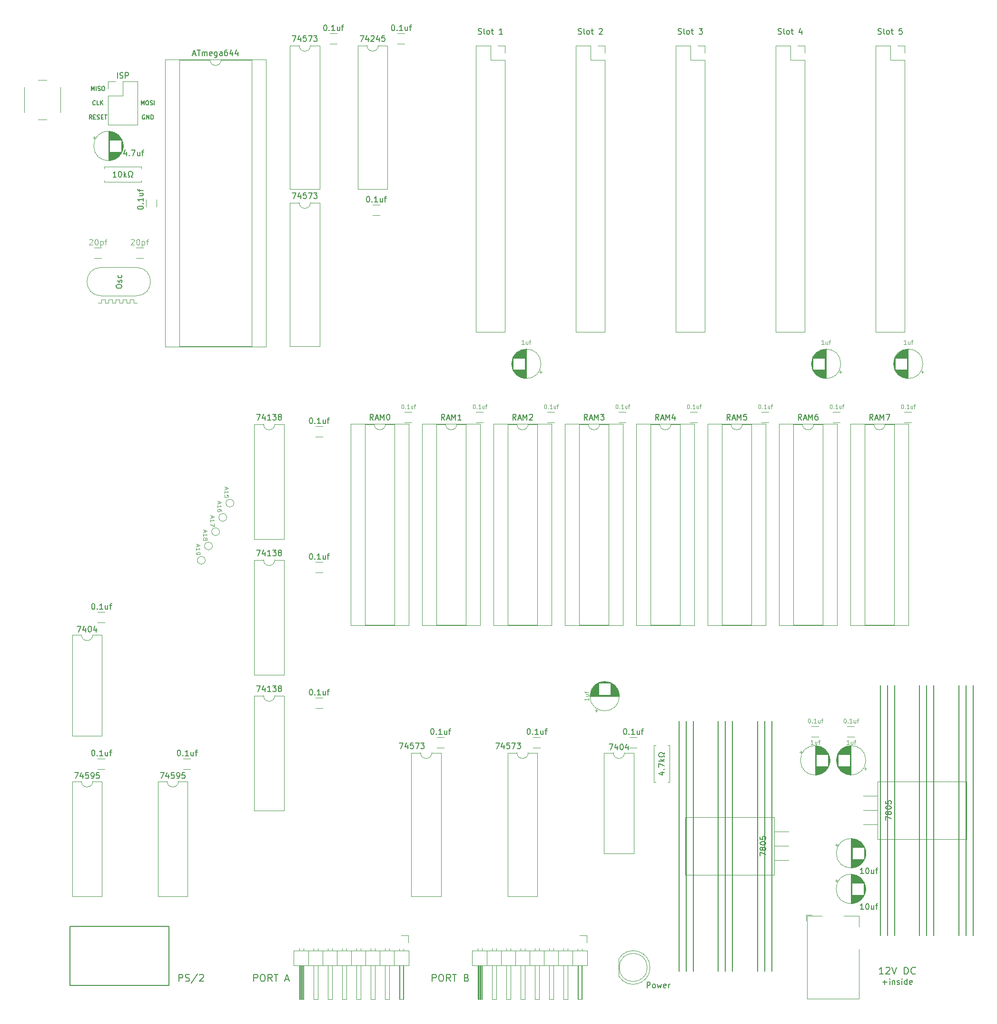
<source format=gbr>
%TF.GenerationSoftware,KiCad,Pcbnew,(5.1.10)-1*%
%TF.CreationDate,2021-10-04T17:48:38-06:00*%
%TF.ProjectId,retroboard,72657472-6f62-46f6-9172-642e6b696361,rev?*%
%TF.SameCoordinates,Original*%
%TF.FileFunction,Legend,Top*%
%TF.FilePolarity,Positive*%
%FSLAX46Y46*%
G04 Gerber Fmt 4.6, Leading zero omitted, Abs format (unit mm)*
G04 Created by KiCad (PCBNEW (5.1.10)-1) date 2021-10-04 17:48:38*
%MOMM*%
%LPD*%
G01*
G04 APERTURE LIST*
%ADD10C,0.120000*%
%ADD11C,0.150000*%
%ADD12C,0.200000*%
%ADD13C,0.100000*%
G04 APERTURE END LIST*
D10*
X380365000Y-234950000D02*
X381000000Y-234950000D01*
X380365000Y-234315000D02*
X380365000Y-234950000D01*
X379730000Y-234315000D02*
X380365000Y-234315000D01*
X379730000Y-234950000D02*
X379730000Y-234315000D01*
X379095000Y-234950000D02*
X379730000Y-234950000D01*
X379095000Y-234315000D02*
X379095000Y-234950000D01*
X378460000Y-234315000D02*
X379095000Y-234315000D01*
X378460000Y-234950000D02*
X378460000Y-234315000D01*
X377825000Y-234950000D02*
X378460000Y-234950000D01*
X377825000Y-234315000D02*
X377825000Y-234950000D01*
X377190000Y-234315000D02*
X377825000Y-234315000D01*
X377190000Y-234950000D02*
X377190000Y-234315000D01*
X376555000Y-234950000D02*
X377190000Y-234950000D01*
X376555000Y-234315000D02*
X376555000Y-234950000D01*
X375920000Y-234315000D02*
X376555000Y-234315000D01*
X375920000Y-234950000D02*
X375920000Y-234315000D01*
X375285000Y-234950000D02*
X375920000Y-234950000D01*
X375285000Y-234315000D02*
X375285000Y-234950000D01*
X374650000Y-234315000D02*
X375285000Y-234315000D01*
X374650000Y-234950000D02*
X374650000Y-234315000D01*
X374015000Y-234950000D02*
X374650000Y-234950000D01*
D11*
X513659761Y-355671428D02*
X514421666Y-355671428D01*
X514040714Y-356052380D02*
X514040714Y-355290476D01*
X514897857Y-356052380D02*
X514897857Y-355385714D01*
X514897857Y-355052380D02*
X514850238Y-355100000D01*
X514897857Y-355147619D01*
X514945476Y-355100000D01*
X514897857Y-355052380D01*
X514897857Y-355147619D01*
X515374047Y-355385714D02*
X515374047Y-356052380D01*
X515374047Y-355480952D02*
X515421666Y-355433333D01*
X515516904Y-355385714D01*
X515659761Y-355385714D01*
X515755000Y-355433333D01*
X515802619Y-355528571D01*
X515802619Y-356052380D01*
X516231190Y-356004761D02*
X516326428Y-356052380D01*
X516516904Y-356052380D01*
X516612142Y-356004761D01*
X516659761Y-355909523D01*
X516659761Y-355861904D01*
X516612142Y-355766666D01*
X516516904Y-355719047D01*
X516374047Y-355719047D01*
X516278809Y-355671428D01*
X516231190Y-355576190D01*
X516231190Y-355528571D01*
X516278809Y-355433333D01*
X516374047Y-355385714D01*
X516516904Y-355385714D01*
X516612142Y-355433333D01*
X517088333Y-356052380D02*
X517088333Y-355385714D01*
X517088333Y-355052380D02*
X517040714Y-355100000D01*
X517088333Y-355147619D01*
X517135952Y-355100000D01*
X517088333Y-355052380D01*
X517088333Y-355147619D01*
X517993095Y-356052380D02*
X517993095Y-355052380D01*
X517993095Y-356004761D02*
X517897857Y-356052380D01*
X517707380Y-356052380D01*
X517612142Y-356004761D01*
X517564523Y-355957142D01*
X517516904Y-355861904D01*
X517516904Y-355576190D01*
X517564523Y-355480952D01*
X517612142Y-355433333D01*
X517707380Y-355385714D01*
X517897857Y-355385714D01*
X517993095Y-355433333D01*
X518850238Y-356004761D02*
X518755000Y-356052380D01*
X518564523Y-356052380D01*
X518469285Y-356004761D01*
X518421666Y-355909523D01*
X518421666Y-355528571D01*
X518469285Y-355433333D01*
X518564523Y-355385714D01*
X518755000Y-355385714D01*
X518850238Y-355433333D01*
X518897857Y-355528571D01*
X518897857Y-355623809D01*
X518421666Y-355719047D01*
D12*
X401747619Y-355530476D02*
X401747619Y-354280476D01*
X402223809Y-354280476D01*
X402342857Y-354340000D01*
X402402380Y-354399523D01*
X402461904Y-354518571D01*
X402461904Y-354697142D01*
X402402380Y-354816190D01*
X402342857Y-354875714D01*
X402223809Y-354935238D01*
X401747619Y-354935238D01*
X403235714Y-354280476D02*
X403473809Y-354280476D01*
X403592857Y-354340000D01*
X403711904Y-354459047D01*
X403771428Y-354697142D01*
X403771428Y-355113809D01*
X403711904Y-355351904D01*
X403592857Y-355470952D01*
X403473809Y-355530476D01*
X403235714Y-355530476D01*
X403116666Y-355470952D01*
X402997619Y-355351904D01*
X402938095Y-355113809D01*
X402938095Y-354697142D01*
X402997619Y-354459047D01*
X403116666Y-354340000D01*
X403235714Y-354280476D01*
X405021428Y-355530476D02*
X404604761Y-354935238D01*
X404307142Y-355530476D02*
X404307142Y-354280476D01*
X404783333Y-354280476D01*
X404902380Y-354340000D01*
X404961904Y-354399523D01*
X405021428Y-354518571D01*
X405021428Y-354697142D01*
X404961904Y-354816190D01*
X404902380Y-354875714D01*
X404783333Y-354935238D01*
X404307142Y-354935238D01*
X405378571Y-354280476D02*
X406092857Y-354280476D01*
X405735714Y-355530476D02*
X405735714Y-354280476D01*
X407402380Y-355173333D02*
X407997619Y-355173333D01*
X407283333Y-355530476D02*
X407700000Y-354280476D01*
X408116666Y-355530476D01*
X433497619Y-355530476D02*
X433497619Y-354280476D01*
X433973809Y-354280476D01*
X434092857Y-354340000D01*
X434152380Y-354399523D01*
X434211904Y-354518571D01*
X434211904Y-354697142D01*
X434152380Y-354816190D01*
X434092857Y-354875714D01*
X433973809Y-354935238D01*
X433497619Y-354935238D01*
X434985714Y-354280476D02*
X435223809Y-354280476D01*
X435342857Y-354340000D01*
X435461904Y-354459047D01*
X435521428Y-354697142D01*
X435521428Y-355113809D01*
X435461904Y-355351904D01*
X435342857Y-355470952D01*
X435223809Y-355530476D01*
X434985714Y-355530476D01*
X434866666Y-355470952D01*
X434747619Y-355351904D01*
X434688095Y-355113809D01*
X434688095Y-354697142D01*
X434747619Y-354459047D01*
X434866666Y-354340000D01*
X434985714Y-354280476D01*
X436771428Y-355530476D02*
X436354761Y-354935238D01*
X436057142Y-355530476D02*
X436057142Y-354280476D01*
X436533333Y-354280476D01*
X436652380Y-354340000D01*
X436711904Y-354399523D01*
X436771428Y-354518571D01*
X436771428Y-354697142D01*
X436711904Y-354816190D01*
X436652380Y-354875714D01*
X436533333Y-354935238D01*
X436057142Y-354935238D01*
X437128571Y-354280476D02*
X437842857Y-354280476D01*
X437485714Y-355530476D02*
X437485714Y-354280476D01*
X439628571Y-354875714D02*
X439807142Y-354935238D01*
X439866666Y-354994761D01*
X439926190Y-355113809D01*
X439926190Y-355292380D01*
X439866666Y-355411428D01*
X439807142Y-355470952D01*
X439688095Y-355530476D01*
X439211904Y-355530476D01*
X439211904Y-354280476D01*
X439628571Y-354280476D01*
X439747619Y-354340000D01*
X439807142Y-354399523D01*
X439866666Y-354518571D01*
X439866666Y-354637619D01*
X439807142Y-354756666D01*
X439747619Y-354816190D01*
X439628571Y-354875714D01*
X439211904Y-354875714D01*
D11*
X372836428Y-197189285D02*
X372836428Y-196439285D01*
X373086428Y-196975000D01*
X373336428Y-196439285D01*
X373336428Y-197189285D01*
X373693571Y-197189285D02*
X373693571Y-196439285D01*
X374015000Y-197153571D02*
X374122142Y-197189285D01*
X374300714Y-197189285D01*
X374372142Y-197153571D01*
X374407857Y-197117857D01*
X374443571Y-197046428D01*
X374443571Y-196975000D01*
X374407857Y-196903571D01*
X374372142Y-196867857D01*
X374300714Y-196832142D01*
X374157857Y-196796428D01*
X374086428Y-196760714D01*
X374050714Y-196725000D01*
X374015000Y-196653571D01*
X374015000Y-196582142D01*
X374050714Y-196510714D01*
X374086428Y-196475000D01*
X374157857Y-196439285D01*
X374336428Y-196439285D01*
X374443571Y-196475000D01*
X374907857Y-196439285D02*
X375050714Y-196439285D01*
X375122142Y-196475000D01*
X375193571Y-196546428D01*
X375229285Y-196689285D01*
X375229285Y-196939285D01*
X375193571Y-197082142D01*
X375122142Y-197153571D01*
X375050714Y-197189285D01*
X374907857Y-197189285D01*
X374836428Y-197153571D01*
X374765000Y-197082142D01*
X374729285Y-196939285D01*
X374729285Y-196689285D01*
X374765000Y-196546428D01*
X374836428Y-196475000D01*
X374907857Y-196439285D01*
X373568571Y-199657857D02*
X373532857Y-199693571D01*
X373425714Y-199729285D01*
X373354285Y-199729285D01*
X373247142Y-199693571D01*
X373175714Y-199622142D01*
X373140000Y-199550714D01*
X373104285Y-199407857D01*
X373104285Y-199300714D01*
X373140000Y-199157857D01*
X373175714Y-199086428D01*
X373247142Y-199015000D01*
X373354285Y-198979285D01*
X373425714Y-198979285D01*
X373532857Y-199015000D01*
X373568571Y-199050714D01*
X374247142Y-199729285D02*
X373890000Y-199729285D01*
X373890000Y-198979285D01*
X374497142Y-199729285D02*
X374497142Y-198979285D01*
X374925714Y-199729285D02*
X374604285Y-199300714D01*
X374925714Y-198979285D02*
X374497142Y-199407857D01*
X372925714Y-202269285D02*
X372675714Y-201912142D01*
X372497142Y-202269285D02*
X372497142Y-201519285D01*
X372782857Y-201519285D01*
X372854285Y-201555000D01*
X372890000Y-201590714D01*
X372925714Y-201662142D01*
X372925714Y-201769285D01*
X372890000Y-201840714D01*
X372854285Y-201876428D01*
X372782857Y-201912142D01*
X372497142Y-201912142D01*
X373247142Y-201876428D02*
X373497142Y-201876428D01*
X373604285Y-202269285D02*
X373247142Y-202269285D01*
X373247142Y-201519285D01*
X373604285Y-201519285D01*
X373890000Y-202233571D02*
X373997142Y-202269285D01*
X374175714Y-202269285D01*
X374247142Y-202233571D01*
X374282857Y-202197857D01*
X374318571Y-202126428D01*
X374318571Y-202055000D01*
X374282857Y-201983571D01*
X374247142Y-201947857D01*
X374175714Y-201912142D01*
X374032857Y-201876428D01*
X373961428Y-201840714D01*
X373925714Y-201805000D01*
X373890000Y-201733571D01*
X373890000Y-201662142D01*
X373925714Y-201590714D01*
X373961428Y-201555000D01*
X374032857Y-201519285D01*
X374211428Y-201519285D01*
X374318571Y-201555000D01*
X374640000Y-201876428D02*
X374890000Y-201876428D01*
X374997142Y-202269285D02*
X374640000Y-202269285D01*
X374640000Y-201519285D01*
X374997142Y-201519285D01*
X375211428Y-201519285D02*
X375640000Y-201519285D01*
X375425714Y-202269285D02*
X375425714Y-201519285D01*
X381726428Y-199729285D02*
X381726428Y-198979285D01*
X381976428Y-199515000D01*
X382226428Y-198979285D01*
X382226428Y-199729285D01*
X382726428Y-198979285D02*
X382869285Y-198979285D01*
X382940714Y-199015000D01*
X383012142Y-199086428D01*
X383047857Y-199229285D01*
X383047857Y-199479285D01*
X383012142Y-199622142D01*
X382940714Y-199693571D01*
X382869285Y-199729285D01*
X382726428Y-199729285D01*
X382655000Y-199693571D01*
X382583571Y-199622142D01*
X382547857Y-199479285D01*
X382547857Y-199229285D01*
X382583571Y-199086428D01*
X382655000Y-199015000D01*
X382726428Y-198979285D01*
X383333571Y-199693571D02*
X383440714Y-199729285D01*
X383619285Y-199729285D01*
X383690714Y-199693571D01*
X383726428Y-199657857D01*
X383762142Y-199586428D01*
X383762142Y-199515000D01*
X383726428Y-199443571D01*
X383690714Y-199407857D01*
X383619285Y-199372142D01*
X383476428Y-199336428D01*
X383405000Y-199300714D01*
X383369285Y-199265000D01*
X383333571Y-199193571D01*
X383333571Y-199122142D01*
X383369285Y-199050714D01*
X383405000Y-199015000D01*
X383476428Y-198979285D01*
X383655000Y-198979285D01*
X383762142Y-199015000D01*
X384083571Y-199729285D02*
X384083571Y-198979285D01*
X382333571Y-201555000D02*
X382262142Y-201519285D01*
X382155000Y-201519285D01*
X382047857Y-201555000D01*
X381976428Y-201626428D01*
X381940714Y-201697857D01*
X381905000Y-201840714D01*
X381905000Y-201947857D01*
X381940714Y-202090714D01*
X381976428Y-202162142D01*
X382047857Y-202233571D01*
X382155000Y-202269285D01*
X382226428Y-202269285D01*
X382333571Y-202233571D01*
X382369285Y-202197857D01*
X382369285Y-201947857D01*
X382226428Y-201947857D01*
X382690714Y-202269285D02*
X382690714Y-201519285D01*
X383119285Y-202269285D01*
X383119285Y-201519285D01*
X383476428Y-202269285D02*
X383476428Y-201519285D01*
X383655000Y-201519285D01*
X383762142Y-201555000D01*
X383833571Y-201626428D01*
X383869285Y-201697857D01*
X383905000Y-201840714D01*
X383905000Y-201947857D01*
X383869285Y-202090714D01*
X383833571Y-202162142D01*
X383762142Y-202233571D01*
X383655000Y-202269285D01*
X383476428Y-202269285D01*
X485648000Y-331470000D02*
X485648000Y-353695000D01*
X479933000Y-331470000D02*
X479933000Y-353695000D01*
X484378000Y-331470000D02*
X484378000Y-353695000D01*
X486918000Y-331470000D02*
X486918000Y-353695000D01*
X492633000Y-331470000D02*
X492633000Y-353695000D01*
X477393000Y-331470000D02*
X477393000Y-353695000D01*
X491363000Y-331470000D02*
X491363000Y-353695000D01*
X478663000Y-331470000D02*
X478663000Y-353695000D01*
X493903000Y-331470000D02*
X493903000Y-353695000D01*
X479933000Y-309245000D02*
X479933000Y-331470000D01*
X485648000Y-309245000D02*
X485648000Y-331470000D01*
X484378000Y-309245000D02*
X484378000Y-331470000D01*
X486918000Y-309245000D02*
X486918000Y-331470000D01*
X492633000Y-309245000D02*
X492633000Y-331470000D01*
X477393000Y-309245000D02*
X477393000Y-331470000D01*
X491363000Y-309245000D02*
X491363000Y-331470000D01*
X478663000Y-309245000D02*
X478663000Y-331470000D01*
X493903000Y-309245000D02*
X493903000Y-331470000D01*
X513207000Y-347345000D02*
X513207000Y-325120000D01*
X528447000Y-347345000D02*
X528447000Y-325120000D01*
X515747000Y-347345000D02*
X515747000Y-325120000D01*
X529717000Y-347345000D02*
X529717000Y-325120000D01*
X514477000Y-347345000D02*
X514477000Y-325120000D01*
X520192000Y-347345000D02*
X520192000Y-325120000D01*
X522732000Y-347345000D02*
X522732000Y-325120000D01*
X521462000Y-347345000D02*
X521462000Y-325120000D01*
X527177000Y-347345000D02*
X527177000Y-325120000D01*
X513207000Y-325120000D02*
X513207000Y-302895000D01*
X528447000Y-325120000D02*
X528447000Y-302895000D01*
X515747000Y-325120000D02*
X515747000Y-302895000D01*
X529717000Y-325120000D02*
X529717000Y-302895000D01*
X514477000Y-325120000D02*
X514477000Y-302895000D01*
X520192000Y-325120000D02*
X520192000Y-302895000D01*
X522732000Y-325120000D02*
X522732000Y-302895000D01*
X521462000Y-325120000D02*
X521462000Y-302895000D01*
X527177000Y-325120000D02*
X527177000Y-302895000D01*
D10*
%TO.C,4.7k\u03A9*%
X473305000Y-320135000D02*
X472975000Y-320135000D01*
X472975000Y-320135000D02*
X472975000Y-313595000D01*
X472975000Y-313595000D02*
X473305000Y-313595000D01*
X475385000Y-320135000D02*
X475715000Y-320135000D01*
X475715000Y-320135000D02*
X475715000Y-313595000D01*
X475715000Y-313595000D02*
X475385000Y-313595000D01*
%TO.C,Power*%
X471765000Y-353060000D02*
G75*
G03*
X471765000Y-353060000I-2500000J0D01*
G01*
X466705000Y-351515000D02*
X466705000Y-354605000D01*
X472255000Y-353059538D02*
G75*
G02*
X466705000Y-354604830I-2990000J-462D01*
G01*
X472255000Y-353060462D02*
G75*
G03*
X466705000Y-351515170I-2990000J462D01*
G01*
%TO.C,1uf*%
X520734775Y-247470000D02*
X520734775Y-246970000D01*
X520984775Y-247220000D02*
X520484775Y-247220000D01*
X515579000Y-246029000D02*
X515579000Y-245461000D01*
X515619000Y-246263000D02*
X515619000Y-245227000D01*
X515659000Y-246422000D02*
X515659000Y-245068000D01*
X515699000Y-246550000D02*
X515699000Y-244940000D01*
X515739000Y-246660000D02*
X515739000Y-244830000D01*
X515779000Y-246756000D02*
X515779000Y-244734000D01*
X515819000Y-246843000D02*
X515819000Y-244647000D01*
X515859000Y-246923000D02*
X515859000Y-244567000D01*
X515899000Y-244705000D02*
X515899000Y-244494000D01*
X515899000Y-246996000D02*
X515899000Y-246785000D01*
X515939000Y-244705000D02*
X515939000Y-244426000D01*
X515939000Y-247064000D02*
X515939000Y-246785000D01*
X515979000Y-244705000D02*
X515979000Y-244362000D01*
X515979000Y-247128000D02*
X515979000Y-246785000D01*
X516019000Y-244705000D02*
X516019000Y-244302000D01*
X516019000Y-247188000D02*
X516019000Y-246785000D01*
X516059000Y-244705000D02*
X516059000Y-244245000D01*
X516059000Y-247245000D02*
X516059000Y-246785000D01*
X516099000Y-244705000D02*
X516099000Y-244191000D01*
X516099000Y-247299000D02*
X516099000Y-246785000D01*
X516139000Y-244705000D02*
X516139000Y-244140000D01*
X516139000Y-247350000D02*
X516139000Y-246785000D01*
X516179000Y-244705000D02*
X516179000Y-244092000D01*
X516179000Y-247398000D02*
X516179000Y-246785000D01*
X516219000Y-244705000D02*
X516219000Y-244046000D01*
X516219000Y-247444000D02*
X516219000Y-246785000D01*
X516259000Y-244705000D02*
X516259000Y-244002000D01*
X516259000Y-247488000D02*
X516259000Y-246785000D01*
X516299000Y-244705000D02*
X516299000Y-243960000D01*
X516299000Y-247530000D02*
X516299000Y-246785000D01*
X516339000Y-244705000D02*
X516339000Y-243919000D01*
X516339000Y-247571000D02*
X516339000Y-246785000D01*
X516379000Y-244705000D02*
X516379000Y-243881000D01*
X516379000Y-247609000D02*
X516379000Y-246785000D01*
X516419000Y-244705000D02*
X516419000Y-243844000D01*
X516419000Y-247646000D02*
X516419000Y-246785000D01*
X516459000Y-244705000D02*
X516459000Y-243808000D01*
X516459000Y-247682000D02*
X516459000Y-246785000D01*
X516499000Y-244705000D02*
X516499000Y-243774000D01*
X516499000Y-247716000D02*
X516499000Y-246785000D01*
X516539000Y-244705000D02*
X516539000Y-243741000D01*
X516539000Y-247749000D02*
X516539000Y-246785000D01*
X516579000Y-244705000D02*
X516579000Y-243710000D01*
X516579000Y-247780000D02*
X516579000Y-246785000D01*
X516619000Y-244705000D02*
X516619000Y-243680000D01*
X516619000Y-247810000D02*
X516619000Y-246785000D01*
X516659000Y-244705000D02*
X516659000Y-243650000D01*
X516659000Y-247840000D02*
X516659000Y-246785000D01*
X516699000Y-244705000D02*
X516699000Y-243623000D01*
X516699000Y-247867000D02*
X516699000Y-246785000D01*
X516739000Y-244705000D02*
X516739000Y-243596000D01*
X516739000Y-247894000D02*
X516739000Y-246785000D01*
X516779000Y-244705000D02*
X516779000Y-243570000D01*
X516779000Y-247920000D02*
X516779000Y-246785000D01*
X516819000Y-244705000D02*
X516819000Y-243545000D01*
X516819000Y-247945000D02*
X516819000Y-246785000D01*
X516859000Y-244705000D02*
X516859000Y-243521000D01*
X516859000Y-247969000D02*
X516859000Y-246785000D01*
X516899000Y-244705000D02*
X516899000Y-243498000D01*
X516899000Y-247992000D02*
X516899000Y-246785000D01*
X516939000Y-244705000D02*
X516939000Y-243477000D01*
X516939000Y-248013000D02*
X516939000Y-246785000D01*
X516979000Y-244705000D02*
X516979000Y-243455000D01*
X516979000Y-248035000D02*
X516979000Y-246785000D01*
X517019000Y-244705000D02*
X517019000Y-243435000D01*
X517019000Y-248055000D02*
X517019000Y-246785000D01*
X517059000Y-244705000D02*
X517059000Y-243416000D01*
X517059000Y-248074000D02*
X517059000Y-246785000D01*
X517099000Y-244705000D02*
X517099000Y-243397000D01*
X517099000Y-248093000D02*
X517099000Y-246785000D01*
X517139000Y-244705000D02*
X517139000Y-243380000D01*
X517139000Y-248110000D02*
X517139000Y-246785000D01*
X517179000Y-244705000D02*
X517179000Y-243363000D01*
X517179000Y-248127000D02*
X517179000Y-246785000D01*
X517219000Y-244705000D02*
X517219000Y-243347000D01*
X517219000Y-248143000D02*
X517219000Y-246785000D01*
X517259000Y-244705000D02*
X517259000Y-243331000D01*
X517259000Y-248159000D02*
X517259000Y-246785000D01*
X517299000Y-244705000D02*
X517299000Y-243317000D01*
X517299000Y-248173000D02*
X517299000Y-246785000D01*
X517339000Y-244705000D02*
X517339000Y-243303000D01*
X517339000Y-248187000D02*
X517339000Y-246785000D01*
X517379000Y-244705000D02*
X517379000Y-243290000D01*
X517379000Y-248200000D02*
X517379000Y-246785000D01*
X517419000Y-244705000D02*
X517419000Y-243277000D01*
X517419000Y-248213000D02*
X517419000Y-246785000D01*
X517459000Y-244705000D02*
X517459000Y-243265000D01*
X517459000Y-248225000D02*
X517459000Y-246785000D01*
X517500000Y-244705000D02*
X517500000Y-243254000D01*
X517500000Y-248236000D02*
X517500000Y-246785000D01*
X517540000Y-244705000D02*
X517540000Y-243244000D01*
X517540000Y-248246000D02*
X517540000Y-246785000D01*
X517580000Y-244705000D02*
X517580000Y-243234000D01*
X517580000Y-248256000D02*
X517580000Y-246785000D01*
X517620000Y-244705000D02*
X517620000Y-243225000D01*
X517620000Y-248265000D02*
X517620000Y-246785000D01*
X517660000Y-244705000D02*
X517660000Y-243217000D01*
X517660000Y-248273000D02*
X517660000Y-246785000D01*
X517700000Y-244705000D02*
X517700000Y-243209000D01*
X517700000Y-248281000D02*
X517700000Y-246785000D01*
X517740000Y-244705000D02*
X517740000Y-243202000D01*
X517740000Y-248288000D02*
X517740000Y-246785000D01*
X517780000Y-244705000D02*
X517780000Y-243195000D01*
X517780000Y-248295000D02*
X517780000Y-246785000D01*
X517820000Y-244705000D02*
X517820000Y-243189000D01*
X517820000Y-248301000D02*
X517820000Y-246785000D01*
X517860000Y-244705000D02*
X517860000Y-243184000D01*
X517860000Y-248306000D02*
X517860000Y-246785000D01*
X517900000Y-244705000D02*
X517900000Y-243180000D01*
X517900000Y-248310000D02*
X517900000Y-246785000D01*
X517940000Y-244705000D02*
X517940000Y-243176000D01*
X517940000Y-248314000D02*
X517940000Y-246785000D01*
X517980000Y-248318000D02*
X517980000Y-243172000D01*
X518020000Y-248321000D02*
X518020000Y-243169000D01*
X518060000Y-248323000D02*
X518060000Y-243167000D01*
X518100000Y-248324000D02*
X518100000Y-243166000D01*
X518140000Y-248325000D02*
X518140000Y-243165000D01*
X518180000Y-248325000D02*
X518180000Y-243165000D01*
X520800000Y-245745000D02*
G75*
G03*
X520800000Y-245745000I-2620000J0D01*
G01*
%TO.C,0.1uf*%
X427341000Y-188880000D02*
X428599000Y-188880000D01*
X427341000Y-187040000D02*
X428599000Y-187040000D01*
X415276000Y-188880000D02*
X416534000Y-188880000D01*
X415276000Y-187040000D02*
X416534000Y-187040000D01*
X422896000Y-219360000D02*
X424154000Y-219360000D01*
X422896000Y-217520000D02*
X424154000Y-217520000D01*
%TO.C,74573*%
X435085000Y-314900000D02*
X433435000Y-314900000D01*
X435085000Y-340420000D02*
X435085000Y-314900000D01*
X429785000Y-340420000D02*
X435085000Y-340420000D01*
X429785000Y-314900000D02*
X429785000Y-340420000D01*
X431435000Y-314900000D02*
X429785000Y-314900000D01*
X433435000Y-314900000D02*
G75*
G02*
X431435000Y-314900000I-1000000J0D01*
G01*
X452230000Y-314900000D02*
X450580000Y-314900000D01*
X452230000Y-340420000D02*
X452230000Y-314900000D01*
X446930000Y-340420000D02*
X452230000Y-340420000D01*
X446930000Y-314900000D02*
X446930000Y-340420000D01*
X448580000Y-314900000D02*
X446930000Y-314900000D01*
X450580000Y-314900000D02*
G75*
G02*
X448580000Y-314900000I-1000000J0D01*
G01*
%TO.C,7404*%
X465725000Y-314900000D02*
X464075000Y-314900000D01*
X464075000Y-314900000D02*
X464075000Y-332800000D01*
X464075000Y-332800000D02*
X469375000Y-332800000D01*
X469375000Y-332800000D02*
X469375000Y-314900000D01*
X469375000Y-314900000D02*
X467725000Y-314900000D01*
X467725000Y-314900000D02*
G75*
G02*
X465725000Y-314900000I-1000000J0D01*
G01*
%TO.C,20pf*%
X382066200Y-225140000D02*
X380808200Y-225140000D01*
X382066200Y-226980000D02*
X380808200Y-226980000D01*
%TO.C,1uf*%
X506129775Y-247470000D02*
X506129775Y-246970000D01*
X506379775Y-247220000D02*
X505879775Y-247220000D01*
X500974000Y-246029000D02*
X500974000Y-245461000D01*
X501014000Y-246263000D02*
X501014000Y-245227000D01*
X501054000Y-246422000D02*
X501054000Y-245068000D01*
X501094000Y-246550000D02*
X501094000Y-244940000D01*
X501134000Y-246660000D02*
X501134000Y-244830000D01*
X501174000Y-246756000D02*
X501174000Y-244734000D01*
X501214000Y-246843000D02*
X501214000Y-244647000D01*
X501254000Y-246923000D02*
X501254000Y-244567000D01*
X501294000Y-244705000D02*
X501294000Y-244494000D01*
X501294000Y-246996000D02*
X501294000Y-246785000D01*
X501334000Y-244705000D02*
X501334000Y-244426000D01*
X501334000Y-247064000D02*
X501334000Y-246785000D01*
X501374000Y-244705000D02*
X501374000Y-244362000D01*
X501374000Y-247128000D02*
X501374000Y-246785000D01*
X501414000Y-244705000D02*
X501414000Y-244302000D01*
X501414000Y-247188000D02*
X501414000Y-246785000D01*
X501454000Y-244705000D02*
X501454000Y-244245000D01*
X501454000Y-247245000D02*
X501454000Y-246785000D01*
X501494000Y-244705000D02*
X501494000Y-244191000D01*
X501494000Y-247299000D02*
X501494000Y-246785000D01*
X501534000Y-244705000D02*
X501534000Y-244140000D01*
X501534000Y-247350000D02*
X501534000Y-246785000D01*
X501574000Y-244705000D02*
X501574000Y-244092000D01*
X501574000Y-247398000D02*
X501574000Y-246785000D01*
X501614000Y-244705000D02*
X501614000Y-244046000D01*
X501614000Y-247444000D02*
X501614000Y-246785000D01*
X501654000Y-244705000D02*
X501654000Y-244002000D01*
X501654000Y-247488000D02*
X501654000Y-246785000D01*
X501694000Y-244705000D02*
X501694000Y-243960000D01*
X501694000Y-247530000D02*
X501694000Y-246785000D01*
X501734000Y-244705000D02*
X501734000Y-243919000D01*
X501734000Y-247571000D02*
X501734000Y-246785000D01*
X501774000Y-244705000D02*
X501774000Y-243881000D01*
X501774000Y-247609000D02*
X501774000Y-246785000D01*
X501814000Y-244705000D02*
X501814000Y-243844000D01*
X501814000Y-247646000D02*
X501814000Y-246785000D01*
X501854000Y-244705000D02*
X501854000Y-243808000D01*
X501854000Y-247682000D02*
X501854000Y-246785000D01*
X501894000Y-244705000D02*
X501894000Y-243774000D01*
X501894000Y-247716000D02*
X501894000Y-246785000D01*
X501934000Y-244705000D02*
X501934000Y-243741000D01*
X501934000Y-247749000D02*
X501934000Y-246785000D01*
X501974000Y-244705000D02*
X501974000Y-243710000D01*
X501974000Y-247780000D02*
X501974000Y-246785000D01*
X502014000Y-244705000D02*
X502014000Y-243680000D01*
X502014000Y-247810000D02*
X502014000Y-246785000D01*
X502054000Y-244705000D02*
X502054000Y-243650000D01*
X502054000Y-247840000D02*
X502054000Y-246785000D01*
X502094000Y-244705000D02*
X502094000Y-243623000D01*
X502094000Y-247867000D02*
X502094000Y-246785000D01*
X502134000Y-244705000D02*
X502134000Y-243596000D01*
X502134000Y-247894000D02*
X502134000Y-246785000D01*
X502174000Y-244705000D02*
X502174000Y-243570000D01*
X502174000Y-247920000D02*
X502174000Y-246785000D01*
X502214000Y-244705000D02*
X502214000Y-243545000D01*
X502214000Y-247945000D02*
X502214000Y-246785000D01*
X502254000Y-244705000D02*
X502254000Y-243521000D01*
X502254000Y-247969000D02*
X502254000Y-246785000D01*
X502294000Y-244705000D02*
X502294000Y-243498000D01*
X502294000Y-247992000D02*
X502294000Y-246785000D01*
X502334000Y-244705000D02*
X502334000Y-243477000D01*
X502334000Y-248013000D02*
X502334000Y-246785000D01*
X502374000Y-244705000D02*
X502374000Y-243455000D01*
X502374000Y-248035000D02*
X502374000Y-246785000D01*
X502414000Y-244705000D02*
X502414000Y-243435000D01*
X502414000Y-248055000D02*
X502414000Y-246785000D01*
X502454000Y-244705000D02*
X502454000Y-243416000D01*
X502454000Y-248074000D02*
X502454000Y-246785000D01*
X502494000Y-244705000D02*
X502494000Y-243397000D01*
X502494000Y-248093000D02*
X502494000Y-246785000D01*
X502534000Y-244705000D02*
X502534000Y-243380000D01*
X502534000Y-248110000D02*
X502534000Y-246785000D01*
X502574000Y-244705000D02*
X502574000Y-243363000D01*
X502574000Y-248127000D02*
X502574000Y-246785000D01*
X502614000Y-244705000D02*
X502614000Y-243347000D01*
X502614000Y-248143000D02*
X502614000Y-246785000D01*
X502654000Y-244705000D02*
X502654000Y-243331000D01*
X502654000Y-248159000D02*
X502654000Y-246785000D01*
X502694000Y-244705000D02*
X502694000Y-243317000D01*
X502694000Y-248173000D02*
X502694000Y-246785000D01*
X502734000Y-244705000D02*
X502734000Y-243303000D01*
X502734000Y-248187000D02*
X502734000Y-246785000D01*
X502774000Y-244705000D02*
X502774000Y-243290000D01*
X502774000Y-248200000D02*
X502774000Y-246785000D01*
X502814000Y-244705000D02*
X502814000Y-243277000D01*
X502814000Y-248213000D02*
X502814000Y-246785000D01*
X502854000Y-244705000D02*
X502854000Y-243265000D01*
X502854000Y-248225000D02*
X502854000Y-246785000D01*
X502895000Y-244705000D02*
X502895000Y-243254000D01*
X502895000Y-248236000D02*
X502895000Y-246785000D01*
X502935000Y-244705000D02*
X502935000Y-243244000D01*
X502935000Y-248246000D02*
X502935000Y-246785000D01*
X502975000Y-244705000D02*
X502975000Y-243234000D01*
X502975000Y-248256000D02*
X502975000Y-246785000D01*
X503015000Y-244705000D02*
X503015000Y-243225000D01*
X503015000Y-248265000D02*
X503015000Y-246785000D01*
X503055000Y-244705000D02*
X503055000Y-243217000D01*
X503055000Y-248273000D02*
X503055000Y-246785000D01*
X503095000Y-244705000D02*
X503095000Y-243209000D01*
X503095000Y-248281000D02*
X503095000Y-246785000D01*
X503135000Y-244705000D02*
X503135000Y-243202000D01*
X503135000Y-248288000D02*
X503135000Y-246785000D01*
X503175000Y-244705000D02*
X503175000Y-243195000D01*
X503175000Y-248295000D02*
X503175000Y-246785000D01*
X503215000Y-244705000D02*
X503215000Y-243189000D01*
X503215000Y-248301000D02*
X503215000Y-246785000D01*
X503255000Y-244705000D02*
X503255000Y-243184000D01*
X503255000Y-248306000D02*
X503255000Y-246785000D01*
X503295000Y-244705000D02*
X503295000Y-243180000D01*
X503295000Y-248310000D02*
X503295000Y-246785000D01*
X503335000Y-244705000D02*
X503335000Y-243176000D01*
X503335000Y-248314000D02*
X503335000Y-246785000D01*
X503375000Y-248318000D02*
X503375000Y-243172000D01*
X503415000Y-248321000D02*
X503415000Y-243169000D01*
X503455000Y-248323000D02*
X503455000Y-243167000D01*
X503495000Y-248324000D02*
X503495000Y-243166000D01*
X503535000Y-248325000D02*
X503535000Y-243165000D01*
X503575000Y-248325000D02*
X503575000Y-243165000D01*
X506195000Y-245745000D02*
G75*
G03*
X506195000Y-245745000I-2620000J0D01*
G01*
%TO.C,0.1uf*%
X384460000Y-217819000D02*
X384460000Y-216561000D01*
X382620000Y-217819000D02*
X382620000Y-216561000D01*
X468616000Y-313975000D02*
X469874000Y-313975000D01*
X468616000Y-312135000D02*
X469874000Y-312135000D01*
%TO.C, *%
X461010000Y-347345000D02*
X461010000Y-348615000D01*
X459740000Y-347345000D02*
X461010000Y-347345000D01*
X441580000Y-349657929D02*
X441580000Y-350055000D01*
X442340000Y-349657929D02*
X442340000Y-350055000D01*
X441580000Y-358715000D02*
X441580000Y-352715000D01*
X442340000Y-358715000D02*
X441580000Y-358715000D01*
X442340000Y-352715000D02*
X442340000Y-358715000D01*
X443230000Y-350055000D02*
X443230000Y-352715000D01*
X444120000Y-349657929D02*
X444120000Y-350055000D01*
X444880000Y-349657929D02*
X444880000Y-350055000D01*
X444120000Y-358715000D02*
X444120000Y-352715000D01*
X444880000Y-358715000D02*
X444120000Y-358715000D01*
X444880000Y-352715000D02*
X444880000Y-358715000D01*
X445770000Y-350055000D02*
X445770000Y-352715000D01*
X446660000Y-349657929D02*
X446660000Y-350055000D01*
X447420000Y-349657929D02*
X447420000Y-350055000D01*
X446660000Y-358715000D02*
X446660000Y-352715000D01*
X447420000Y-358715000D02*
X446660000Y-358715000D01*
X447420000Y-352715000D02*
X447420000Y-358715000D01*
X448310000Y-350055000D02*
X448310000Y-352715000D01*
X449200000Y-349657929D02*
X449200000Y-350055000D01*
X449960000Y-349657929D02*
X449960000Y-350055000D01*
X449200000Y-358715000D02*
X449200000Y-352715000D01*
X449960000Y-358715000D02*
X449200000Y-358715000D01*
X449960000Y-352715000D02*
X449960000Y-358715000D01*
X450850000Y-350055000D02*
X450850000Y-352715000D01*
X451740000Y-349657929D02*
X451740000Y-350055000D01*
X452500000Y-349657929D02*
X452500000Y-350055000D01*
X451740000Y-358715000D02*
X451740000Y-352715000D01*
X452500000Y-358715000D02*
X451740000Y-358715000D01*
X452500000Y-352715000D02*
X452500000Y-358715000D01*
X453390000Y-350055000D02*
X453390000Y-352715000D01*
X454280000Y-349657929D02*
X454280000Y-350055000D01*
X455040000Y-349657929D02*
X455040000Y-350055000D01*
X454280000Y-358715000D02*
X454280000Y-352715000D01*
X455040000Y-358715000D02*
X454280000Y-358715000D01*
X455040000Y-352715000D02*
X455040000Y-358715000D01*
X455930000Y-350055000D02*
X455930000Y-352715000D01*
X456820000Y-349657929D02*
X456820000Y-350055000D01*
X457580000Y-349657929D02*
X457580000Y-350055000D01*
X456820000Y-358715000D02*
X456820000Y-352715000D01*
X457580000Y-358715000D02*
X456820000Y-358715000D01*
X457580000Y-352715000D02*
X457580000Y-358715000D01*
X458470000Y-350055000D02*
X458470000Y-352715000D01*
X459360000Y-349725000D02*
X459360000Y-350055000D01*
X460120000Y-349725000D02*
X460120000Y-350055000D01*
X459460000Y-352715000D02*
X459460000Y-358715000D01*
X441800000Y-352715000D02*
X441800000Y-358715000D01*
X441920000Y-352715000D02*
X441920000Y-358715000D01*
X442040000Y-352715000D02*
X442040000Y-358715000D01*
X442160000Y-352715000D02*
X442160000Y-358715000D01*
X460060000Y-352715000D02*
X460060000Y-358715000D01*
X459360000Y-358715000D02*
X459360000Y-352715000D01*
X460120000Y-358715000D02*
X459360000Y-358715000D01*
X460120000Y-352715000D02*
X460120000Y-358715000D01*
X461070000Y-352715000D02*
X461070000Y-350055000D01*
X440630000Y-352715000D02*
X461070000Y-352715000D01*
X440630000Y-350055000D02*
X440630000Y-352715000D01*
X461070000Y-350055000D02*
X440630000Y-350055000D01*
X442257200Y-352715000D02*
X442257200Y-358715000D01*
X441698400Y-352715000D02*
X441698400Y-358715000D01*
X429260000Y-347345000D02*
X429260000Y-348615000D01*
X427990000Y-347345000D02*
X429260000Y-347345000D01*
X409830000Y-349657929D02*
X409830000Y-350055000D01*
X410590000Y-349657929D02*
X410590000Y-350055000D01*
X409830000Y-358715000D02*
X409830000Y-352715000D01*
X410590000Y-358715000D02*
X409830000Y-358715000D01*
X410590000Y-352715000D02*
X410590000Y-358715000D01*
X411480000Y-350055000D02*
X411480000Y-352715000D01*
X412370000Y-349657929D02*
X412370000Y-350055000D01*
X413130000Y-349657929D02*
X413130000Y-350055000D01*
X412370000Y-358715000D02*
X412370000Y-352715000D01*
X413130000Y-358715000D02*
X412370000Y-358715000D01*
X413130000Y-352715000D02*
X413130000Y-358715000D01*
X414020000Y-350055000D02*
X414020000Y-352715000D01*
X414910000Y-349657929D02*
X414910000Y-350055000D01*
X415670000Y-349657929D02*
X415670000Y-350055000D01*
X414910000Y-358715000D02*
X414910000Y-352715000D01*
X415670000Y-358715000D02*
X414910000Y-358715000D01*
X415670000Y-352715000D02*
X415670000Y-358715000D01*
X416560000Y-350055000D02*
X416560000Y-352715000D01*
X417450000Y-349657929D02*
X417450000Y-350055000D01*
X418210000Y-349657929D02*
X418210000Y-350055000D01*
X417450000Y-358715000D02*
X417450000Y-352715000D01*
X418210000Y-358715000D02*
X417450000Y-358715000D01*
X418210000Y-352715000D02*
X418210000Y-358715000D01*
X419100000Y-350055000D02*
X419100000Y-352715000D01*
X419990000Y-349657929D02*
X419990000Y-350055000D01*
X420750000Y-349657929D02*
X420750000Y-350055000D01*
X419990000Y-358715000D02*
X419990000Y-352715000D01*
X420750000Y-358715000D02*
X419990000Y-358715000D01*
X420750000Y-352715000D02*
X420750000Y-358715000D01*
X421640000Y-350055000D02*
X421640000Y-352715000D01*
X422530000Y-349657929D02*
X422530000Y-350055000D01*
X423290000Y-349657929D02*
X423290000Y-350055000D01*
X422530000Y-358715000D02*
X422530000Y-352715000D01*
X423290000Y-358715000D02*
X422530000Y-358715000D01*
X423290000Y-352715000D02*
X423290000Y-358715000D01*
X424180000Y-350055000D02*
X424180000Y-352715000D01*
X425070000Y-349657929D02*
X425070000Y-350055000D01*
X425830000Y-349657929D02*
X425830000Y-350055000D01*
X425070000Y-358715000D02*
X425070000Y-352715000D01*
X425830000Y-358715000D02*
X425070000Y-358715000D01*
X425830000Y-352715000D02*
X425830000Y-358715000D01*
X426720000Y-350055000D02*
X426720000Y-352715000D01*
X427610000Y-349725000D02*
X427610000Y-350055000D01*
X428370000Y-349725000D02*
X428370000Y-350055000D01*
X427710000Y-352715000D02*
X427710000Y-358715000D01*
X410050000Y-352715000D02*
X410050000Y-358715000D01*
X410170000Y-352715000D02*
X410170000Y-358715000D01*
X410290000Y-352715000D02*
X410290000Y-358715000D01*
X410410000Y-352715000D02*
X410410000Y-358715000D01*
X428310000Y-352715000D02*
X428310000Y-358715000D01*
X427610000Y-358715000D02*
X427610000Y-352715000D01*
X428370000Y-358715000D02*
X427610000Y-358715000D01*
X428370000Y-352715000D02*
X428370000Y-358715000D01*
X429320000Y-352715000D02*
X429320000Y-350055000D01*
X408880000Y-352715000D02*
X429320000Y-352715000D01*
X408880000Y-350055000D02*
X408880000Y-352715000D01*
X429320000Y-350055000D02*
X408880000Y-350055000D01*
X410507200Y-352715000D02*
X410507200Y-358715000D01*
X409948400Y-352715000D02*
X409948400Y-358715000D01*
%TO.C,1uf*%
X462460000Y-307374775D02*
X462960000Y-307374775D01*
X462710000Y-307624775D02*
X462710000Y-307124775D01*
X463901000Y-302219000D02*
X464469000Y-302219000D01*
X463667000Y-302259000D02*
X464703000Y-302259000D01*
X463508000Y-302299000D02*
X464862000Y-302299000D01*
X463380000Y-302339000D02*
X464990000Y-302339000D01*
X463270000Y-302379000D02*
X465100000Y-302379000D01*
X463174000Y-302419000D02*
X465196000Y-302419000D01*
X463087000Y-302459000D02*
X465283000Y-302459000D01*
X463007000Y-302499000D02*
X465363000Y-302499000D01*
X465225000Y-302539000D02*
X465436000Y-302539000D01*
X462934000Y-302539000D02*
X463145000Y-302539000D01*
X465225000Y-302579000D02*
X465504000Y-302579000D01*
X462866000Y-302579000D02*
X463145000Y-302579000D01*
X465225000Y-302619000D02*
X465568000Y-302619000D01*
X462802000Y-302619000D02*
X463145000Y-302619000D01*
X465225000Y-302659000D02*
X465628000Y-302659000D01*
X462742000Y-302659000D02*
X463145000Y-302659000D01*
X465225000Y-302699000D02*
X465685000Y-302699000D01*
X462685000Y-302699000D02*
X463145000Y-302699000D01*
X465225000Y-302739000D02*
X465739000Y-302739000D01*
X462631000Y-302739000D02*
X463145000Y-302739000D01*
X465225000Y-302779000D02*
X465790000Y-302779000D01*
X462580000Y-302779000D02*
X463145000Y-302779000D01*
X465225000Y-302819000D02*
X465838000Y-302819000D01*
X462532000Y-302819000D02*
X463145000Y-302819000D01*
X465225000Y-302859000D02*
X465884000Y-302859000D01*
X462486000Y-302859000D02*
X463145000Y-302859000D01*
X465225000Y-302899000D02*
X465928000Y-302899000D01*
X462442000Y-302899000D02*
X463145000Y-302899000D01*
X465225000Y-302939000D02*
X465970000Y-302939000D01*
X462400000Y-302939000D02*
X463145000Y-302939000D01*
X465225000Y-302979000D02*
X466011000Y-302979000D01*
X462359000Y-302979000D02*
X463145000Y-302979000D01*
X465225000Y-303019000D02*
X466049000Y-303019000D01*
X462321000Y-303019000D02*
X463145000Y-303019000D01*
X465225000Y-303059000D02*
X466086000Y-303059000D01*
X462284000Y-303059000D02*
X463145000Y-303059000D01*
X465225000Y-303099000D02*
X466122000Y-303099000D01*
X462248000Y-303099000D02*
X463145000Y-303099000D01*
X465225000Y-303139000D02*
X466156000Y-303139000D01*
X462214000Y-303139000D02*
X463145000Y-303139000D01*
X465225000Y-303179000D02*
X466189000Y-303179000D01*
X462181000Y-303179000D02*
X463145000Y-303179000D01*
X465225000Y-303219000D02*
X466220000Y-303219000D01*
X462150000Y-303219000D02*
X463145000Y-303219000D01*
X465225000Y-303259000D02*
X466250000Y-303259000D01*
X462120000Y-303259000D02*
X463145000Y-303259000D01*
X465225000Y-303299000D02*
X466280000Y-303299000D01*
X462090000Y-303299000D02*
X463145000Y-303299000D01*
X465225000Y-303339000D02*
X466307000Y-303339000D01*
X462063000Y-303339000D02*
X463145000Y-303339000D01*
X465225000Y-303379000D02*
X466334000Y-303379000D01*
X462036000Y-303379000D02*
X463145000Y-303379000D01*
X465225000Y-303419000D02*
X466360000Y-303419000D01*
X462010000Y-303419000D02*
X463145000Y-303419000D01*
X465225000Y-303459000D02*
X466385000Y-303459000D01*
X461985000Y-303459000D02*
X463145000Y-303459000D01*
X465225000Y-303499000D02*
X466409000Y-303499000D01*
X461961000Y-303499000D02*
X463145000Y-303499000D01*
X465225000Y-303539000D02*
X466432000Y-303539000D01*
X461938000Y-303539000D02*
X463145000Y-303539000D01*
X465225000Y-303579000D02*
X466453000Y-303579000D01*
X461917000Y-303579000D02*
X463145000Y-303579000D01*
X465225000Y-303619000D02*
X466475000Y-303619000D01*
X461895000Y-303619000D02*
X463145000Y-303619000D01*
X465225000Y-303659000D02*
X466495000Y-303659000D01*
X461875000Y-303659000D02*
X463145000Y-303659000D01*
X465225000Y-303699000D02*
X466514000Y-303699000D01*
X461856000Y-303699000D02*
X463145000Y-303699000D01*
X465225000Y-303739000D02*
X466533000Y-303739000D01*
X461837000Y-303739000D02*
X463145000Y-303739000D01*
X465225000Y-303779000D02*
X466550000Y-303779000D01*
X461820000Y-303779000D02*
X463145000Y-303779000D01*
X465225000Y-303819000D02*
X466567000Y-303819000D01*
X461803000Y-303819000D02*
X463145000Y-303819000D01*
X465225000Y-303859000D02*
X466583000Y-303859000D01*
X461787000Y-303859000D02*
X463145000Y-303859000D01*
X465225000Y-303899000D02*
X466599000Y-303899000D01*
X461771000Y-303899000D02*
X463145000Y-303899000D01*
X465225000Y-303939000D02*
X466613000Y-303939000D01*
X461757000Y-303939000D02*
X463145000Y-303939000D01*
X465225000Y-303979000D02*
X466627000Y-303979000D01*
X461743000Y-303979000D02*
X463145000Y-303979000D01*
X465225000Y-304019000D02*
X466640000Y-304019000D01*
X461730000Y-304019000D02*
X463145000Y-304019000D01*
X465225000Y-304059000D02*
X466653000Y-304059000D01*
X461717000Y-304059000D02*
X463145000Y-304059000D01*
X465225000Y-304099000D02*
X466665000Y-304099000D01*
X461705000Y-304099000D02*
X463145000Y-304099000D01*
X465225000Y-304140000D02*
X466676000Y-304140000D01*
X461694000Y-304140000D02*
X463145000Y-304140000D01*
X465225000Y-304180000D02*
X466686000Y-304180000D01*
X461684000Y-304180000D02*
X463145000Y-304180000D01*
X465225000Y-304220000D02*
X466696000Y-304220000D01*
X461674000Y-304220000D02*
X463145000Y-304220000D01*
X465225000Y-304260000D02*
X466705000Y-304260000D01*
X461665000Y-304260000D02*
X463145000Y-304260000D01*
X465225000Y-304300000D02*
X466713000Y-304300000D01*
X461657000Y-304300000D02*
X463145000Y-304300000D01*
X465225000Y-304340000D02*
X466721000Y-304340000D01*
X461649000Y-304340000D02*
X463145000Y-304340000D01*
X465225000Y-304380000D02*
X466728000Y-304380000D01*
X461642000Y-304380000D02*
X463145000Y-304380000D01*
X465225000Y-304420000D02*
X466735000Y-304420000D01*
X461635000Y-304420000D02*
X463145000Y-304420000D01*
X465225000Y-304460000D02*
X466741000Y-304460000D01*
X461629000Y-304460000D02*
X463145000Y-304460000D01*
X465225000Y-304500000D02*
X466746000Y-304500000D01*
X461624000Y-304500000D02*
X463145000Y-304500000D01*
X465225000Y-304540000D02*
X466750000Y-304540000D01*
X461620000Y-304540000D02*
X463145000Y-304540000D01*
X465225000Y-304580000D02*
X466754000Y-304580000D01*
X461616000Y-304580000D02*
X463145000Y-304580000D01*
X461612000Y-304620000D02*
X466758000Y-304620000D01*
X461609000Y-304660000D02*
X466761000Y-304660000D01*
X461607000Y-304700000D02*
X466763000Y-304700000D01*
X461606000Y-304740000D02*
X466764000Y-304740000D01*
X461605000Y-304780000D02*
X466765000Y-304780000D01*
X461605000Y-304820000D02*
X466765000Y-304820000D01*
X466805000Y-304820000D02*
G75*
G03*
X466805000Y-304820000I-2620000J0D01*
G01*
X452789775Y-247470000D02*
X452789775Y-246970000D01*
X453039775Y-247220000D02*
X452539775Y-247220000D01*
X447634000Y-246029000D02*
X447634000Y-245461000D01*
X447674000Y-246263000D02*
X447674000Y-245227000D01*
X447714000Y-246422000D02*
X447714000Y-245068000D01*
X447754000Y-246550000D02*
X447754000Y-244940000D01*
X447794000Y-246660000D02*
X447794000Y-244830000D01*
X447834000Y-246756000D02*
X447834000Y-244734000D01*
X447874000Y-246843000D02*
X447874000Y-244647000D01*
X447914000Y-246923000D02*
X447914000Y-244567000D01*
X447954000Y-244705000D02*
X447954000Y-244494000D01*
X447954000Y-246996000D02*
X447954000Y-246785000D01*
X447994000Y-244705000D02*
X447994000Y-244426000D01*
X447994000Y-247064000D02*
X447994000Y-246785000D01*
X448034000Y-244705000D02*
X448034000Y-244362000D01*
X448034000Y-247128000D02*
X448034000Y-246785000D01*
X448074000Y-244705000D02*
X448074000Y-244302000D01*
X448074000Y-247188000D02*
X448074000Y-246785000D01*
X448114000Y-244705000D02*
X448114000Y-244245000D01*
X448114000Y-247245000D02*
X448114000Y-246785000D01*
X448154000Y-244705000D02*
X448154000Y-244191000D01*
X448154000Y-247299000D02*
X448154000Y-246785000D01*
X448194000Y-244705000D02*
X448194000Y-244140000D01*
X448194000Y-247350000D02*
X448194000Y-246785000D01*
X448234000Y-244705000D02*
X448234000Y-244092000D01*
X448234000Y-247398000D02*
X448234000Y-246785000D01*
X448274000Y-244705000D02*
X448274000Y-244046000D01*
X448274000Y-247444000D02*
X448274000Y-246785000D01*
X448314000Y-244705000D02*
X448314000Y-244002000D01*
X448314000Y-247488000D02*
X448314000Y-246785000D01*
X448354000Y-244705000D02*
X448354000Y-243960000D01*
X448354000Y-247530000D02*
X448354000Y-246785000D01*
X448394000Y-244705000D02*
X448394000Y-243919000D01*
X448394000Y-247571000D02*
X448394000Y-246785000D01*
X448434000Y-244705000D02*
X448434000Y-243881000D01*
X448434000Y-247609000D02*
X448434000Y-246785000D01*
X448474000Y-244705000D02*
X448474000Y-243844000D01*
X448474000Y-247646000D02*
X448474000Y-246785000D01*
X448514000Y-244705000D02*
X448514000Y-243808000D01*
X448514000Y-247682000D02*
X448514000Y-246785000D01*
X448554000Y-244705000D02*
X448554000Y-243774000D01*
X448554000Y-247716000D02*
X448554000Y-246785000D01*
X448594000Y-244705000D02*
X448594000Y-243741000D01*
X448594000Y-247749000D02*
X448594000Y-246785000D01*
X448634000Y-244705000D02*
X448634000Y-243710000D01*
X448634000Y-247780000D02*
X448634000Y-246785000D01*
X448674000Y-244705000D02*
X448674000Y-243680000D01*
X448674000Y-247810000D02*
X448674000Y-246785000D01*
X448714000Y-244705000D02*
X448714000Y-243650000D01*
X448714000Y-247840000D02*
X448714000Y-246785000D01*
X448754000Y-244705000D02*
X448754000Y-243623000D01*
X448754000Y-247867000D02*
X448754000Y-246785000D01*
X448794000Y-244705000D02*
X448794000Y-243596000D01*
X448794000Y-247894000D02*
X448794000Y-246785000D01*
X448834000Y-244705000D02*
X448834000Y-243570000D01*
X448834000Y-247920000D02*
X448834000Y-246785000D01*
X448874000Y-244705000D02*
X448874000Y-243545000D01*
X448874000Y-247945000D02*
X448874000Y-246785000D01*
X448914000Y-244705000D02*
X448914000Y-243521000D01*
X448914000Y-247969000D02*
X448914000Y-246785000D01*
X448954000Y-244705000D02*
X448954000Y-243498000D01*
X448954000Y-247992000D02*
X448954000Y-246785000D01*
X448994000Y-244705000D02*
X448994000Y-243477000D01*
X448994000Y-248013000D02*
X448994000Y-246785000D01*
X449034000Y-244705000D02*
X449034000Y-243455000D01*
X449034000Y-248035000D02*
X449034000Y-246785000D01*
X449074000Y-244705000D02*
X449074000Y-243435000D01*
X449074000Y-248055000D02*
X449074000Y-246785000D01*
X449114000Y-244705000D02*
X449114000Y-243416000D01*
X449114000Y-248074000D02*
X449114000Y-246785000D01*
X449154000Y-244705000D02*
X449154000Y-243397000D01*
X449154000Y-248093000D02*
X449154000Y-246785000D01*
X449194000Y-244705000D02*
X449194000Y-243380000D01*
X449194000Y-248110000D02*
X449194000Y-246785000D01*
X449234000Y-244705000D02*
X449234000Y-243363000D01*
X449234000Y-248127000D02*
X449234000Y-246785000D01*
X449274000Y-244705000D02*
X449274000Y-243347000D01*
X449274000Y-248143000D02*
X449274000Y-246785000D01*
X449314000Y-244705000D02*
X449314000Y-243331000D01*
X449314000Y-248159000D02*
X449314000Y-246785000D01*
X449354000Y-244705000D02*
X449354000Y-243317000D01*
X449354000Y-248173000D02*
X449354000Y-246785000D01*
X449394000Y-244705000D02*
X449394000Y-243303000D01*
X449394000Y-248187000D02*
X449394000Y-246785000D01*
X449434000Y-244705000D02*
X449434000Y-243290000D01*
X449434000Y-248200000D02*
X449434000Y-246785000D01*
X449474000Y-244705000D02*
X449474000Y-243277000D01*
X449474000Y-248213000D02*
X449474000Y-246785000D01*
X449514000Y-244705000D02*
X449514000Y-243265000D01*
X449514000Y-248225000D02*
X449514000Y-246785000D01*
X449555000Y-244705000D02*
X449555000Y-243254000D01*
X449555000Y-248236000D02*
X449555000Y-246785000D01*
X449595000Y-244705000D02*
X449595000Y-243244000D01*
X449595000Y-248246000D02*
X449595000Y-246785000D01*
X449635000Y-244705000D02*
X449635000Y-243234000D01*
X449635000Y-248256000D02*
X449635000Y-246785000D01*
X449675000Y-244705000D02*
X449675000Y-243225000D01*
X449675000Y-248265000D02*
X449675000Y-246785000D01*
X449715000Y-244705000D02*
X449715000Y-243217000D01*
X449715000Y-248273000D02*
X449715000Y-246785000D01*
X449755000Y-244705000D02*
X449755000Y-243209000D01*
X449755000Y-248281000D02*
X449755000Y-246785000D01*
X449795000Y-244705000D02*
X449795000Y-243202000D01*
X449795000Y-248288000D02*
X449795000Y-246785000D01*
X449835000Y-244705000D02*
X449835000Y-243195000D01*
X449835000Y-248295000D02*
X449835000Y-246785000D01*
X449875000Y-244705000D02*
X449875000Y-243189000D01*
X449875000Y-248301000D02*
X449875000Y-246785000D01*
X449915000Y-244705000D02*
X449915000Y-243184000D01*
X449915000Y-248306000D02*
X449915000Y-246785000D01*
X449955000Y-244705000D02*
X449955000Y-243180000D01*
X449955000Y-248310000D02*
X449955000Y-246785000D01*
X449995000Y-244705000D02*
X449995000Y-243176000D01*
X449995000Y-248314000D02*
X449995000Y-246785000D01*
X450035000Y-248318000D02*
X450035000Y-243172000D01*
X450075000Y-248321000D02*
X450075000Y-243169000D01*
X450115000Y-248323000D02*
X450115000Y-243167000D01*
X450155000Y-248324000D02*
X450155000Y-243166000D01*
X450195000Y-248325000D02*
X450195000Y-243165000D01*
X450235000Y-248325000D02*
X450235000Y-243165000D01*
X452855000Y-245745000D02*
G75*
G03*
X452855000Y-245745000I-2620000J0D01*
G01*
%TO.C,0.1uf*%
X412736000Y-306990000D02*
X413994000Y-306990000D01*
X412736000Y-305150000D02*
X413994000Y-305150000D01*
X412736000Y-258730000D02*
X413994000Y-258730000D01*
X412736000Y-256890000D02*
X413994000Y-256890000D01*
X412736000Y-282860000D02*
X413994000Y-282860000D01*
X412736000Y-281020000D02*
X413994000Y-281020000D01*
X389241000Y-317785000D02*
X390499000Y-317785000D01*
X389241000Y-315945000D02*
X390499000Y-315945000D01*
X451471000Y-313975000D02*
X452729000Y-313975000D01*
X451471000Y-312135000D02*
X452729000Y-312135000D01*
X434326000Y-313975000D02*
X435584000Y-313975000D01*
X434326000Y-312135000D02*
X435584000Y-312135000D01*
X374001000Y-317785000D02*
X375259000Y-317785000D01*
X374001000Y-315945000D02*
X375259000Y-315945000D01*
%TO.C,74595*%
X371110000Y-319980000D02*
X369460000Y-319980000D01*
X369460000Y-319980000D02*
X369460000Y-340420000D01*
X369460000Y-340420000D02*
X374760000Y-340420000D01*
X374760000Y-340420000D02*
X374760000Y-319980000D01*
X374760000Y-319980000D02*
X373110000Y-319980000D01*
X373110000Y-319980000D02*
G75*
G02*
X371110000Y-319980000I-1000000J0D01*
G01*
%TO.C,0.1uf*%
X374001000Y-291750000D02*
X375259000Y-291750000D01*
X374001000Y-289910000D02*
X375259000Y-289910000D01*
%TO.C,74138*%
X403495000Y-304740000D02*
X401845000Y-304740000D01*
X401845000Y-304740000D02*
X401845000Y-325180000D01*
X401845000Y-325180000D02*
X407145000Y-325180000D01*
X407145000Y-325180000D02*
X407145000Y-304740000D01*
X407145000Y-304740000D02*
X405495000Y-304740000D01*
X405495000Y-304740000D02*
G75*
G02*
X403495000Y-304740000I-1000000J0D01*
G01*
D11*
%TO.C,PS/2*%
X386625000Y-356275000D02*
X369025000Y-356275000D01*
X369025000Y-356275000D02*
X369025000Y-345775000D01*
X369025000Y-345775000D02*
X386625000Y-345775000D01*
X386625000Y-345775000D02*
X386625000Y-356275000D01*
D10*
%TO.C,74595*%
X386350000Y-319980000D02*
X384700000Y-319980000D01*
X384700000Y-319980000D02*
X384700000Y-340420000D01*
X384700000Y-340420000D02*
X390000000Y-340420000D01*
X390000000Y-340420000D02*
X390000000Y-319980000D01*
X390000000Y-319980000D02*
X388350000Y-319980000D01*
X388350000Y-319980000D02*
G75*
G02*
X386350000Y-319980000I-1000000J0D01*
G01*
%TO.C,7404*%
X374760000Y-293945000D02*
X373110000Y-293945000D01*
X374760000Y-311845000D02*
X374760000Y-293945000D01*
X369460000Y-311845000D02*
X374760000Y-311845000D01*
X369460000Y-293945000D02*
X369460000Y-311845000D01*
X371110000Y-293945000D02*
X369460000Y-293945000D01*
X373110000Y-293945000D02*
G75*
G02*
X371110000Y-293945000I-1000000J0D01*
G01*
%TO.C,A15*%
X398210000Y-270510000D02*
G75*
G03*
X398210000Y-270510000I-700000J0D01*
G01*
%TO.C,A16*%
X396940000Y-273050000D02*
G75*
G03*
X396940000Y-273050000I-700000J0D01*
G01*
%TO.C,A17*%
X395670000Y-275590000D02*
G75*
G03*
X395670000Y-275590000I-700000J0D01*
G01*
%TO.C,A18*%
X394400000Y-278130000D02*
G75*
G03*
X394400000Y-278130000I-700000J0D01*
G01*
%TO.C,A19*%
X393130000Y-280670000D02*
G75*
G03*
X393130000Y-280670000I-700000J0D01*
G01*
%TO.C,74138*%
X403495000Y-280610000D02*
X401845000Y-280610000D01*
X401845000Y-280610000D02*
X401845000Y-301050000D01*
X401845000Y-301050000D02*
X407145000Y-301050000D01*
X407145000Y-301050000D02*
X407145000Y-280610000D01*
X407145000Y-280610000D02*
X405495000Y-280610000D01*
X405495000Y-280610000D02*
G75*
G02*
X403495000Y-280610000I-1000000J0D01*
G01*
%TO.C,4.7uf*%
X378520000Y-207010000D02*
G75*
G03*
X378520000Y-207010000I-2620000J0D01*
G01*
X375900000Y-204430000D02*
X375900000Y-209590000D01*
X375940000Y-204430000D02*
X375940000Y-209590000D01*
X375980000Y-204431000D02*
X375980000Y-209589000D01*
X376020000Y-204432000D02*
X376020000Y-209588000D01*
X376060000Y-204434000D02*
X376060000Y-209586000D01*
X376100000Y-204437000D02*
X376100000Y-209583000D01*
X376140000Y-204441000D02*
X376140000Y-205970000D01*
X376140000Y-208050000D02*
X376140000Y-209579000D01*
X376180000Y-204445000D02*
X376180000Y-205970000D01*
X376180000Y-208050000D02*
X376180000Y-209575000D01*
X376220000Y-204449000D02*
X376220000Y-205970000D01*
X376220000Y-208050000D02*
X376220000Y-209571000D01*
X376260000Y-204454000D02*
X376260000Y-205970000D01*
X376260000Y-208050000D02*
X376260000Y-209566000D01*
X376300000Y-204460000D02*
X376300000Y-205970000D01*
X376300000Y-208050000D02*
X376300000Y-209560000D01*
X376340000Y-204467000D02*
X376340000Y-205970000D01*
X376340000Y-208050000D02*
X376340000Y-209553000D01*
X376380000Y-204474000D02*
X376380000Y-205970000D01*
X376380000Y-208050000D02*
X376380000Y-209546000D01*
X376420000Y-204482000D02*
X376420000Y-205970000D01*
X376420000Y-208050000D02*
X376420000Y-209538000D01*
X376460000Y-204490000D02*
X376460000Y-205970000D01*
X376460000Y-208050000D02*
X376460000Y-209530000D01*
X376500000Y-204499000D02*
X376500000Y-205970000D01*
X376500000Y-208050000D02*
X376500000Y-209521000D01*
X376540000Y-204509000D02*
X376540000Y-205970000D01*
X376540000Y-208050000D02*
X376540000Y-209511000D01*
X376580000Y-204519000D02*
X376580000Y-205970000D01*
X376580000Y-208050000D02*
X376580000Y-209501000D01*
X376621000Y-204530000D02*
X376621000Y-205970000D01*
X376621000Y-208050000D02*
X376621000Y-209490000D01*
X376661000Y-204542000D02*
X376661000Y-205970000D01*
X376661000Y-208050000D02*
X376661000Y-209478000D01*
X376701000Y-204555000D02*
X376701000Y-205970000D01*
X376701000Y-208050000D02*
X376701000Y-209465000D01*
X376741000Y-204568000D02*
X376741000Y-205970000D01*
X376741000Y-208050000D02*
X376741000Y-209452000D01*
X376781000Y-204582000D02*
X376781000Y-205970000D01*
X376781000Y-208050000D02*
X376781000Y-209438000D01*
X376821000Y-204596000D02*
X376821000Y-205970000D01*
X376821000Y-208050000D02*
X376821000Y-209424000D01*
X376861000Y-204612000D02*
X376861000Y-205970000D01*
X376861000Y-208050000D02*
X376861000Y-209408000D01*
X376901000Y-204628000D02*
X376901000Y-205970000D01*
X376901000Y-208050000D02*
X376901000Y-209392000D01*
X376941000Y-204645000D02*
X376941000Y-205970000D01*
X376941000Y-208050000D02*
X376941000Y-209375000D01*
X376981000Y-204662000D02*
X376981000Y-205970000D01*
X376981000Y-208050000D02*
X376981000Y-209358000D01*
X377021000Y-204681000D02*
X377021000Y-205970000D01*
X377021000Y-208050000D02*
X377021000Y-209339000D01*
X377061000Y-204700000D02*
X377061000Y-205970000D01*
X377061000Y-208050000D02*
X377061000Y-209320000D01*
X377101000Y-204720000D02*
X377101000Y-205970000D01*
X377101000Y-208050000D02*
X377101000Y-209300000D01*
X377141000Y-204742000D02*
X377141000Y-205970000D01*
X377141000Y-208050000D02*
X377141000Y-209278000D01*
X377181000Y-204763000D02*
X377181000Y-205970000D01*
X377181000Y-208050000D02*
X377181000Y-209257000D01*
X377221000Y-204786000D02*
X377221000Y-205970000D01*
X377221000Y-208050000D02*
X377221000Y-209234000D01*
X377261000Y-204810000D02*
X377261000Y-205970000D01*
X377261000Y-208050000D02*
X377261000Y-209210000D01*
X377301000Y-204835000D02*
X377301000Y-205970000D01*
X377301000Y-208050000D02*
X377301000Y-209185000D01*
X377341000Y-204861000D02*
X377341000Y-205970000D01*
X377341000Y-208050000D02*
X377341000Y-209159000D01*
X377381000Y-204888000D02*
X377381000Y-205970000D01*
X377381000Y-208050000D02*
X377381000Y-209132000D01*
X377421000Y-204915000D02*
X377421000Y-205970000D01*
X377421000Y-208050000D02*
X377421000Y-209105000D01*
X377461000Y-204945000D02*
X377461000Y-205970000D01*
X377461000Y-208050000D02*
X377461000Y-209075000D01*
X377501000Y-204975000D02*
X377501000Y-205970000D01*
X377501000Y-208050000D02*
X377501000Y-209045000D01*
X377541000Y-205006000D02*
X377541000Y-205970000D01*
X377541000Y-208050000D02*
X377541000Y-209014000D01*
X377581000Y-205039000D02*
X377581000Y-205970000D01*
X377581000Y-208050000D02*
X377581000Y-208981000D01*
X377621000Y-205073000D02*
X377621000Y-205970000D01*
X377621000Y-208050000D02*
X377621000Y-208947000D01*
X377661000Y-205109000D02*
X377661000Y-205970000D01*
X377661000Y-208050000D02*
X377661000Y-208911000D01*
X377701000Y-205146000D02*
X377701000Y-205970000D01*
X377701000Y-208050000D02*
X377701000Y-208874000D01*
X377741000Y-205184000D02*
X377741000Y-205970000D01*
X377741000Y-208050000D02*
X377741000Y-208836000D01*
X377781000Y-205225000D02*
X377781000Y-205970000D01*
X377781000Y-208050000D02*
X377781000Y-208795000D01*
X377821000Y-205267000D02*
X377821000Y-205970000D01*
X377821000Y-208050000D02*
X377821000Y-208753000D01*
X377861000Y-205311000D02*
X377861000Y-205970000D01*
X377861000Y-208050000D02*
X377861000Y-208709000D01*
X377901000Y-205357000D02*
X377901000Y-205970000D01*
X377901000Y-208050000D02*
X377901000Y-208663000D01*
X377941000Y-205405000D02*
X377941000Y-205970000D01*
X377941000Y-208050000D02*
X377941000Y-208615000D01*
X377981000Y-205456000D02*
X377981000Y-205970000D01*
X377981000Y-208050000D02*
X377981000Y-208564000D01*
X378021000Y-205510000D02*
X378021000Y-205970000D01*
X378021000Y-208050000D02*
X378021000Y-208510000D01*
X378061000Y-205567000D02*
X378061000Y-205970000D01*
X378061000Y-208050000D02*
X378061000Y-208453000D01*
X378101000Y-205627000D02*
X378101000Y-205970000D01*
X378101000Y-208050000D02*
X378101000Y-208393000D01*
X378141000Y-205691000D02*
X378141000Y-205970000D01*
X378141000Y-208050000D02*
X378141000Y-208329000D01*
X378181000Y-205759000D02*
X378181000Y-205970000D01*
X378181000Y-208050000D02*
X378181000Y-208261000D01*
X378221000Y-205832000D02*
X378221000Y-208188000D01*
X378261000Y-205912000D02*
X378261000Y-208108000D01*
X378301000Y-205999000D02*
X378301000Y-208021000D01*
X378341000Y-206095000D02*
X378341000Y-207925000D01*
X378381000Y-206205000D02*
X378381000Y-207815000D01*
X378421000Y-206333000D02*
X378421000Y-207687000D01*
X378461000Y-206492000D02*
X378461000Y-207528000D01*
X378501000Y-206726000D02*
X378501000Y-207294000D01*
X373095225Y-205535000D02*
X373595225Y-205535000D01*
X373345225Y-205285000D02*
X373345225Y-205785000D01*
%TO.C,10k\u03A9*%
X375190000Y-211050000D02*
X375190000Y-210720000D01*
X375190000Y-210720000D02*
X381730000Y-210720000D01*
X381730000Y-210720000D02*
X381730000Y-211050000D01*
X375190000Y-213130000D02*
X375190000Y-213460000D01*
X375190000Y-213460000D02*
X381730000Y-213460000D01*
X381730000Y-213460000D02*
X381730000Y-213130000D01*
%TO.C,0.1uf*%
X428611000Y-256190000D02*
X429869000Y-256190000D01*
X428611000Y-254350000D02*
X429869000Y-254350000D01*
X441311000Y-256190000D02*
X442569000Y-256190000D01*
X441311000Y-254350000D02*
X442569000Y-254350000D01*
X454011000Y-256190000D02*
X455269000Y-256190000D01*
X454011000Y-254350000D02*
X455269000Y-254350000D01*
X466711000Y-256190000D02*
X467969000Y-256190000D01*
X466711000Y-254350000D02*
X467969000Y-254350000D01*
X479411000Y-256190000D02*
X480669000Y-256190000D01*
X479411000Y-254350000D02*
X480669000Y-254350000D01*
X492111000Y-256190000D02*
X493369000Y-256190000D01*
X492111000Y-254350000D02*
X493369000Y-254350000D01*
X504811000Y-256190000D02*
X506069000Y-256190000D01*
X504811000Y-254350000D02*
X506069000Y-254350000D01*
X507351000Y-312070000D02*
X508609000Y-312070000D01*
X507351000Y-310230000D02*
X508609000Y-310230000D01*
X501001000Y-312070000D02*
X502259000Y-312070000D01*
X501001000Y-310230000D02*
X502259000Y-310230000D01*
%TO.C,1uf*%
X510640000Y-316230000D02*
G75*
G03*
X510640000Y-316230000I-2620000J0D01*
G01*
X508020000Y-318810000D02*
X508020000Y-313650000D01*
X507980000Y-318810000D02*
X507980000Y-313650000D01*
X507940000Y-318809000D02*
X507940000Y-313651000D01*
X507900000Y-318808000D02*
X507900000Y-313652000D01*
X507860000Y-318806000D02*
X507860000Y-313654000D01*
X507820000Y-318803000D02*
X507820000Y-313657000D01*
X507780000Y-318799000D02*
X507780000Y-317270000D01*
X507780000Y-315190000D02*
X507780000Y-313661000D01*
X507740000Y-318795000D02*
X507740000Y-317270000D01*
X507740000Y-315190000D02*
X507740000Y-313665000D01*
X507700000Y-318791000D02*
X507700000Y-317270000D01*
X507700000Y-315190000D02*
X507700000Y-313669000D01*
X507660000Y-318786000D02*
X507660000Y-317270000D01*
X507660000Y-315190000D02*
X507660000Y-313674000D01*
X507620000Y-318780000D02*
X507620000Y-317270000D01*
X507620000Y-315190000D02*
X507620000Y-313680000D01*
X507580000Y-318773000D02*
X507580000Y-317270000D01*
X507580000Y-315190000D02*
X507580000Y-313687000D01*
X507540000Y-318766000D02*
X507540000Y-317270000D01*
X507540000Y-315190000D02*
X507540000Y-313694000D01*
X507500000Y-318758000D02*
X507500000Y-317270000D01*
X507500000Y-315190000D02*
X507500000Y-313702000D01*
X507460000Y-318750000D02*
X507460000Y-317270000D01*
X507460000Y-315190000D02*
X507460000Y-313710000D01*
X507420000Y-318741000D02*
X507420000Y-317270000D01*
X507420000Y-315190000D02*
X507420000Y-313719000D01*
X507380000Y-318731000D02*
X507380000Y-317270000D01*
X507380000Y-315190000D02*
X507380000Y-313729000D01*
X507340000Y-318721000D02*
X507340000Y-317270000D01*
X507340000Y-315190000D02*
X507340000Y-313739000D01*
X507299000Y-318710000D02*
X507299000Y-317270000D01*
X507299000Y-315190000D02*
X507299000Y-313750000D01*
X507259000Y-318698000D02*
X507259000Y-317270000D01*
X507259000Y-315190000D02*
X507259000Y-313762000D01*
X507219000Y-318685000D02*
X507219000Y-317270000D01*
X507219000Y-315190000D02*
X507219000Y-313775000D01*
X507179000Y-318672000D02*
X507179000Y-317270000D01*
X507179000Y-315190000D02*
X507179000Y-313788000D01*
X507139000Y-318658000D02*
X507139000Y-317270000D01*
X507139000Y-315190000D02*
X507139000Y-313802000D01*
X507099000Y-318644000D02*
X507099000Y-317270000D01*
X507099000Y-315190000D02*
X507099000Y-313816000D01*
X507059000Y-318628000D02*
X507059000Y-317270000D01*
X507059000Y-315190000D02*
X507059000Y-313832000D01*
X507019000Y-318612000D02*
X507019000Y-317270000D01*
X507019000Y-315190000D02*
X507019000Y-313848000D01*
X506979000Y-318595000D02*
X506979000Y-317270000D01*
X506979000Y-315190000D02*
X506979000Y-313865000D01*
X506939000Y-318578000D02*
X506939000Y-317270000D01*
X506939000Y-315190000D02*
X506939000Y-313882000D01*
X506899000Y-318559000D02*
X506899000Y-317270000D01*
X506899000Y-315190000D02*
X506899000Y-313901000D01*
X506859000Y-318540000D02*
X506859000Y-317270000D01*
X506859000Y-315190000D02*
X506859000Y-313920000D01*
X506819000Y-318520000D02*
X506819000Y-317270000D01*
X506819000Y-315190000D02*
X506819000Y-313940000D01*
X506779000Y-318498000D02*
X506779000Y-317270000D01*
X506779000Y-315190000D02*
X506779000Y-313962000D01*
X506739000Y-318477000D02*
X506739000Y-317270000D01*
X506739000Y-315190000D02*
X506739000Y-313983000D01*
X506699000Y-318454000D02*
X506699000Y-317270000D01*
X506699000Y-315190000D02*
X506699000Y-314006000D01*
X506659000Y-318430000D02*
X506659000Y-317270000D01*
X506659000Y-315190000D02*
X506659000Y-314030000D01*
X506619000Y-318405000D02*
X506619000Y-317270000D01*
X506619000Y-315190000D02*
X506619000Y-314055000D01*
X506579000Y-318379000D02*
X506579000Y-317270000D01*
X506579000Y-315190000D02*
X506579000Y-314081000D01*
X506539000Y-318352000D02*
X506539000Y-317270000D01*
X506539000Y-315190000D02*
X506539000Y-314108000D01*
X506499000Y-318325000D02*
X506499000Y-317270000D01*
X506499000Y-315190000D02*
X506499000Y-314135000D01*
X506459000Y-318295000D02*
X506459000Y-317270000D01*
X506459000Y-315190000D02*
X506459000Y-314165000D01*
X506419000Y-318265000D02*
X506419000Y-317270000D01*
X506419000Y-315190000D02*
X506419000Y-314195000D01*
X506379000Y-318234000D02*
X506379000Y-317270000D01*
X506379000Y-315190000D02*
X506379000Y-314226000D01*
X506339000Y-318201000D02*
X506339000Y-317270000D01*
X506339000Y-315190000D02*
X506339000Y-314259000D01*
X506299000Y-318167000D02*
X506299000Y-317270000D01*
X506299000Y-315190000D02*
X506299000Y-314293000D01*
X506259000Y-318131000D02*
X506259000Y-317270000D01*
X506259000Y-315190000D02*
X506259000Y-314329000D01*
X506219000Y-318094000D02*
X506219000Y-317270000D01*
X506219000Y-315190000D02*
X506219000Y-314366000D01*
X506179000Y-318056000D02*
X506179000Y-317270000D01*
X506179000Y-315190000D02*
X506179000Y-314404000D01*
X506139000Y-318015000D02*
X506139000Y-317270000D01*
X506139000Y-315190000D02*
X506139000Y-314445000D01*
X506099000Y-317973000D02*
X506099000Y-317270000D01*
X506099000Y-315190000D02*
X506099000Y-314487000D01*
X506059000Y-317929000D02*
X506059000Y-317270000D01*
X506059000Y-315190000D02*
X506059000Y-314531000D01*
X506019000Y-317883000D02*
X506019000Y-317270000D01*
X506019000Y-315190000D02*
X506019000Y-314577000D01*
X505979000Y-317835000D02*
X505979000Y-317270000D01*
X505979000Y-315190000D02*
X505979000Y-314625000D01*
X505939000Y-317784000D02*
X505939000Y-317270000D01*
X505939000Y-315190000D02*
X505939000Y-314676000D01*
X505899000Y-317730000D02*
X505899000Y-317270000D01*
X505899000Y-315190000D02*
X505899000Y-314730000D01*
X505859000Y-317673000D02*
X505859000Y-317270000D01*
X505859000Y-315190000D02*
X505859000Y-314787000D01*
X505819000Y-317613000D02*
X505819000Y-317270000D01*
X505819000Y-315190000D02*
X505819000Y-314847000D01*
X505779000Y-317549000D02*
X505779000Y-317270000D01*
X505779000Y-315190000D02*
X505779000Y-314911000D01*
X505739000Y-317481000D02*
X505739000Y-317270000D01*
X505739000Y-315190000D02*
X505739000Y-314979000D01*
X505699000Y-317408000D02*
X505699000Y-315052000D01*
X505659000Y-317328000D02*
X505659000Y-315132000D01*
X505619000Y-317241000D02*
X505619000Y-315219000D01*
X505579000Y-317145000D02*
X505579000Y-315315000D01*
X505539000Y-317035000D02*
X505539000Y-315425000D01*
X505499000Y-316907000D02*
X505499000Y-315553000D01*
X505459000Y-316748000D02*
X505459000Y-315712000D01*
X505419000Y-316514000D02*
X505419000Y-315946000D01*
X510824775Y-317705000D02*
X510324775Y-317705000D01*
X510574775Y-317955000D02*
X510574775Y-317455000D01*
%TO.C,10uf*%
X510600000Y-339090000D02*
G75*
G03*
X510600000Y-339090000I-2620000J0D01*
G01*
X507980000Y-336510000D02*
X507980000Y-341670000D01*
X508020000Y-336510000D02*
X508020000Y-341670000D01*
X508060000Y-336511000D02*
X508060000Y-341669000D01*
X508100000Y-336512000D02*
X508100000Y-341668000D01*
X508140000Y-336514000D02*
X508140000Y-341666000D01*
X508180000Y-336517000D02*
X508180000Y-341663000D01*
X508220000Y-336521000D02*
X508220000Y-338050000D01*
X508220000Y-340130000D02*
X508220000Y-341659000D01*
X508260000Y-336525000D02*
X508260000Y-338050000D01*
X508260000Y-340130000D02*
X508260000Y-341655000D01*
X508300000Y-336529000D02*
X508300000Y-338050000D01*
X508300000Y-340130000D02*
X508300000Y-341651000D01*
X508340000Y-336534000D02*
X508340000Y-338050000D01*
X508340000Y-340130000D02*
X508340000Y-341646000D01*
X508380000Y-336540000D02*
X508380000Y-338050000D01*
X508380000Y-340130000D02*
X508380000Y-341640000D01*
X508420000Y-336547000D02*
X508420000Y-338050000D01*
X508420000Y-340130000D02*
X508420000Y-341633000D01*
X508460000Y-336554000D02*
X508460000Y-338050000D01*
X508460000Y-340130000D02*
X508460000Y-341626000D01*
X508500000Y-336562000D02*
X508500000Y-338050000D01*
X508500000Y-340130000D02*
X508500000Y-341618000D01*
X508540000Y-336570000D02*
X508540000Y-338050000D01*
X508540000Y-340130000D02*
X508540000Y-341610000D01*
X508580000Y-336579000D02*
X508580000Y-338050000D01*
X508580000Y-340130000D02*
X508580000Y-341601000D01*
X508620000Y-336589000D02*
X508620000Y-338050000D01*
X508620000Y-340130000D02*
X508620000Y-341591000D01*
X508660000Y-336599000D02*
X508660000Y-338050000D01*
X508660000Y-340130000D02*
X508660000Y-341581000D01*
X508701000Y-336610000D02*
X508701000Y-338050000D01*
X508701000Y-340130000D02*
X508701000Y-341570000D01*
X508741000Y-336622000D02*
X508741000Y-338050000D01*
X508741000Y-340130000D02*
X508741000Y-341558000D01*
X508781000Y-336635000D02*
X508781000Y-338050000D01*
X508781000Y-340130000D02*
X508781000Y-341545000D01*
X508821000Y-336648000D02*
X508821000Y-338050000D01*
X508821000Y-340130000D02*
X508821000Y-341532000D01*
X508861000Y-336662000D02*
X508861000Y-338050000D01*
X508861000Y-340130000D02*
X508861000Y-341518000D01*
X508901000Y-336676000D02*
X508901000Y-338050000D01*
X508901000Y-340130000D02*
X508901000Y-341504000D01*
X508941000Y-336692000D02*
X508941000Y-338050000D01*
X508941000Y-340130000D02*
X508941000Y-341488000D01*
X508981000Y-336708000D02*
X508981000Y-338050000D01*
X508981000Y-340130000D02*
X508981000Y-341472000D01*
X509021000Y-336725000D02*
X509021000Y-338050000D01*
X509021000Y-340130000D02*
X509021000Y-341455000D01*
X509061000Y-336742000D02*
X509061000Y-338050000D01*
X509061000Y-340130000D02*
X509061000Y-341438000D01*
X509101000Y-336761000D02*
X509101000Y-338050000D01*
X509101000Y-340130000D02*
X509101000Y-341419000D01*
X509141000Y-336780000D02*
X509141000Y-338050000D01*
X509141000Y-340130000D02*
X509141000Y-341400000D01*
X509181000Y-336800000D02*
X509181000Y-338050000D01*
X509181000Y-340130000D02*
X509181000Y-341380000D01*
X509221000Y-336822000D02*
X509221000Y-338050000D01*
X509221000Y-340130000D02*
X509221000Y-341358000D01*
X509261000Y-336843000D02*
X509261000Y-338050000D01*
X509261000Y-340130000D02*
X509261000Y-341337000D01*
X509301000Y-336866000D02*
X509301000Y-338050000D01*
X509301000Y-340130000D02*
X509301000Y-341314000D01*
X509341000Y-336890000D02*
X509341000Y-338050000D01*
X509341000Y-340130000D02*
X509341000Y-341290000D01*
X509381000Y-336915000D02*
X509381000Y-338050000D01*
X509381000Y-340130000D02*
X509381000Y-341265000D01*
X509421000Y-336941000D02*
X509421000Y-338050000D01*
X509421000Y-340130000D02*
X509421000Y-341239000D01*
X509461000Y-336968000D02*
X509461000Y-338050000D01*
X509461000Y-340130000D02*
X509461000Y-341212000D01*
X509501000Y-336995000D02*
X509501000Y-338050000D01*
X509501000Y-340130000D02*
X509501000Y-341185000D01*
X509541000Y-337025000D02*
X509541000Y-338050000D01*
X509541000Y-340130000D02*
X509541000Y-341155000D01*
X509581000Y-337055000D02*
X509581000Y-338050000D01*
X509581000Y-340130000D02*
X509581000Y-341125000D01*
X509621000Y-337086000D02*
X509621000Y-338050000D01*
X509621000Y-340130000D02*
X509621000Y-341094000D01*
X509661000Y-337119000D02*
X509661000Y-338050000D01*
X509661000Y-340130000D02*
X509661000Y-341061000D01*
X509701000Y-337153000D02*
X509701000Y-338050000D01*
X509701000Y-340130000D02*
X509701000Y-341027000D01*
X509741000Y-337189000D02*
X509741000Y-338050000D01*
X509741000Y-340130000D02*
X509741000Y-340991000D01*
X509781000Y-337226000D02*
X509781000Y-338050000D01*
X509781000Y-340130000D02*
X509781000Y-340954000D01*
X509821000Y-337264000D02*
X509821000Y-338050000D01*
X509821000Y-340130000D02*
X509821000Y-340916000D01*
X509861000Y-337305000D02*
X509861000Y-338050000D01*
X509861000Y-340130000D02*
X509861000Y-340875000D01*
X509901000Y-337347000D02*
X509901000Y-338050000D01*
X509901000Y-340130000D02*
X509901000Y-340833000D01*
X509941000Y-337391000D02*
X509941000Y-338050000D01*
X509941000Y-340130000D02*
X509941000Y-340789000D01*
X509981000Y-337437000D02*
X509981000Y-338050000D01*
X509981000Y-340130000D02*
X509981000Y-340743000D01*
X510021000Y-337485000D02*
X510021000Y-338050000D01*
X510021000Y-340130000D02*
X510021000Y-340695000D01*
X510061000Y-337536000D02*
X510061000Y-338050000D01*
X510061000Y-340130000D02*
X510061000Y-340644000D01*
X510101000Y-337590000D02*
X510101000Y-338050000D01*
X510101000Y-340130000D02*
X510101000Y-340590000D01*
X510141000Y-337647000D02*
X510141000Y-338050000D01*
X510141000Y-340130000D02*
X510141000Y-340533000D01*
X510181000Y-337707000D02*
X510181000Y-338050000D01*
X510181000Y-340130000D02*
X510181000Y-340473000D01*
X510221000Y-337771000D02*
X510221000Y-338050000D01*
X510221000Y-340130000D02*
X510221000Y-340409000D01*
X510261000Y-337839000D02*
X510261000Y-338050000D01*
X510261000Y-340130000D02*
X510261000Y-340341000D01*
X510301000Y-337912000D02*
X510301000Y-340268000D01*
X510341000Y-337992000D02*
X510341000Y-340188000D01*
X510381000Y-338079000D02*
X510381000Y-340101000D01*
X510421000Y-338175000D02*
X510421000Y-340005000D01*
X510461000Y-338285000D02*
X510461000Y-339895000D01*
X510501000Y-338413000D02*
X510501000Y-339767000D01*
X510541000Y-338572000D02*
X510541000Y-339608000D01*
X510581000Y-338806000D02*
X510581000Y-339374000D01*
X505175225Y-337615000D02*
X505675225Y-337615000D01*
X505425225Y-337365000D02*
X505425225Y-337865000D01*
%TO.C,1uf*%
X499075225Y-314505000D02*
X499075225Y-315005000D01*
X498825225Y-314755000D02*
X499325225Y-314755000D01*
X504231000Y-315946000D02*
X504231000Y-316514000D01*
X504191000Y-315712000D02*
X504191000Y-316748000D01*
X504151000Y-315553000D02*
X504151000Y-316907000D01*
X504111000Y-315425000D02*
X504111000Y-317035000D01*
X504071000Y-315315000D02*
X504071000Y-317145000D01*
X504031000Y-315219000D02*
X504031000Y-317241000D01*
X503991000Y-315132000D02*
X503991000Y-317328000D01*
X503951000Y-315052000D02*
X503951000Y-317408000D01*
X503911000Y-317270000D02*
X503911000Y-317481000D01*
X503911000Y-314979000D02*
X503911000Y-315190000D01*
X503871000Y-317270000D02*
X503871000Y-317549000D01*
X503871000Y-314911000D02*
X503871000Y-315190000D01*
X503831000Y-317270000D02*
X503831000Y-317613000D01*
X503831000Y-314847000D02*
X503831000Y-315190000D01*
X503791000Y-317270000D02*
X503791000Y-317673000D01*
X503791000Y-314787000D02*
X503791000Y-315190000D01*
X503751000Y-317270000D02*
X503751000Y-317730000D01*
X503751000Y-314730000D02*
X503751000Y-315190000D01*
X503711000Y-317270000D02*
X503711000Y-317784000D01*
X503711000Y-314676000D02*
X503711000Y-315190000D01*
X503671000Y-317270000D02*
X503671000Y-317835000D01*
X503671000Y-314625000D02*
X503671000Y-315190000D01*
X503631000Y-317270000D02*
X503631000Y-317883000D01*
X503631000Y-314577000D02*
X503631000Y-315190000D01*
X503591000Y-317270000D02*
X503591000Y-317929000D01*
X503591000Y-314531000D02*
X503591000Y-315190000D01*
X503551000Y-317270000D02*
X503551000Y-317973000D01*
X503551000Y-314487000D02*
X503551000Y-315190000D01*
X503511000Y-317270000D02*
X503511000Y-318015000D01*
X503511000Y-314445000D02*
X503511000Y-315190000D01*
X503471000Y-317270000D02*
X503471000Y-318056000D01*
X503471000Y-314404000D02*
X503471000Y-315190000D01*
X503431000Y-317270000D02*
X503431000Y-318094000D01*
X503431000Y-314366000D02*
X503431000Y-315190000D01*
X503391000Y-317270000D02*
X503391000Y-318131000D01*
X503391000Y-314329000D02*
X503391000Y-315190000D01*
X503351000Y-317270000D02*
X503351000Y-318167000D01*
X503351000Y-314293000D02*
X503351000Y-315190000D01*
X503311000Y-317270000D02*
X503311000Y-318201000D01*
X503311000Y-314259000D02*
X503311000Y-315190000D01*
X503271000Y-317270000D02*
X503271000Y-318234000D01*
X503271000Y-314226000D02*
X503271000Y-315190000D01*
X503231000Y-317270000D02*
X503231000Y-318265000D01*
X503231000Y-314195000D02*
X503231000Y-315190000D01*
X503191000Y-317270000D02*
X503191000Y-318295000D01*
X503191000Y-314165000D02*
X503191000Y-315190000D01*
X503151000Y-317270000D02*
X503151000Y-318325000D01*
X503151000Y-314135000D02*
X503151000Y-315190000D01*
X503111000Y-317270000D02*
X503111000Y-318352000D01*
X503111000Y-314108000D02*
X503111000Y-315190000D01*
X503071000Y-317270000D02*
X503071000Y-318379000D01*
X503071000Y-314081000D02*
X503071000Y-315190000D01*
X503031000Y-317270000D02*
X503031000Y-318405000D01*
X503031000Y-314055000D02*
X503031000Y-315190000D01*
X502991000Y-317270000D02*
X502991000Y-318430000D01*
X502991000Y-314030000D02*
X502991000Y-315190000D01*
X502951000Y-317270000D02*
X502951000Y-318454000D01*
X502951000Y-314006000D02*
X502951000Y-315190000D01*
X502911000Y-317270000D02*
X502911000Y-318477000D01*
X502911000Y-313983000D02*
X502911000Y-315190000D01*
X502871000Y-317270000D02*
X502871000Y-318498000D01*
X502871000Y-313962000D02*
X502871000Y-315190000D01*
X502831000Y-317270000D02*
X502831000Y-318520000D01*
X502831000Y-313940000D02*
X502831000Y-315190000D01*
X502791000Y-317270000D02*
X502791000Y-318540000D01*
X502791000Y-313920000D02*
X502791000Y-315190000D01*
X502751000Y-317270000D02*
X502751000Y-318559000D01*
X502751000Y-313901000D02*
X502751000Y-315190000D01*
X502711000Y-317270000D02*
X502711000Y-318578000D01*
X502711000Y-313882000D02*
X502711000Y-315190000D01*
X502671000Y-317270000D02*
X502671000Y-318595000D01*
X502671000Y-313865000D02*
X502671000Y-315190000D01*
X502631000Y-317270000D02*
X502631000Y-318612000D01*
X502631000Y-313848000D02*
X502631000Y-315190000D01*
X502591000Y-317270000D02*
X502591000Y-318628000D01*
X502591000Y-313832000D02*
X502591000Y-315190000D01*
X502551000Y-317270000D02*
X502551000Y-318644000D01*
X502551000Y-313816000D02*
X502551000Y-315190000D01*
X502511000Y-317270000D02*
X502511000Y-318658000D01*
X502511000Y-313802000D02*
X502511000Y-315190000D01*
X502471000Y-317270000D02*
X502471000Y-318672000D01*
X502471000Y-313788000D02*
X502471000Y-315190000D01*
X502431000Y-317270000D02*
X502431000Y-318685000D01*
X502431000Y-313775000D02*
X502431000Y-315190000D01*
X502391000Y-317270000D02*
X502391000Y-318698000D01*
X502391000Y-313762000D02*
X502391000Y-315190000D01*
X502351000Y-317270000D02*
X502351000Y-318710000D01*
X502351000Y-313750000D02*
X502351000Y-315190000D01*
X502310000Y-317270000D02*
X502310000Y-318721000D01*
X502310000Y-313739000D02*
X502310000Y-315190000D01*
X502270000Y-317270000D02*
X502270000Y-318731000D01*
X502270000Y-313729000D02*
X502270000Y-315190000D01*
X502230000Y-317270000D02*
X502230000Y-318741000D01*
X502230000Y-313719000D02*
X502230000Y-315190000D01*
X502190000Y-317270000D02*
X502190000Y-318750000D01*
X502190000Y-313710000D02*
X502190000Y-315190000D01*
X502150000Y-317270000D02*
X502150000Y-318758000D01*
X502150000Y-313702000D02*
X502150000Y-315190000D01*
X502110000Y-317270000D02*
X502110000Y-318766000D01*
X502110000Y-313694000D02*
X502110000Y-315190000D01*
X502070000Y-317270000D02*
X502070000Y-318773000D01*
X502070000Y-313687000D02*
X502070000Y-315190000D01*
X502030000Y-317270000D02*
X502030000Y-318780000D01*
X502030000Y-313680000D02*
X502030000Y-315190000D01*
X501990000Y-317270000D02*
X501990000Y-318786000D01*
X501990000Y-313674000D02*
X501990000Y-315190000D01*
X501950000Y-317270000D02*
X501950000Y-318791000D01*
X501950000Y-313669000D02*
X501950000Y-315190000D01*
X501910000Y-317270000D02*
X501910000Y-318795000D01*
X501910000Y-313665000D02*
X501910000Y-315190000D01*
X501870000Y-317270000D02*
X501870000Y-318799000D01*
X501870000Y-313661000D02*
X501870000Y-315190000D01*
X501830000Y-313657000D02*
X501830000Y-318803000D01*
X501790000Y-313654000D02*
X501790000Y-318806000D01*
X501750000Y-313652000D02*
X501750000Y-318808000D01*
X501710000Y-313651000D02*
X501710000Y-318809000D01*
X501670000Y-313650000D02*
X501670000Y-318810000D01*
X501630000Y-313650000D02*
X501630000Y-318810000D01*
X504250000Y-316230000D02*
G75*
G03*
X504250000Y-316230000I-2620000J0D01*
G01*
%TO.C,10uf*%
X510640000Y-332740000D02*
G75*
G03*
X510640000Y-332740000I-2620000J0D01*
G01*
X508020000Y-330160000D02*
X508020000Y-335320000D01*
X508060000Y-330160000D02*
X508060000Y-335320000D01*
X508100000Y-330161000D02*
X508100000Y-335319000D01*
X508140000Y-330162000D02*
X508140000Y-335318000D01*
X508180000Y-330164000D02*
X508180000Y-335316000D01*
X508220000Y-330167000D02*
X508220000Y-335313000D01*
X508260000Y-330171000D02*
X508260000Y-331700000D01*
X508260000Y-333780000D02*
X508260000Y-335309000D01*
X508300000Y-330175000D02*
X508300000Y-331700000D01*
X508300000Y-333780000D02*
X508300000Y-335305000D01*
X508340000Y-330179000D02*
X508340000Y-331700000D01*
X508340000Y-333780000D02*
X508340000Y-335301000D01*
X508380000Y-330184000D02*
X508380000Y-331700000D01*
X508380000Y-333780000D02*
X508380000Y-335296000D01*
X508420000Y-330190000D02*
X508420000Y-331700000D01*
X508420000Y-333780000D02*
X508420000Y-335290000D01*
X508460000Y-330197000D02*
X508460000Y-331700000D01*
X508460000Y-333780000D02*
X508460000Y-335283000D01*
X508500000Y-330204000D02*
X508500000Y-331700000D01*
X508500000Y-333780000D02*
X508500000Y-335276000D01*
X508540000Y-330212000D02*
X508540000Y-331700000D01*
X508540000Y-333780000D02*
X508540000Y-335268000D01*
X508580000Y-330220000D02*
X508580000Y-331700000D01*
X508580000Y-333780000D02*
X508580000Y-335260000D01*
X508620000Y-330229000D02*
X508620000Y-331700000D01*
X508620000Y-333780000D02*
X508620000Y-335251000D01*
X508660000Y-330239000D02*
X508660000Y-331700000D01*
X508660000Y-333780000D02*
X508660000Y-335241000D01*
X508700000Y-330249000D02*
X508700000Y-331700000D01*
X508700000Y-333780000D02*
X508700000Y-335231000D01*
X508741000Y-330260000D02*
X508741000Y-331700000D01*
X508741000Y-333780000D02*
X508741000Y-335220000D01*
X508781000Y-330272000D02*
X508781000Y-331700000D01*
X508781000Y-333780000D02*
X508781000Y-335208000D01*
X508821000Y-330285000D02*
X508821000Y-331700000D01*
X508821000Y-333780000D02*
X508821000Y-335195000D01*
X508861000Y-330298000D02*
X508861000Y-331700000D01*
X508861000Y-333780000D02*
X508861000Y-335182000D01*
X508901000Y-330312000D02*
X508901000Y-331700000D01*
X508901000Y-333780000D02*
X508901000Y-335168000D01*
X508941000Y-330326000D02*
X508941000Y-331700000D01*
X508941000Y-333780000D02*
X508941000Y-335154000D01*
X508981000Y-330342000D02*
X508981000Y-331700000D01*
X508981000Y-333780000D02*
X508981000Y-335138000D01*
X509021000Y-330358000D02*
X509021000Y-331700000D01*
X509021000Y-333780000D02*
X509021000Y-335122000D01*
X509061000Y-330375000D02*
X509061000Y-331700000D01*
X509061000Y-333780000D02*
X509061000Y-335105000D01*
X509101000Y-330392000D02*
X509101000Y-331700000D01*
X509101000Y-333780000D02*
X509101000Y-335088000D01*
X509141000Y-330411000D02*
X509141000Y-331700000D01*
X509141000Y-333780000D02*
X509141000Y-335069000D01*
X509181000Y-330430000D02*
X509181000Y-331700000D01*
X509181000Y-333780000D02*
X509181000Y-335050000D01*
X509221000Y-330450000D02*
X509221000Y-331700000D01*
X509221000Y-333780000D02*
X509221000Y-335030000D01*
X509261000Y-330472000D02*
X509261000Y-331700000D01*
X509261000Y-333780000D02*
X509261000Y-335008000D01*
X509301000Y-330493000D02*
X509301000Y-331700000D01*
X509301000Y-333780000D02*
X509301000Y-334987000D01*
X509341000Y-330516000D02*
X509341000Y-331700000D01*
X509341000Y-333780000D02*
X509341000Y-334964000D01*
X509381000Y-330540000D02*
X509381000Y-331700000D01*
X509381000Y-333780000D02*
X509381000Y-334940000D01*
X509421000Y-330565000D02*
X509421000Y-331700000D01*
X509421000Y-333780000D02*
X509421000Y-334915000D01*
X509461000Y-330591000D02*
X509461000Y-331700000D01*
X509461000Y-333780000D02*
X509461000Y-334889000D01*
X509501000Y-330618000D02*
X509501000Y-331700000D01*
X509501000Y-333780000D02*
X509501000Y-334862000D01*
X509541000Y-330645000D02*
X509541000Y-331700000D01*
X509541000Y-333780000D02*
X509541000Y-334835000D01*
X509581000Y-330675000D02*
X509581000Y-331700000D01*
X509581000Y-333780000D02*
X509581000Y-334805000D01*
X509621000Y-330705000D02*
X509621000Y-331700000D01*
X509621000Y-333780000D02*
X509621000Y-334775000D01*
X509661000Y-330736000D02*
X509661000Y-331700000D01*
X509661000Y-333780000D02*
X509661000Y-334744000D01*
X509701000Y-330769000D02*
X509701000Y-331700000D01*
X509701000Y-333780000D02*
X509701000Y-334711000D01*
X509741000Y-330803000D02*
X509741000Y-331700000D01*
X509741000Y-333780000D02*
X509741000Y-334677000D01*
X509781000Y-330839000D02*
X509781000Y-331700000D01*
X509781000Y-333780000D02*
X509781000Y-334641000D01*
X509821000Y-330876000D02*
X509821000Y-331700000D01*
X509821000Y-333780000D02*
X509821000Y-334604000D01*
X509861000Y-330914000D02*
X509861000Y-331700000D01*
X509861000Y-333780000D02*
X509861000Y-334566000D01*
X509901000Y-330955000D02*
X509901000Y-331700000D01*
X509901000Y-333780000D02*
X509901000Y-334525000D01*
X509941000Y-330997000D02*
X509941000Y-331700000D01*
X509941000Y-333780000D02*
X509941000Y-334483000D01*
X509981000Y-331041000D02*
X509981000Y-331700000D01*
X509981000Y-333780000D02*
X509981000Y-334439000D01*
X510021000Y-331087000D02*
X510021000Y-331700000D01*
X510021000Y-333780000D02*
X510021000Y-334393000D01*
X510061000Y-331135000D02*
X510061000Y-331700000D01*
X510061000Y-333780000D02*
X510061000Y-334345000D01*
X510101000Y-331186000D02*
X510101000Y-331700000D01*
X510101000Y-333780000D02*
X510101000Y-334294000D01*
X510141000Y-331240000D02*
X510141000Y-331700000D01*
X510141000Y-333780000D02*
X510141000Y-334240000D01*
X510181000Y-331297000D02*
X510181000Y-331700000D01*
X510181000Y-333780000D02*
X510181000Y-334183000D01*
X510221000Y-331357000D02*
X510221000Y-331700000D01*
X510221000Y-333780000D02*
X510221000Y-334123000D01*
X510261000Y-331421000D02*
X510261000Y-331700000D01*
X510261000Y-333780000D02*
X510261000Y-334059000D01*
X510301000Y-331489000D02*
X510301000Y-331700000D01*
X510301000Y-333780000D02*
X510301000Y-333991000D01*
X510341000Y-331562000D02*
X510341000Y-333918000D01*
X510381000Y-331642000D02*
X510381000Y-333838000D01*
X510421000Y-331729000D02*
X510421000Y-333751000D01*
X510461000Y-331825000D02*
X510461000Y-333655000D01*
X510501000Y-331935000D02*
X510501000Y-333545000D01*
X510541000Y-332063000D02*
X510541000Y-333417000D01*
X510581000Y-332222000D02*
X510581000Y-333258000D01*
X510621000Y-332456000D02*
X510621000Y-333024000D01*
X505215225Y-331265000D02*
X505715225Y-331265000D01*
X505465225Y-331015000D02*
X505465225Y-331515000D01*
%TO.C,ISP*%
X375860000Y-195520000D02*
X377190000Y-195520000D01*
X375860000Y-196850000D02*
X375860000Y-195520000D01*
X378460000Y-195520000D02*
X381060000Y-195520000D01*
X378460000Y-198120000D02*
X378460000Y-195520000D01*
X375860000Y-198120000D02*
X378460000Y-198120000D01*
X381060000Y-195520000D02*
X381060000Y-203260000D01*
X375860000Y-198120000D02*
X375860000Y-203260000D01*
X375860000Y-203260000D02*
X381060000Y-203260000D01*
%TO.C,74138*%
X403495000Y-256480000D02*
X401845000Y-256480000D01*
X401845000Y-256480000D02*
X401845000Y-276920000D01*
X401845000Y-276920000D02*
X407145000Y-276920000D01*
X407145000Y-276920000D02*
X407145000Y-256480000D01*
X407145000Y-256480000D02*
X405495000Y-256480000D01*
X405495000Y-256480000D02*
G75*
G02*
X403495000Y-256480000I-1000000J0D01*
G01*
%TO.C,Reset*%
X360895000Y-196580000D02*
X360895000Y-201080000D01*
X364895000Y-195330000D02*
X363395000Y-195330000D01*
X367395000Y-201080000D02*
X367395000Y-196580000D01*
X363395000Y-202330000D02*
X364895000Y-202330000D01*
%TO.C,Osc*%
X374610000Y-233665000D02*
X380860000Y-233665000D01*
X374610000Y-228615000D02*
X380860000Y-228615000D01*
X380860000Y-233665000D02*
G75*
G03*
X380860000Y-228615000I0J2525000D01*
G01*
X374610000Y-233665000D02*
G75*
G02*
X374610000Y-228615000I0J2525000D01*
G01*
%TO.C,20pf*%
X374664000Y-225140000D02*
X373406000Y-225140000D01*
X374664000Y-226980000D02*
X373406000Y-226980000D01*
%TO.C,0.1uf*%
X517511000Y-256190000D02*
X518769000Y-256190000D01*
X517511000Y-254350000D02*
X518769000Y-254350000D01*
%TO.C,12V DC*%
X501075000Y-343705000D02*
X500025000Y-343705000D01*
X500025000Y-344755000D02*
X500025000Y-343705000D01*
X509425000Y-349805000D02*
X509425000Y-358605000D01*
X509425000Y-358605000D02*
X500225000Y-358605000D01*
X506725000Y-343905000D02*
X509425000Y-343905000D01*
X509425000Y-343905000D02*
X509425000Y-345805000D01*
X500225000Y-358605000D02*
X500225000Y-343905000D01*
X500225000Y-343905000D02*
X502825000Y-343905000D01*
%TO.C,7805*%
X494404000Y-328930000D02*
X496944000Y-328930000D01*
X494404000Y-331470000D02*
X496944000Y-331470000D01*
X494404000Y-334010000D02*
X496944000Y-334010000D01*
X478514000Y-326350000D02*
X494404000Y-326350000D01*
X478514000Y-336590000D02*
X494404000Y-336590000D01*
X478514000Y-336590000D02*
X478514000Y-326350000D01*
X494404000Y-336590000D02*
X494404000Y-326350000D01*
X512706000Y-327660000D02*
X510166000Y-327660000D01*
X512706000Y-325120000D02*
X510166000Y-325120000D01*
X512706000Y-322580000D02*
X510166000Y-322580000D01*
X528596000Y-330240000D02*
X512706000Y-330240000D01*
X528596000Y-320000000D02*
X512706000Y-320000000D01*
X528596000Y-320000000D02*
X528596000Y-330240000D01*
X512706000Y-320000000D02*
X512706000Y-330240000D01*
%TO.C,RAM2*%
X454720000Y-256420000D02*
X444440000Y-256420000D01*
X454720000Y-292220000D02*
X454720000Y-256420000D01*
X444440000Y-292220000D02*
X454720000Y-292220000D01*
X444440000Y-256420000D02*
X444440000Y-292220000D01*
X452230000Y-256480000D02*
X450580000Y-256480000D01*
X452230000Y-292160000D02*
X452230000Y-256480000D01*
X446930000Y-292160000D02*
X452230000Y-292160000D01*
X446930000Y-256480000D02*
X446930000Y-292160000D01*
X448580000Y-256480000D02*
X446930000Y-256480000D01*
X450580000Y-256480000D02*
G75*
G02*
X448580000Y-256480000I-1000000J0D01*
G01*
%TO.C,RAM1*%
X442020000Y-256420000D02*
X431740000Y-256420000D01*
X442020000Y-292220000D02*
X442020000Y-256420000D01*
X431740000Y-292220000D02*
X442020000Y-292220000D01*
X431740000Y-256420000D02*
X431740000Y-292220000D01*
X439530000Y-256480000D02*
X437880000Y-256480000D01*
X439530000Y-292160000D02*
X439530000Y-256480000D01*
X434230000Y-292160000D02*
X439530000Y-292160000D01*
X434230000Y-256480000D02*
X434230000Y-292160000D01*
X435880000Y-256480000D02*
X434230000Y-256480000D01*
X437880000Y-256480000D02*
G75*
G02*
X435880000Y-256480000I-1000000J0D01*
G01*
%TO.C,RAM0*%
X429320000Y-256420000D02*
X419040000Y-256420000D01*
X429320000Y-292220000D02*
X429320000Y-256420000D01*
X419040000Y-292220000D02*
X429320000Y-292220000D01*
X419040000Y-256420000D02*
X419040000Y-292220000D01*
X426830000Y-256480000D02*
X425180000Y-256480000D01*
X426830000Y-292160000D02*
X426830000Y-256480000D01*
X421530000Y-292160000D02*
X426830000Y-292160000D01*
X421530000Y-256480000D02*
X421530000Y-292160000D01*
X423180000Y-256480000D02*
X421530000Y-256480000D01*
X425180000Y-256480000D02*
G75*
G02*
X423180000Y-256480000I-1000000J0D01*
G01*
%TO.C,RAM7*%
X518220000Y-256420000D02*
X507940000Y-256420000D01*
X518220000Y-292220000D02*
X518220000Y-256420000D01*
X507940000Y-292220000D02*
X518220000Y-292220000D01*
X507940000Y-256420000D02*
X507940000Y-292220000D01*
X515730000Y-256480000D02*
X514080000Y-256480000D01*
X515730000Y-292160000D02*
X515730000Y-256480000D01*
X510430000Y-292160000D02*
X515730000Y-292160000D01*
X510430000Y-256480000D02*
X510430000Y-292160000D01*
X512080000Y-256480000D02*
X510430000Y-256480000D01*
X514080000Y-256480000D02*
G75*
G02*
X512080000Y-256480000I-1000000J0D01*
G01*
%TO.C,RAM6*%
X505520000Y-256420000D02*
X495240000Y-256420000D01*
X505520000Y-292220000D02*
X505520000Y-256420000D01*
X495240000Y-292220000D02*
X505520000Y-292220000D01*
X495240000Y-256420000D02*
X495240000Y-292220000D01*
X503030000Y-256480000D02*
X501380000Y-256480000D01*
X503030000Y-292160000D02*
X503030000Y-256480000D01*
X497730000Y-292160000D02*
X503030000Y-292160000D01*
X497730000Y-256480000D02*
X497730000Y-292160000D01*
X499380000Y-256480000D02*
X497730000Y-256480000D01*
X501380000Y-256480000D02*
G75*
G02*
X499380000Y-256480000I-1000000J0D01*
G01*
%TO.C,RAM5*%
X492820000Y-256420000D02*
X482540000Y-256420000D01*
X492820000Y-292220000D02*
X492820000Y-256420000D01*
X482540000Y-292220000D02*
X492820000Y-292220000D01*
X482540000Y-256420000D02*
X482540000Y-292220000D01*
X490330000Y-256480000D02*
X488680000Y-256480000D01*
X490330000Y-292160000D02*
X490330000Y-256480000D01*
X485030000Y-292160000D02*
X490330000Y-292160000D01*
X485030000Y-256480000D02*
X485030000Y-292160000D01*
X486680000Y-256480000D02*
X485030000Y-256480000D01*
X488680000Y-256480000D02*
G75*
G02*
X486680000Y-256480000I-1000000J0D01*
G01*
%TO.C,RAM4*%
X480120000Y-256420000D02*
X469840000Y-256420000D01*
X480120000Y-292220000D02*
X480120000Y-256420000D01*
X469840000Y-292220000D02*
X480120000Y-292220000D01*
X469840000Y-256420000D02*
X469840000Y-292220000D01*
X477630000Y-256480000D02*
X475980000Y-256480000D01*
X477630000Y-292160000D02*
X477630000Y-256480000D01*
X472330000Y-292160000D02*
X477630000Y-292160000D01*
X472330000Y-256480000D02*
X472330000Y-292160000D01*
X473980000Y-256480000D02*
X472330000Y-256480000D01*
X475980000Y-256480000D02*
G75*
G02*
X473980000Y-256480000I-1000000J0D01*
G01*
%TO.C,RAM3*%
X467420000Y-256420000D02*
X457140000Y-256420000D01*
X467420000Y-292220000D02*
X467420000Y-256420000D01*
X457140000Y-292220000D02*
X467420000Y-292220000D01*
X457140000Y-256420000D02*
X457140000Y-292220000D01*
X464930000Y-256480000D02*
X463280000Y-256480000D01*
X464930000Y-292160000D02*
X464930000Y-256480000D01*
X459630000Y-292160000D02*
X464930000Y-292160000D01*
X459630000Y-256480000D02*
X459630000Y-292160000D01*
X461280000Y-256480000D02*
X459630000Y-256480000D01*
X463280000Y-256480000D02*
G75*
G02*
X461280000Y-256480000I-1000000J0D01*
G01*
%TO.C,74573*%
X409845000Y-189170000D02*
X408195000Y-189170000D01*
X408195000Y-189170000D02*
X408195000Y-214690000D01*
X408195000Y-214690000D02*
X413495000Y-214690000D01*
X413495000Y-214690000D02*
X413495000Y-189170000D01*
X413495000Y-189170000D02*
X411845000Y-189170000D01*
X411845000Y-189170000D02*
G75*
G02*
X409845000Y-189170000I-1000000J0D01*
G01*
%TO.C,Slot 1*%
X445135000Y-189170000D02*
X446465000Y-189170000D01*
X446465000Y-189170000D02*
X446465000Y-190500000D01*
X443865000Y-189170000D02*
X443865000Y-191770000D01*
X443865000Y-191770000D02*
X446465000Y-191770000D01*
X446465000Y-191770000D02*
X446465000Y-240090000D01*
X441265000Y-240090000D02*
X446465000Y-240090000D01*
X441265000Y-189170000D02*
X441265000Y-240090000D01*
X441265000Y-189170000D02*
X443865000Y-189170000D01*
%TO.C,Slot 2*%
X462915000Y-189170000D02*
X464245000Y-189170000D01*
X464245000Y-189170000D02*
X464245000Y-190500000D01*
X461645000Y-189170000D02*
X461645000Y-191770000D01*
X461645000Y-191770000D02*
X464245000Y-191770000D01*
X464245000Y-191770000D02*
X464245000Y-240090000D01*
X459045000Y-240090000D02*
X464245000Y-240090000D01*
X459045000Y-189170000D02*
X459045000Y-240090000D01*
X459045000Y-189170000D02*
X461645000Y-189170000D01*
%TO.C,Slot 3*%
X480695000Y-189170000D02*
X482025000Y-189170000D01*
X482025000Y-189170000D02*
X482025000Y-190500000D01*
X479425000Y-189170000D02*
X479425000Y-191770000D01*
X479425000Y-191770000D02*
X482025000Y-191770000D01*
X482025000Y-191770000D02*
X482025000Y-240090000D01*
X476825000Y-240090000D02*
X482025000Y-240090000D01*
X476825000Y-189170000D02*
X476825000Y-240090000D01*
X476825000Y-189170000D02*
X479425000Y-189170000D01*
%TO.C,Slot 4*%
X498475000Y-189170000D02*
X499805000Y-189170000D01*
X499805000Y-189170000D02*
X499805000Y-190500000D01*
X497205000Y-189170000D02*
X497205000Y-191770000D01*
X497205000Y-191770000D02*
X499805000Y-191770000D01*
X499805000Y-191770000D02*
X499805000Y-240090000D01*
X494605000Y-240090000D02*
X499805000Y-240090000D01*
X494605000Y-189170000D02*
X494605000Y-240090000D01*
X494605000Y-189170000D02*
X497205000Y-189170000D01*
%TO.C,Slot 5*%
X516255000Y-189170000D02*
X517585000Y-189170000D01*
X517585000Y-189170000D02*
X517585000Y-190500000D01*
X514985000Y-189170000D02*
X514985000Y-191770000D01*
X514985000Y-191770000D02*
X517585000Y-191770000D01*
X517585000Y-191770000D02*
X517585000Y-240090000D01*
X512385000Y-240090000D02*
X517585000Y-240090000D01*
X512385000Y-189170000D02*
X512385000Y-240090000D01*
X512385000Y-189170000D02*
X514985000Y-189170000D01*
%TO.C,74573*%
X409845000Y-217110000D02*
X408195000Y-217110000D01*
X408195000Y-217110000D02*
X408195000Y-242630000D01*
X408195000Y-242630000D02*
X413495000Y-242630000D01*
X413495000Y-242630000D02*
X413495000Y-217110000D01*
X413495000Y-217110000D02*
X411845000Y-217110000D01*
X411845000Y-217110000D02*
G75*
G02*
X409845000Y-217110000I-1000000J0D01*
G01*
%TO.C,74245*%
X421910000Y-189170000D02*
X420260000Y-189170000D01*
X420260000Y-189170000D02*
X420260000Y-214690000D01*
X420260000Y-214690000D02*
X425560000Y-214690000D01*
X425560000Y-214690000D02*
X425560000Y-189170000D01*
X425560000Y-189170000D02*
X423910000Y-189170000D01*
X423910000Y-189170000D02*
G75*
G02*
X421910000Y-189170000I-1000000J0D01*
G01*
%TO.C,ATmega644*%
X403920000Y-191650000D02*
X386020000Y-191650000D01*
X403920000Y-242690000D02*
X403920000Y-191650000D01*
X386020000Y-242690000D02*
X403920000Y-242690000D01*
X386020000Y-191650000D02*
X386020000Y-242690000D01*
X401430000Y-191710000D02*
X395970000Y-191710000D01*
X401430000Y-242630000D02*
X401430000Y-191710000D01*
X388510000Y-242630000D02*
X401430000Y-242630000D01*
X388510000Y-191710000D02*
X388510000Y-242630000D01*
X393970000Y-191710000D02*
X388510000Y-191710000D01*
X395970000Y-191710000D02*
G75*
G02*
X393970000Y-191710000I-1000000J0D01*
G01*
%TO.C,4.7k\u03A9*%
D11*
X474130714Y-318365000D02*
X474797380Y-318365000D01*
X473749761Y-318603095D02*
X474464047Y-318841190D01*
X474464047Y-318222142D01*
X474702142Y-317841190D02*
X474749761Y-317793571D01*
X474797380Y-317841190D01*
X474749761Y-317888809D01*
X474702142Y-317841190D01*
X474797380Y-317841190D01*
X473797380Y-317460238D02*
X473797380Y-316793571D01*
X474797380Y-317222142D01*
X474797380Y-316412619D02*
X473797380Y-316412619D01*
X474416428Y-316317380D02*
X474797380Y-316031666D01*
X474130714Y-316031666D02*
X474511666Y-316412619D01*
X474797380Y-315650714D02*
X474797380Y-315412619D01*
X474606904Y-315412619D01*
X474559285Y-315507857D01*
X474464047Y-315603095D01*
X474321190Y-315650714D01*
X474083095Y-315650714D01*
X473940238Y-315603095D01*
X473845000Y-315507857D01*
X473797380Y-315365000D01*
X473797380Y-315174523D01*
X473845000Y-315031666D01*
X473940238Y-314936428D01*
X474083095Y-314888809D01*
X474321190Y-314888809D01*
X474464047Y-314936428D01*
X474559285Y-315031666D01*
X474606904Y-315126904D01*
X474797380Y-315126904D01*
X474797380Y-314888809D01*
%TO.C,Power*%
X471733809Y-356687380D02*
X471733809Y-355687380D01*
X472114761Y-355687380D01*
X472210000Y-355735000D01*
X472257619Y-355782619D01*
X472305238Y-355877857D01*
X472305238Y-356020714D01*
X472257619Y-356115952D01*
X472210000Y-356163571D01*
X472114761Y-356211190D01*
X471733809Y-356211190D01*
X472876666Y-356687380D02*
X472781428Y-356639761D01*
X472733809Y-356592142D01*
X472686190Y-356496904D01*
X472686190Y-356211190D01*
X472733809Y-356115952D01*
X472781428Y-356068333D01*
X472876666Y-356020714D01*
X473019523Y-356020714D01*
X473114761Y-356068333D01*
X473162380Y-356115952D01*
X473210000Y-356211190D01*
X473210000Y-356496904D01*
X473162380Y-356592142D01*
X473114761Y-356639761D01*
X473019523Y-356687380D01*
X472876666Y-356687380D01*
X473543333Y-356020714D02*
X473733809Y-356687380D01*
X473924285Y-356211190D01*
X474114761Y-356687380D01*
X474305238Y-356020714D01*
X475067142Y-356639761D02*
X474971904Y-356687380D01*
X474781428Y-356687380D01*
X474686190Y-356639761D01*
X474638571Y-356544523D01*
X474638571Y-356163571D01*
X474686190Y-356068333D01*
X474781428Y-356020714D01*
X474971904Y-356020714D01*
X475067142Y-356068333D01*
X475114761Y-356163571D01*
X475114761Y-356258809D01*
X474638571Y-356354047D01*
X475543333Y-356687380D02*
X475543333Y-356020714D01*
X475543333Y-356211190D02*
X475590952Y-356115952D01*
X475638571Y-356068333D01*
X475733809Y-356020714D01*
X475829047Y-356020714D01*
%TO.C,1uf*%
D13*
X517820714Y-242274285D02*
X517392142Y-242274285D01*
X517606428Y-242274285D02*
X517606428Y-241524285D01*
X517535000Y-241631428D01*
X517463571Y-241702857D01*
X517392142Y-241738571D01*
X518463571Y-241774285D02*
X518463571Y-242274285D01*
X518142142Y-241774285D02*
X518142142Y-242167142D01*
X518177857Y-242238571D01*
X518249285Y-242274285D01*
X518356428Y-242274285D01*
X518427857Y-242238571D01*
X518463571Y-242202857D01*
X518713571Y-241774285D02*
X518999285Y-241774285D01*
X518820714Y-242274285D02*
X518820714Y-241631428D01*
X518856428Y-241560000D01*
X518927857Y-241524285D01*
X518999285Y-241524285D01*
%TO.C,0.1uf*%
D11*
X426490000Y-185507380D02*
X426585238Y-185507380D01*
X426680476Y-185555000D01*
X426728095Y-185602619D01*
X426775714Y-185697857D01*
X426823333Y-185888333D01*
X426823333Y-186126428D01*
X426775714Y-186316904D01*
X426728095Y-186412142D01*
X426680476Y-186459761D01*
X426585238Y-186507380D01*
X426490000Y-186507380D01*
X426394761Y-186459761D01*
X426347142Y-186412142D01*
X426299523Y-186316904D01*
X426251904Y-186126428D01*
X426251904Y-185888333D01*
X426299523Y-185697857D01*
X426347142Y-185602619D01*
X426394761Y-185555000D01*
X426490000Y-185507380D01*
X427251904Y-186412142D02*
X427299523Y-186459761D01*
X427251904Y-186507380D01*
X427204285Y-186459761D01*
X427251904Y-186412142D01*
X427251904Y-186507380D01*
X428251904Y-186507380D02*
X427680476Y-186507380D01*
X427966190Y-186507380D02*
X427966190Y-185507380D01*
X427870952Y-185650238D01*
X427775714Y-185745476D01*
X427680476Y-185793095D01*
X429109047Y-185840714D02*
X429109047Y-186507380D01*
X428680476Y-185840714D02*
X428680476Y-186364523D01*
X428728095Y-186459761D01*
X428823333Y-186507380D01*
X428966190Y-186507380D01*
X429061428Y-186459761D01*
X429109047Y-186412142D01*
X429442380Y-185840714D02*
X429823333Y-185840714D01*
X429585238Y-186507380D02*
X429585238Y-185650238D01*
X429632857Y-185555000D01*
X429728095Y-185507380D01*
X429823333Y-185507380D01*
X414425000Y-185507380D02*
X414520238Y-185507380D01*
X414615476Y-185555000D01*
X414663095Y-185602619D01*
X414710714Y-185697857D01*
X414758333Y-185888333D01*
X414758333Y-186126428D01*
X414710714Y-186316904D01*
X414663095Y-186412142D01*
X414615476Y-186459761D01*
X414520238Y-186507380D01*
X414425000Y-186507380D01*
X414329761Y-186459761D01*
X414282142Y-186412142D01*
X414234523Y-186316904D01*
X414186904Y-186126428D01*
X414186904Y-185888333D01*
X414234523Y-185697857D01*
X414282142Y-185602619D01*
X414329761Y-185555000D01*
X414425000Y-185507380D01*
X415186904Y-186412142D02*
X415234523Y-186459761D01*
X415186904Y-186507380D01*
X415139285Y-186459761D01*
X415186904Y-186412142D01*
X415186904Y-186507380D01*
X416186904Y-186507380D02*
X415615476Y-186507380D01*
X415901190Y-186507380D02*
X415901190Y-185507380D01*
X415805952Y-185650238D01*
X415710714Y-185745476D01*
X415615476Y-185793095D01*
X417044047Y-185840714D02*
X417044047Y-186507380D01*
X416615476Y-185840714D02*
X416615476Y-186364523D01*
X416663095Y-186459761D01*
X416758333Y-186507380D01*
X416901190Y-186507380D01*
X416996428Y-186459761D01*
X417044047Y-186412142D01*
X417377380Y-185840714D02*
X417758333Y-185840714D01*
X417520238Y-186507380D02*
X417520238Y-185650238D01*
X417567857Y-185555000D01*
X417663095Y-185507380D01*
X417758333Y-185507380D01*
X422045000Y-215987380D02*
X422140238Y-215987380D01*
X422235476Y-216035000D01*
X422283095Y-216082619D01*
X422330714Y-216177857D01*
X422378333Y-216368333D01*
X422378333Y-216606428D01*
X422330714Y-216796904D01*
X422283095Y-216892142D01*
X422235476Y-216939761D01*
X422140238Y-216987380D01*
X422045000Y-216987380D01*
X421949761Y-216939761D01*
X421902142Y-216892142D01*
X421854523Y-216796904D01*
X421806904Y-216606428D01*
X421806904Y-216368333D01*
X421854523Y-216177857D01*
X421902142Y-216082619D01*
X421949761Y-216035000D01*
X422045000Y-215987380D01*
X422806904Y-216892142D02*
X422854523Y-216939761D01*
X422806904Y-216987380D01*
X422759285Y-216939761D01*
X422806904Y-216892142D01*
X422806904Y-216987380D01*
X423806904Y-216987380D02*
X423235476Y-216987380D01*
X423521190Y-216987380D02*
X423521190Y-215987380D01*
X423425952Y-216130238D01*
X423330714Y-216225476D01*
X423235476Y-216273095D01*
X424664047Y-216320714D02*
X424664047Y-216987380D01*
X424235476Y-216320714D02*
X424235476Y-216844523D01*
X424283095Y-216939761D01*
X424378333Y-216987380D01*
X424521190Y-216987380D01*
X424616428Y-216939761D01*
X424664047Y-216892142D01*
X424997380Y-216320714D02*
X425378333Y-216320714D01*
X425140238Y-216987380D02*
X425140238Y-216130238D01*
X425187857Y-216035000D01*
X425283095Y-215987380D01*
X425378333Y-215987380D01*
%TO.C,74573*%
X427656904Y-313142380D02*
X428323571Y-313142380D01*
X427895000Y-314142380D01*
X429133095Y-313475714D02*
X429133095Y-314142380D01*
X428895000Y-313094761D02*
X428656904Y-313809047D01*
X429275952Y-313809047D01*
X430133095Y-313142380D02*
X429656904Y-313142380D01*
X429609285Y-313618571D01*
X429656904Y-313570952D01*
X429752142Y-313523333D01*
X429990238Y-313523333D01*
X430085476Y-313570952D01*
X430133095Y-313618571D01*
X430180714Y-313713809D01*
X430180714Y-313951904D01*
X430133095Y-314047142D01*
X430085476Y-314094761D01*
X429990238Y-314142380D01*
X429752142Y-314142380D01*
X429656904Y-314094761D01*
X429609285Y-314047142D01*
X430514047Y-313142380D02*
X431180714Y-313142380D01*
X430752142Y-314142380D01*
X431466428Y-313142380D02*
X432085476Y-313142380D01*
X431752142Y-313523333D01*
X431895000Y-313523333D01*
X431990238Y-313570952D01*
X432037857Y-313618571D01*
X432085476Y-313713809D01*
X432085476Y-313951904D01*
X432037857Y-314047142D01*
X431990238Y-314094761D01*
X431895000Y-314142380D01*
X431609285Y-314142380D01*
X431514047Y-314094761D01*
X431466428Y-314047142D01*
X444801904Y-313142380D02*
X445468571Y-313142380D01*
X445040000Y-314142380D01*
X446278095Y-313475714D02*
X446278095Y-314142380D01*
X446040000Y-313094761D02*
X445801904Y-313809047D01*
X446420952Y-313809047D01*
X447278095Y-313142380D02*
X446801904Y-313142380D01*
X446754285Y-313618571D01*
X446801904Y-313570952D01*
X446897142Y-313523333D01*
X447135238Y-313523333D01*
X447230476Y-313570952D01*
X447278095Y-313618571D01*
X447325714Y-313713809D01*
X447325714Y-313951904D01*
X447278095Y-314047142D01*
X447230476Y-314094761D01*
X447135238Y-314142380D01*
X446897142Y-314142380D01*
X446801904Y-314094761D01*
X446754285Y-314047142D01*
X447659047Y-313142380D02*
X448325714Y-313142380D01*
X447897142Y-314142380D01*
X448611428Y-313142380D02*
X449230476Y-313142380D01*
X448897142Y-313523333D01*
X449040000Y-313523333D01*
X449135238Y-313570952D01*
X449182857Y-313618571D01*
X449230476Y-313713809D01*
X449230476Y-313951904D01*
X449182857Y-314047142D01*
X449135238Y-314094761D01*
X449040000Y-314142380D01*
X448754285Y-314142380D01*
X448659047Y-314094761D01*
X448611428Y-314047142D01*
%TO.C,7404*%
X464963095Y-313352380D02*
X465629761Y-313352380D01*
X465201190Y-314352380D01*
X466439285Y-313685714D02*
X466439285Y-314352380D01*
X466201190Y-313304761D02*
X465963095Y-314019047D01*
X466582142Y-314019047D01*
X467153571Y-313352380D02*
X467248809Y-313352380D01*
X467344047Y-313400000D01*
X467391666Y-313447619D01*
X467439285Y-313542857D01*
X467486904Y-313733333D01*
X467486904Y-313971428D01*
X467439285Y-314161904D01*
X467391666Y-314257142D01*
X467344047Y-314304761D01*
X467248809Y-314352380D01*
X467153571Y-314352380D01*
X467058333Y-314304761D01*
X467010714Y-314257142D01*
X466963095Y-314161904D01*
X466915476Y-313971428D01*
X466915476Y-313733333D01*
X466963095Y-313542857D01*
X467010714Y-313447619D01*
X467058333Y-313400000D01*
X467153571Y-313352380D01*
X468344047Y-313685714D02*
X468344047Y-314352380D01*
X468105952Y-313304761D02*
X467867857Y-314019047D01*
X468486904Y-314019047D01*
%TO.C,20pf*%
D13*
X379917200Y-223702619D02*
X379964819Y-223655000D01*
X380060057Y-223607380D01*
X380298152Y-223607380D01*
X380393390Y-223655000D01*
X380441009Y-223702619D01*
X380488628Y-223797857D01*
X380488628Y-223893095D01*
X380441009Y-224035952D01*
X379869580Y-224607380D01*
X380488628Y-224607380D01*
X381107676Y-223607380D02*
X381202914Y-223607380D01*
X381298152Y-223655000D01*
X381345771Y-223702619D01*
X381393390Y-223797857D01*
X381441009Y-223988333D01*
X381441009Y-224226428D01*
X381393390Y-224416904D01*
X381345771Y-224512142D01*
X381298152Y-224559761D01*
X381202914Y-224607380D01*
X381107676Y-224607380D01*
X381012438Y-224559761D01*
X380964819Y-224512142D01*
X380917200Y-224416904D01*
X380869580Y-224226428D01*
X380869580Y-223988333D01*
X380917200Y-223797857D01*
X380964819Y-223702619D01*
X381012438Y-223655000D01*
X381107676Y-223607380D01*
X381869580Y-223940714D02*
X381869580Y-224940714D01*
X381869580Y-223988333D02*
X381964819Y-223940714D01*
X382155295Y-223940714D01*
X382250533Y-223988333D01*
X382298152Y-224035952D01*
X382345771Y-224131190D01*
X382345771Y-224416904D01*
X382298152Y-224512142D01*
X382250533Y-224559761D01*
X382155295Y-224607380D01*
X381964819Y-224607380D01*
X381869580Y-224559761D01*
X382631485Y-223940714D02*
X383012438Y-223940714D01*
X382774342Y-224607380D02*
X382774342Y-223750238D01*
X382821961Y-223655000D01*
X382917200Y-223607380D01*
X383012438Y-223607380D01*
%TO.C,1uf*%
X503215714Y-242274285D02*
X502787142Y-242274285D01*
X503001428Y-242274285D02*
X503001428Y-241524285D01*
X502930000Y-241631428D01*
X502858571Y-241702857D01*
X502787142Y-241738571D01*
X503858571Y-241774285D02*
X503858571Y-242274285D01*
X503537142Y-241774285D02*
X503537142Y-242167142D01*
X503572857Y-242238571D01*
X503644285Y-242274285D01*
X503751428Y-242274285D01*
X503822857Y-242238571D01*
X503858571Y-242202857D01*
X504108571Y-241774285D02*
X504394285Y-241774285D01*
X504215714Y-242274285D02*
X504215714Y-241631428D01*
X504251428Y-241560000D01*
X504322857Y-241524285D01*
X504394285Y-241524285D01*
%TO.C,0.1uf*%
D11*
X381087380Y-218035000D02*
X381087380Y-217939761D01*
X381135000Y-217844523D01*
X381182619Y-217796904D01*
X381277857Y-217749285D01*
X381468333Y-217701666D01*
X381706428Y-217701666D01*
X381896904Y-217749285D01*
X381992142Y-217796904D01*
X382039761Y-217844523D01*
X382087380Y-217939761D01*
X382087380Y-218035000D01*
X382039761Y-218130238D01*
X381992142Y-218177857D01*
X381896904Y-218225476D01*
X381706428Y-218273095D01*
X381468333Y-218273095D01*
X381277857Y-218225476D01*
X381182619Y-218177857D01*
X381135000Y-218130238D01*
X381087380Y-218035000D01*
X381992142Y-217273095D02*
X382039761Y-217225476D01*
X382087380Y-217273095D01*
X382039761Y-217320714D01*
X381992142Y-217273095D01*
X382087380Y-217273095D01*
X382087380Y-216273095D02*
X382087380Y-216844523D01*
X382087380Y-216558809D02*
X381087380Y-216558809D01*
X381230238Y-216654047D01*
X381325476Y-216749285D01*
X381373095Y-216844523D01*
X381420714Y-215415952D02*
X382087380Y-215415952D01*
X381420714Y-215844523D02*
X381944523Y-215844523D01*
X382039761Y-215796904D01*
X382087380Y-215701666D01*
X382087380Y-215558809D01*
X382039761Y-215463571D01*
X381992142Y-215415952D01*
X381420714Y-215082619D02*
X381420714Y-214701666D01*
X382087380Y-214939761D02*
X381230238Y-214939761D01*
X381135000Y-214892142D01*
X381087380Y-214796904D01*
X381087380Y-214701666D01*
X467765000Y-310602380D02*
X467860238Y-310602380D01*
X467955476Y-310650000D01*
X468003095Y-310697619D01*
X468050714Y-310792857D01*
X468098333Y-310983333D01*
X468098333Y-311221428D01*
X468050714Y-311411904D01*
X468003095Y-311507142D01*
X467955476Y-311554761D01*
X467860238Y-311602380D01*
X467765000Y-311602380D01*
X467669761Y-311554761D01*
X467622142Y-311507142D01*
X467574523Y-311411904D01*
X467526904Y-311221428D01*
X467526904Y-310983333D01*
X467574523Y-310792857D01*
X467622142Y-310697619D01*
X467669761Y-310650000D01*
X467765000Y-310602380D01*
X468526904Y-311507142D02*
X468574523Y-311554761D01*
X468526904Y-311602380D01*
X468479285Y-311554761D01*
X468526904Y-311507142D01*
X468526904Y-311602380D01*
X469526904Y-311602380D02*
X468955476Y-311602380D01*
X469241190Y-311602380D02*
X469241190Y-310602380D01*
X469145952Y-310745238D01*
X469050714Y-310840476D01*
X468955476Y-310888095D01*
X470384047Y-310935714D02*
X470384047Y-311602380D01*
X469955476Y-310935714D02*
X469955476Y-311459523D01*
X470003095Y-311554761D01*
X470098333Y-311602380D01*
X470241190Y-311602380D01*
X470336428Y-311554761D01*
X470384047Y-311507142D01*
X470717380Y-310935714D02*
X471098333Y-310935714D01*
X470860238Y-311602380D02*
X470860238Y-310745238D01*
X470907857Y-310650000D01*
X471003095Y-310602380D01*
X471098333Y-310602380D01*
%TO.C,1uf*%
D13*
X461349285Y-305159285D02*
X461349285Y-305587857D01*
X461349285Y-305373571D02*
X460599285Y-305373571D01*
X460706428Y-305445000D01*
X460777857Y-305516428D01*
X460813571Y-305587857D01*
X460849285Y-304516428D02*
X461349285Y-304516428D01*
X460849285Y-304837857D02*
X461242142Y-304837857D01*
X461313571Y-304802142D01*
X461349285Y-304730714D01*
X461349285Y-304623571D01*
X461313571Y-304552142D01*
X461277857Y-304516428D01*
X460849285Y-304266428D02*
X460849285Y-303980714D01*
X461349285Y-304159285D02*
X460706428Y-304159285D01*
X460635000Y-304123571D01*
X460599285Y-304052142D01*
X460599285Y-303980714D01*
X449875714Y-242274285D02*
X449447142Y-242274285D01*
X449661428Y-242274285D02*
X449661428Y-241524285D01*
X449590000Y-241631428D01*
X449518571Y-241702857D01*
X449447142Y-241738571D01*
X450518571Y-241774285D02*
X450518571Y-242274285D01*
X450197142Y-241774285D02*
X450197142Y-242167142D01*
X450232857Y-242238571D01*
X450304285Y-242274285D01*
X450411428Y-242274285D01*
X450482857Y-242238571D01*
X450518571Y-242202857D01*
X450768571Y-241774285D02*
X451054285Y-241774285D01*
X450875714Y-242274285D02*
X450875714Y-241631428D01*
X450911428Y-241560000D01*
X450982857Y-241524285D01*
X451054285Y-241524285D01*
%TO.C,0.1uf*%
D11*
X411885000Y-303617380D02*
X411980238Y-303617380D01*
X412075476Y-303665000D01*
X412123095Y-303712619D01*
X412170714Y-303807857D01*
X412218333Y-303998333D01*
X412218333Y-304236428D01*
X412170714Y-304426904D01*
X412123095Y-304522142D01*
X412075476Y-304569761D01*
X411980238Y-304617380D01*
X411885000Y-304617380D01*
X411789761Y-304569761D01*
X411742142Y-304522142D01*
X411694523Y-304426904D01*
X411646904Y-304236428D01*
X411646904Y-303998333D01*
X411694523Y-303807857D01*
X411742142Y-303712619D01*
X411789761Y-303665000D01*
X411885000Y-303617380D01*
X412646904Y-304522142D02*
X412694523Y-304569761D01*
X412646904Y-304617380D01*
X412599285Y-304569761D01*
X412646904Y-304522142D01*
X412646904Y-304617380D01*
X413646904Y-304617380D02*
X413075476Y-304617380D01*
X413361190Y-304617380D02*
X413361190Y-303617380D01*
X413265952Y-303760238D01*
X413170714Y-303855476D01*
X413075476Y-303903095D01*
X414504047Y-303950714D02*
X414504047Y-304617380D01*
X414075476Y-303950714D02*
X414075476Y-304474523D01*
X414123095Y-304569761D01*
X414218333Y-304617380D01*
X414361190Y-304617380D01*
X414456428Y-304569761D01*
X414504047Y-304522142D01*
X414837380Y-303950714D02*
X415218333Y-303950714D01*
X414980238Y-304617380D02*
X414980238Y-303760238D01*
X415027857Y-303665000D01*
X415123095Y-303617380D01*
X415218333Y-303617380D01*
X411885000Y-255357380D02*
X411980238Y-255357380D01*
X412075476Y-255405000D01*
X412123095Y-255452619D01*
X412170714Y-255547857D01*
X412218333Y-255738333D01*
X412218333Y-255976428D01*
X412170714Y-256166904D01*
X412123095Y-256262142D01*
X412075476Y-256309761D01*
X411980238Y-256357380D01*
X411885000Y-256357380D01*
X411789761Y-256309761D01*
X411742142Y-256262142D01*
X411694523Y-256166904D01*
X411646904Y-255976428D01*
X411646904Y-255738333D01*
X411694523Y-255547857D01*
X411742142Y-255452619D01*
X411789761Y-255405000D01*
X411885000Y-255357380D01*
X412646904Y-256262142D02*
X412694523Y-256309761D01*
X412646904Y-256357380D01*
X412599285Y-256309761D01*
X412646904Y-256262142D01*
X412646904Y-256357380D01*
X413646904Y-256357380D02*
X413075476Y-256357380D01*
X413361190Y-256357380D02*
X413361190Y-255357380D01*
X413265952Y-255500238D01*
X413170714Y-255595476D01*
X413075476Y-255643095D01*
X414504047Y-255690714D02*
X414504047Y-256357380D01*
X414075476Y-255690714D02*
X414075476Y-256214523D01*
X414123095Y-256309761D01*
X414218333Y-256357380D01*
X414361190Y-256357380D01*
X414456428Y-256309761D01*
X414504047Y-256262142D01*
X414837380Y-255690714D02*
X415218333Y-255690714D01*
X414980238Y-256357380D02*
X414980238Y-255500238D01*
X415027857Y-255405000D01*
X415123095Y-255357380D01*
X415218333Y-255357380D01*
X411885000Y-279487380D02*
X411980238Y-279487380D01*
X412075476Y-279535000D01*
X412123095Y-279582619D01*
X412170714Y-279677857D01*
X412218333Y-279868333D01*
X412218333Y-280106428D01*
X412170714Y-280296904D01*
X412123095Y-280392142D01*
X412075476Y-280439761D01*
X411980238Y-280487380D01*
X411885000Y-280487380D01*
X411789761Y-280439761D01*
X411742142Y-280392142D01*
X411694523Y-280296904D01*
X411646904Y-280106428D01*
X411646904Y-279868333D01*
X411694523Y-279677857D01*
X411742142Y-279582619D01*
X411789761Y-279535000D01*
X411885000Y-279487380D01*
X412646904Y-280392142D02*
X412694523Y-280439761D01*
X412646904Y-280487380D01*
X412599285Y-280439761D01*
X412646904Y-280392142D01*
X412646904Y-280487380D01*
X413646904Y-280487380D02*
X413075476Y-280487380D01*
X413361190Y-280487380D02*
X413361190Y-279487380D01*
X413265952Y-279630238D01*
X413170714Y-279725476D01*
X413075476Y-279773095D01*
X414504047Y-279820714D02*
X414504047Y-280487380D01*
X414075476Y-279820714D02*
X414075476Y-280344523D01*
X414123095Y-280439761D01*
X414218333Y-280487380D01*
X414361190Y-280487380D01*
X414456428Y-280439761D01*
X414504047Y-280392142D01*
X414837380Y-279820714D02*
X415218333Y-279820714D01*
X414980238Y-280487380D02*
X414980238Y-279630238D01*
X415027857Y-279535000D01*
X415123095Y-279487380D01*
X415218333Y-279487380D01*
X388390000Y-314412380D02*
X388485238Y-314412380D01*
X388580476Y-314460000D01*
X388628095Y-314507619D01*
X388675714Y-314602857D01*
X388723333Y-314793333D01*
X388723333Y-315031428D01*
X388675714Y-315221904D01*
X388628095Y-315317142D01*
X388580476Y-315364761D01*
X388485238Y-315412380D01*
X388390000Y-315412380D01*
X388294761Y-315364761D01*
X388247142Y-315317142D01*
X388199523Y-315221904D01*
X388151904Y-315031428D01*
X388151904Y-314793333D01*
X388199523Y-314602857D01*
X388247142Y-314507619D01*
X388294761Y-314460000D01*
X388390000Y-314412380D01*
X389151904Y-315317142D02*
X389199523Y-315364761D01*
X389151904Y-315412380D01*
X389104285Y-315364761D01*
X389151904Y-315317142D01*
X389151904Y-315412380D01*
X390151904Y-315412380D02*
X389580476Y-315412380D01*
X389866190Y-315412380D02*
X389866190Y-314412380D01*
X389770952Y-314555238D01*
X389675714Y-314650476D01*
X389580476Y-314698095D01*
X391009047Y-314745714D02*
X391009047Y-315412380D01*
X390580476Y-314745714D02*
X390580476Y-315269523D01*
X390628095Y-315364761D01*
X390723333Y-315412380D01*
X390866190Y-315412380D01*
X390961428Y-315364761D01*
X391009047Y-315317142D01*
X391342380Y-314745714D02*
X391723333Y-314745714D01*
X391485238Y-315412380D02*
X391485238Y-314555238D01*
X391532857Y-314460000D01*
X391628095Y-314412380D01*
X391723333Y-314412380D01*
X450620000Y-310602380D02*
X450715238Y-310602380D01*
X450810476Y-310650000D01*
X450858095Y-310697619D01*
X450905714Y-310792857D01*
X450953333Y-310983333D01*
X450953333Y-311221428D01*
X450905714Y-311411904D01*
X450858095Y-311507142D01*
X450810476Y-311554761D01*
X450715238Y-311602380D01*
X450620000Y-311602380D01*
X450524761Y-311554761D01*
X450477142Y-311507142D01*
X450429523Y-311411904D01*
X450381904Y-311221428D01*
X450381904Y-310983333D01*
X450429523Y-310792857D01*
X450477142Y-310697619D01*
X450524761Y-310650000D01*
X450620000Y-310602380D01*
X451381904Y-311507142D02*
X451429523Y-311554761D01*
X451381904Y-311602380D01*
X451334285Y-311554761D01*
X451381904Y-311507142D01*
X451381904Y-311602380D01*
X452381904Y-311602380D02*
X451810476Y-311602380D01*
X452096190Y-311602380D02*
X452096190Y-310602380D01*
X452000952Y-310745238D01*
X451905714Y-310840476D01*
X451810476Y-310888095D01*
X453239047Y-310935714D02*
X453239047Y-311602380D01*
X452810476Y-310935714D02*
X452810476Y-311459523D01*
X452858095Y-311554761D01*
X452953333Y-311602380D01*
X453096190Y-311602380D01*
X453191428Y-311554761D01*
X453239047Y-311507142D01*
X453572380Y-310935714D02*
X453953333Y-310935714D01*
X453715238Y-311602380D02*
X453715238Y-310745238D01*
X453762857Y-310650000D01*
X453858095Y-310602380D01*
X453953333Y-310602380D01*
X433475000Y-310602380D02*
X433570238Y-310602380D01*
X433665476Y-310650000D01*
X433713095Y-310697619D01*
X433760714Y-310792857D01*
X433808333Y-310983333D01*
X433808333Y-311221428D01*
X433760714Y-311411904D01*
X433713095Y-311507142D01*
X433665476Y-311554761D01*
X433570238Y-311602380D01*
X433475000Y-311602380D01*
X433379761Y-311554761D01*
X433332142Y-311507142D01*
X433284523Y-311411904D01*
X433236904Y-311221428D01*
X433236904Y-310983333D01*
X433284523Y-310792857D01*
X433332142Y-310697619D01*
X433379761Y-310650000D01*
X433475000Y-310602380D01*
X434236904Y-311507142D02*
X434284523Y-311554761D01*
X434236904Y-311602380D01*
X434189285Y-311554761D01*
X434236904Y-311507142D01*
X434236904Y-311602380D01*
X435236904Y-311602380D02*
X434665476Y-311602380D01*
X434951190Y-311602380D02*
X434951190Y-310602380D01*
X434855952Y-310745238D01*
X434760714Y-310840476D01*
X434665476Y-310888095D01*
X436094047Y-310935714D02*
X436094047Y-311602380D01*
X435665476Y-310935714D02*
X435665476Y-311459523D01*
X435713095Y-311554761D01*
X435808333Y-311602380D01*
X435951190Y-311602380D01*
X436046428Y-311554761D01*
X436094047Y-311507142D01*
X436427380Y-310935714D02*
X436808333Y-310935714D01*
X436570238Y-311602380D02*
X436570238Y-310745238D01*
X436617857Y-310650000D01*
X436713095Y-310602380D01*
X436808333Y-310602380D01*
X373150000Y-314412380D02*
X373245238Y-314412380D01*
X373340476Y-314460000D01*
X373388095Y-314507619D01*
X373435714Y-314602857D01*
X373483333Y-314793333D01*
X373483333Y-315031428D01*
X373435714Y-315221904D01*
X373388095Y-315317142D01*
X373340476Y-315364761D01*
X373245238Y-315412380D01*
X373150000Y-315412380D01*
X373054761Y-315364761D01*
X373007142Y-315317142D01*
X372959523Y-315221904D01*
X372911904Y-315031428D01*
X372911904Y-314793333D01*
X372959523Y-314602857D01*
X373007142Y-314507619D01*
X373054761Y-314460000D01*
X373150000Y-314412380D01*
X373911904Y-315317142D02*
X373959523Y-315364761D01*
X373911904Y-315412380D01*
X373864285Y-315364761D01*
X373911904Y-315317142D01*
X373911904Y-315412380D01*
X374911904Y-315412380D02*
X374340476Y-315412380D01*
X374626190Y-315412380D02*
X374626190Y-314412380D01*
X374530952Y-314555238D01*
X374435714Y-314650476D01*
X374340476Y-314698095D01*
X375769047Y-314745714D02*
X375769047Y-315412380D01*
X375340476Y-314745714D02*
X375340476Y-315269523D01*
X375388095Y-315364761D01*
X375483333Y-315412380D01*
X375626190Y-315412380D01*
X375721428Y-315364761D01*
X375769047Y-315317142D01*
X376102380Y-314745714D02*
X376483333Y-314745714D01*
X376245238Y-315412380D02*
X376245238Y-314555238D01*
X376292857Y-314460000D01*
X376388095Y-314412380D01*
X376483333Y-314412380D01*
%TO.C,74595*%
X369871904Y-318432380D02*
X370538571Y-318432380D01*
X370110000Y-319432380D01*
X371348095Y-318765714D02*
X371348095Y-319432380D01*
X371110000Y-318384761D02*
X370871904Y-319099047D01*
X371490952Y-319099047D01*
X372348095Y-318432380D02*
X371871904Y-318432380D01*
X371824285Y-318908571D01*
X371871904Y-318860952D01*
X371967142Y-318813333D01*
X372205238Y-318813333D01*
X372300476Y-318860952D01*
X372348095Y-318908571D01*
X372395714Y-319003809D01*
X372395714Y-319241904D01*
X372348095Y-319337142D01*
X372300476Y-319384761D01*
X372205238Y-319432380D01*
X371967142Y-319432380D01*
X371871904Y-319384761D01*
X371824285Y-319337142D01*
X372871904Y-319432380D02*
X373062380Y-319432380D01*
X373157619Y-319384761D01*
X373205238Y-319337142D01*
X373300476Y-319194285D01*
X373348095Y-319003809D01*
X373348095Y-318622857D01*
X373300476Y-318527619D01*
X373252857Y-318480000D01*
X373157619Y-318432380D01*
X372967142Y-318432380D01*
X372871904Y-318480000D01*
X372824285Y-318527619D01*
X372776666Y-318622857D01*
X372776666Y-318860952D01*
X372824285Y-318956190D01*
X372871904Y-319003809D01*
X372967142Y-319051428D01*
X373157619Y-319051428D01*
X373252857Y-319003809D01*
X373300476Y-318956190D01*
X373348095Y-318860952D01*
X374252857Y-318432380D02*
X373776666Y-318432380D01*
X373729047Y-318908571D01*
X373776666Y-318860952D01*
X373871904Y-318813333D01*
X374110000Y-318813333D01*
X374205238Y-318860952D01*
X374252857Y-318908571D01*
X374300476Y-319003809D01*
X374300476Y-319241904D01*
X374252857Y-319337142D01*
X374205238Y-319384761D01*
X374110000Y-319432380D01*
X373871904Y-319432380D01*
X373776666Y-319384761D01*
X373729047Y-319337142D01*
%TO.C,0.1uf*%
X373150000Y-288377380D02*
X373245238Y-288377380D01*
X373340476Y-288425000D01*
X373388095Y-288472619D01*
X373435714Y-288567857D01*
X373483333Y-288758333D01*
X373483333Y-288996428D01*
X373435714Y-289186904D01*
X373388095Y-289282142D01*
X373340476Y-289329761D01*
X373245238Y-289377380D01*
X373150000Y-289377380D01*
X373054761Y-289329761D01*
X373007142Y-289282142D01*
X372959523Y-289186904D01*
X372911904Y-288996428D01*
X372911904Y-288758333D01*
X372959523Y-288567857D01*
X373007142Y-288472619D01*
X373054761Y-288425000D01*
X373150000Y-288377380D01*
X373911904Y-289282142D02*
X373959523Y-289329761D01*
X373911904Y-289377380D01*
X373864285Y-289329761D01*
X373911904Y-289282142D01*
X373911904Y-289377380D01*
X374911904Y-289377380D02*
X374340476Y-289377380D01*
X374626190Y-289377380D02*
X374626190Y-288377380D01*
X374530952Y-288520238D01*
X374435714Y-288615476D01*
X374340476Y-288663095D01*
X375769047Y-288710714D02*
X375769047Y-289377380D01*
X375340476Y-288710714D02*
X375340476Y-289234523D01*
X375388095Y-289329761D01*
X375483333Y-289377380D01*
X375626190Y-289377380D01*
X375721428Y-289329761D01*
X375769047Y-289282142D01*
X376102380Y-288710714D02*
X376483333Y-288710714D01*
X376245238Y-289377380D02*
X376245238Y-288520238D01*
X376292857Y-288425000D01*
X376388095Y-288377380D01*
X376483333Y-288377380D01*
%TO.C,74138*%
X402256904Y-302982380D02*
X402923571Y-302982380D01*
X402495000Y-303982380D01*
X403733095Y-303315714D02*
X403733095Y-303982380D01*
X403495000Y-302934761D02*
X403256904Y-303649047D01*
X403875952Y-303649047D01*
X404780714Y-303982380D02*
X404209285Y-303982380D01*
X404495000Y-303982380D02*
X404495000Y-302982380D01*
X404399761Y-303125238D01*
X404304523Y-303220476D01*
X404209285Y-303268095D01*
X405114047Y-302982380D02*
X405733095Y-302982380D01*
X405399761Y-303363333D01*
X405542619Y-303363333D01*
X405637857Y-303410952D01*
X405685476Y-303458571D01*
X405733095Y-303553809D01*
X405733095Y-303791904D01*
X405685476Y-303887142D01*
X405637857Y-303934761D01*
X405542619Y-303982380D01*
X405256904Y-303982380D01*
X405161666Y-303934761D01*
X405114047Y-303887142D01*
X406304523Y-303410952D02*
X406209285Y-303363333D01*
X406161666Y-303315714D01*
X406114047Y-303220476D01*
X406114047Y-303172857D01*
X406161666Y-303077619D01*
X406209285Y-303030000D01*
X406304523Y-302982380D01*
X406495000Y-302982380D01*
X406590238Y-303030000D01*
X406637857Y-303077619D01*
X406685476Y-303172857D01*
X406685476Y-303220476D01*
X406637857Y-303315714D01*
X406590238Y-303363333D01*
X406495000Y-303410952D01*
X406304523Y-303410952D01*
X406209285Y-303458571D01*
X406161666Y-303506190D01*
X406114047Y-303601428D01*
X406114047Y-303791904D01*
X406161666Y-303887142D01*
X406209285Y-303934761D01*
X406304523Y-303982380D01*
X406495000Y-303982380D01*
X406590238Y-303934761D01*
X406637857Y-303887142D01*
X406685476Y-303791904D01*
X406685476Y-303601428D01*
X406637857Y-303506190D01*
X406590238Y-303458571D01*
X406495000Y-303410952D01*
%TO.C,PS/2*%
D12*
X388412619Y-355530476D02*
X388412619Y-354280476D01*
X388888809Y-354280476D01*
X389007857Y-354340000D01*
X389067380Y-354399523D01*
X389126904Y-354518571D01*
X389126904Y-354697142D01*
X389067380Y-354816190D01*
X389007857Y-354875714D01*
X388888809Y-354935238D01*
X388412619Y-354935238D01*
X389603095Y-355470952D02*
X389781666Y-355530476D01*
X390079285Y-355530476D01*
X390198333Y-355470952D01*
X390257857Y-355411428D01*
X390317380Y-355292380D01*
X390317380Y-355173333D01*
X390257857Y-355054285D01*
X390198333Y-354994761D01*
X390079285Y-354935238D01*
X389841190Y-354875714D01*
X389722142Y-354816190D01*
X389662619Y-354756666D01*
X389603095Y-354637619D01*
X389603095Y-354518571D01*
X389662619Y-354399523D01*
X389722142Y-354340000D01*
X389841190Y-354280476D01*
X390138809Y-354280476D01*
X390317380Y-354340000D01*
X391745952Y-354220952D02*
X390674523Y-355828095D01*
X392103095Y-354399523D02*
X392162619Y-354340000D01*
X392281666Y-354280476D01*
X392579285Y-354280476D01*
X392698333Y-354340000D01*
X392757857Y-354399523D01*
X392817380Y-354518571D01*
X392817380Y-354637619D01*
X392757857Y-354816190D01*
X392043571Y-355530476D01*
X392817380Y-355530476D01*
%TO.C,74595*%
D11*
X385111904Y-318432380D02*
X385778571Y-318432380D01*
X385350000Y-319432380D01*
X386588095Y-318765714D02*
X386588095Y-319432380D01*
X386350000Y-318384761D02*
X386111904Y-319099047D01*
X386730952Y-319099047D01*
X387588095Y-318432380D02*
X387111904Y-318432380D01*
X387064285Y-318908571D01*
X387111904Y-318860952D01*
X387207142Y-318813333D01*
X387445238Y-318813333D01*
X387540476Y-318860952D01*
X387588095Y-318908571D01*
X387635714Y-319003809D01*
X387635714Y-319241904D01*
X387588095Y-319337142D01*
X387540476Y-319384761D01*
X387445238Y-319432380D01*
X387207142Y-319432380D01*
X387111904Y-319384761D01*
X387064285Y-319337142D01*
X388111904Y-319432380D02*
X388302380Y-319432380D01*
X388397619Y-319384761D01*
X388445238Y-319337142D01*
X388540476Y-319194285D01*
X388588095Y-319003809D01*
X388588095Y-318622857D01*
X388540476Y-318527619D01*
X388492857Y-318480000D01*
X388397619Y-318432380D01*
X388207142Y-318432380D01*
X388111904Y-318480000D01*
X388064285Y-318527619D01*
X388016666Y-318622857D01*
X388016666Y-318860952D01*
X388064285Y-318956190D01*
X388111904Y-319003809D01*
X388207142Y-319051428D01*
X388397619Y-319051428D01*
X388492857Y-319003809D01*
X388540476Y-318956190D01*
X388588095Y-318860952D01*
X389492857Y-318432380D02*
X389016666Y-318432380D01*
X388969047Y-318908571D01*
X389016666Y-318860952D01*
X389111904Y-318813333D01*
X389350000Y-318813333D01*
X389445238Y-318860952D01*
X389492857Y-318908571D01*
X389540476Y-319003809D01*
X389540476Y-319241904D01*
X389492857Y-319337142D01*
X389445238Y-319384761D01*
X389350000Y-319432380D01*
X389111904Y-319432380D01*
X389016666Y-319384761D01*
X388969047Y-319337142D01*
%TO.C,7404*%
X370348095Y-292397380D02*
X371014761Y-292397380D01*
X370586190Y-293397380D01*
X371824285Y-292730714D02*
X371824285Y-293397380D01*
X371586190Y-292349761D02*
X371348095Y-293064047D01*
X371967142Y-293064047D01*
X372538571Y-292397380D02*
X372633809Y-292397380D01*
X372729047Y-292445000D01*
X372776666Y-292492619D01*
X372824285Y-292587857D01*
X372871904Y-292778333D01*
X372871904Y-293016428D01*
X372824285Y-293206904D01*
X372776666Y-293302142D01*
X372729047Y-293349761D01*
X372633809Y-293397380D01*
X372538571Y-293397380D01*
X372443333Y-293349761D01*
X372395714Y-293302142D01*
X372348095Y-293206904D01*
X372300476Y-293016428D01*
X372300476Y-292778333D01*
X372348095Y-292587857D01*
X372395714Y-292492619D01*
X372443333Y-292445000D01*
X372538571Y-292397380D01*
X373729047Y-292730714D02*
X373729047Y-293397380D01*
X373490952Y-292349761D02*
X373252857Y-293064047D01*
X373871904Y-293064047D01*
%TO.C,A15*%
D13*
X396750000Y-267712142D02*
X396750000Y-268069285D01*
X396535714Y-267640714D02*
X397285714Y-267890714D01*
X396535714Y-268140714D01*
X396535714Y-268783571D02*
X396535714Y-268355000D01*
X396535714Y-268569285D02*
X397285714Y-268569285D01*
X397178571Y-268497857D01*
X397107142Y-268426428D01*
X397071428Y-268355000D01*
X397285714Y-269462142D02*
X397285714Y-269105000D01*
X396928571Y-269069285D01*
X396964285Y-269105000D01*
X397000000Y-269176428D01*
X397000000Y-269355000D01*
X396964285Y-269426428D01*
X396928571Y-269462142D01*
X396857142Y-269497857D01*
X396678571Y-269497857D01*
X396607142Y-269462142D01*
X396571428Y-269426428D01*
X396535714Y-269355000D01*
X396535714Y-269176428D01*
X396571428Y-269105000D01*
X396607142Y-269069285D01*
%TO.C,A16*%
X395480000Y-270252142D02*
X395480000Y-270609285D01*
X395265714Y-270180714D02*
X396015714Y-270430714D01*
X395265714Y-270680714D01*
X395265714Y-271323571D02*
X395265714Y-270895000D01*
X395265714Y-271109285D02*
X396015714Y-271109285D01*
X395908571Y-271037857D01*
X395837142Y-270966428D01*
X395801428Y-270895000D01*
X396015714Y-271966428D02*
X396015714Y-271823571D01*
X395980000Y-271752142D01*
X395944285Y-271716428D01*
X395837142Y-271645000D01*
X395694285Y-271609285D01*
X395408571Y-271609285D01*
X395337142Y-271645000D01*
X395301428Y-271680714D01*
X395265714Y-271752142D01*
X395265714Y-271895000D01*
X395301428Y-271966428D01*
X395337142Y-272002142D01*
X395408571Y-272037857D01*
X395587142Y-272037857D01*
X395658571Y-272002142D01*
X395694285Y-271966428D01*
X395730000Y-271895000D01*
X395730000Y-271752142D01*
X395694285Y-271680714D01*
X395658571Y-271645000D01*
X395587142Y-271609285D01*
%TO.C,A17*%
X394210000Y-272792142D02*
X394210000Y-273149285D01*
X393995714Y-272720714D02*
X394745714Y-272970714D01*
X393995714Y-273220714D01*
X393995714Y-273863571D02*
X393995714Y-273435000D01*
X393995714Y-273649285D02*
X394745714Y-273649285D01*
X394638571Y-273577857D01*
X394567142Y-273506428D01*
X394531428Y-273435000D01*
X394745714Y-274113571D02*
X394745714Y-274613571D01*
X393995714Y-274292142D01*
%TO.C,A18*%
X392940000Y-275332142D02*
X392940000Y-275689285D01*
X392725714Y-275260714D02*
X393475714Y-275510714D01*
X392725714Y-275760714D01*
X392725714Y-276403571D02*
X392725714Y-275975000D01*
X392725714Y-276189285D02*
X393475714Y-276189285D01*
X393368571Y-276117857D01*
X393297142Y-276046428D01*
X393261428Y-275975000D01*
X393154285Y-276832142D02*
X393190000Y-276760714D01*
X393225714Y-276725000D01*
X393297142Y-276689285D01*
X393332857Y-276689285D01*
X393404285Y-276725000D01*
X393440000Y-276760714D01*
X393475714Y-276832142D01*
X393475714Y-276975000D01*
X393440000Y-277046428D01*
X393404285Y-277082142D01*
X393332857Y-277117857D01*
X393297142Y-277117857D01*
X393225714Y-277082142D01*
X393190000Y-277046428D01*
X393154285Y-276975000D01*
X393154285Y-276832142D01*
X393118571Y-276760714D01*
X393082857Y-276725000D01*
X393011428Y-276689285D01*
X392868571Y-276689285D01*
X392797142Y-276725000D01*
X392761428Y-276760714D01*
X392725714Y-276832142D01*
X392725714Y-276975000D01*
X392761428Y-277046428D01*
X392797142Y-277082142D01*
X392868571Y-277117857D01*
X393011428Y-277117857D01*
X393082857Y-277082142D01*
X393118571Y-277046428D01*
X393154285Y-276975000D01*
%TO.C,A19*%
X391670000Y-277872142D02*
X391670000Y-278229285D01*
X391455714Y-277800714D02*
X392205714Y-278050714D01*
X391455714Y-278300714D01*
X391455714Y-278943571D02*
X391455714Y-278515000D01*
X391455714Y-278729285D02*
X392205714Y-278729285D01*
X392098571Y-278657857D01*
X392027142Y-278586428D01*
X391991428Y-278515000D01*
X391455714Y-279300714D02*
X391455714Y-279443571D01*
X391491428Y-279515000D01*
X391527142Y-279550714D01*
X391634285Y-279622142D01*
X391777142Y-279657857D01*
X392062857Y-279657857D01*
X392134285Y-279622142D01*
X392170000Y-279586428D01*
X392205714Y-279515000D01*
X392205714Y-279372142D01*
X392170000Y-279300714D01*
X392134285Y-279265000D01*
X392062857Y-279229285D01*
X391884285Y-279229285D01*
X391812857Y-279265000D01*
X391777142Y-279300714D01*
X391741428Y-279372142D01*
X391741428Y-279515000D01*
X391777142Y-279586428D01*
X391812857Y-279622142D01*
X391884285Y-279657857D01*
%TO.C,74138*%
D11*
X402256904Y-278852380D02*
X402923571Y-278852380D01*
X402495000Y-279852380D01*
X403733095Y-279185714D02*
X403733095Y-279852380D01*
X403495000Y-278804761D02*
X403256904Y-279519047D01*
X403875952Y-279519047D01*
X404780714Y-279852380D02*
X404209285Y-279852380D01*
X404495000Y-279852380D02*
X404495000Y-278852380D01*
X404399761Y-278995238D01*
X404304523Y-279090476D01*
X404209285Y-279138095D01*
X405114047Y-278852380D02*
X405733095Y-278852380D01*
X405399761Y-279233333D01*
X405542619Y-279233333D01*
X405637857Y-279280952D01*
X405685476Y-279328571D01*
X405733095Y-279423809D01*
X405733095Y-279661904D01*
X405685476Y-279757142D01*
X405637857Y-279804761D01*
X405542619Y-279852380D01*
X405256904Y-279852380D01*
X405161666Y-279804761D01*
X405114047Y-279757142D01*
X406304523Y-279280952D02*
X406209285Y-279233333D01*
X406161666Y-279185714D01*
X406114047Y-279090476D01*
X406114047Y-279042857D01*
X406161666Y-278947619D01*
X406209285Y-278900000D01*
X406304523Y-278852380D01*
X406495000Y-278852380D01*
X406590238Y-278900000D01*
X406637857Y-278947619D01*
X406685476Y-279042857D01*
X406685476Y-279090476D01*
X406637857Y-279185714D01*
X406590238Y-279233333D01*
X406495000Y-279280952D01*
X406304523Y-279280952D01*
X406209285Y-279328571D01*
X406161666Y-279376190D01*
X406114047Y-279471428D01*
X406114047Y-279661904D01*
X406161666Y-279757142D01*
X406209285Y-279804761D01*
X406304523Y-279852380D01*
X406495000Y-279852380D01*
X406590238Y-279804761D01*
X406637857Y-279757142D01*
X406685476Y-279661904D01*
X406685476Y-279471428D01*
X406637857Y-279376190D01*
X406590238Y-279328571D01*
X406495000Y-279280952D01*
%TO.C,4.7uf*%
X379103095Y-208065714D02*
X379103095Y-208732380D01*
X378865000Y-207684761D02*
X378626904Y-208399047D01*
X379245952Y-208399047D01*
X379626904Y-208637142D02*
X379674523Y-208684761D01*
X379626904Y-208732380D01*
X379579285Y-208684761D01*
X379626904Y-208637142D01*
X379626904Y-208732380D01*
X380007857Y-207732380D02*
X380674523Y-207732380D01*
X380245952Y-208732380D01*
X381484047Y-208065714D02*
X381484047Y-208732380D01*
X381055476Y-208065714D02*
X381055476Y-208589523D01*
X381103095Y-208684761D01*
X381198333Y-208732380D01*
X381341190Y-208732380D01*
X381436428Y-208684761D01*
X381484047Y-208637142D01*
X381817380Y-208065714D02*
X382198333Y-208065714D01*
X381960238Y-208732380D02*
X381960238Y-207875238D01*
X382007857Y-207780000D01*
X382103095Y-207732380D01*
X382198333Y-207732380D01*
%TO.C,10k\u03A9*%
X377293333Y-212542380D02*
X376721904Y-212542380D01*
X377007619Y-212542380D02*
X377007619Y-211542380D01*
X376912380Y-211685238D01*
X376817142Y-211780476D01*
X376721904Y-211828095D01*
X377912380Y-211542380D02*
X378007619Y-211542380D01*
X378102857Y-211590000D01*
X378150476Y-211637619D01*
X378198095Y-211732857D01*
X378245714Y-211923333D01*
X378245714Y-212161428D01*
X378198095Y-212351904D01*
X378150476Y-212447142D01*
X378102857Y-212494761D01*
X378007619Y-212542380D01*
X377912380Y-212542380D01*
X377817142Y-212494761D01*
X377769523Y-212447142D01*
X377721904Y-212351904D01*
X377674285Y-212161428D01*
X377674285Y-211923333D01*
X377721904Y-211732857D01*
X377769523Y-211637619D01*
X377817142Y-211590000D01*
X377912380Y-211542380D01*
X378674285Y-212542380D02*
X378674285Y-211542380D01*
X378769523Y-212161428D02*
X379055238Y-212542380D01*
X379055238Y-211875714D02*
X378674285Y-212256666D01*
X379436190Y-212542380D02*
X379674285Y-212542380D01*
X379674285Y-212351904D01*
X379579047Y-212304285D01*
X379483809Y-212209047D01*
X379436190Y-212066190D01*
X379436190Y-211828095D01*
X379483809Y-211685238D01*
X379579047Y-211590000D01*
X379721904Y-211542380D01*
X379912380Y-211542380D01*
X380055238Y-211590000D01*
X380150476Y-211685238D01*
X380198095Y-211828095D01*
X380198095Y-212066190D01*
X380150476Y-212209047D01*
X380055238Y-212304285D01*
X379960000Y-212351904D01*
X379960000Y-212542380D01*
X380198095Y-212542380D01*
%TO.C,0.1uf*%
D13*
X428210000Y-252981666D02*
X428276666Y-252981666D01*
X428343333Y-253015000D01*
X428376666Y-253048333D01*
X428410000Y-253115000D01*
X428443333Y-253248333D01*
X428443333Y-253415000D01*
X428410000Y-253548333D01*
X428376666Y-253615000D01*
X428343333Y-253648333D01*
X428276666Y-253681666D01*
X428210000Y-253681666D01*
X428143333Y-253648333D01*
X428110000Y-253615000D01*
X428076666Y-253548333D01*
X428043333Y-253415000D01*
X428043333Y-253248333D01*
X428076666Y-253115000D01*
X428110000Y-253048333D01*
X428143333Y-253015000D01*
X428210000Y-252981666D01*
X428743333Y-253615000D02*
X428776666Y-253648333D01*
X428743333Y-253681666D01*
X428710000Y-253648333D01*
X428743333Y-253615000D01*
X428743333Y-253681666D01*
X429443333Y-253681666D02*
X429043333Y-253681666D01*
X429243333Y-253681666D02*
X429243333Y-252981666D01*
X429176666Y-253081666D01*
X429110000Y-253148333D01*
X429043333Y-253181666D01*
X430043333Y-253215000D02*
X430043333Y-253681666D01*
X429743333Y-253215000D02*
X429743333Y-253581666D01*
X429776666Y-253648333D01*
X429843333Y-253681666D01*
X429943333Y-253681666D01*
X430010000Y-253648333D01*
X430043333Y-253615000D01*
X430276666Y-253215000D02*
X430543333Y-253215000D01*
X430376666Y-253681666D02*
X430376666Y-253081666D01*
X430410000Y-253015000D01*
X430476666Y-252981666D01*
X430543333Y-252981666D01*
X440910000Y-252981666D02*
X440976666Y-252981666D01*
X441043333Y-253015000D01*
X441076666Y-253048333D01*
X441110000Y-253115000D01*
X441143333Y-253248333D01*
X441143333Y-253415000D01*
X441110000Y-253548333D01*
X441076666Y-253615000D01*
X441043333Y-253648333D01*
X440976666Y-253681666D01*
X440910000Y-253681666D01*
X440843333Y-253648333D01*
X440810000Y-253615000D01*
X440776666Y-253548333D01*
X440743333Y-253415000D01*
X440743333Y-253248333D01*
X440776666Y-253115000D01*
X440810000Y-253048333D01*
X440843333Y-253015000D01*
X440910000Y-252981666D01*
X441443333Y-253615000D02*
X441476666Y-253648333D01*
X441443333Y-253681666D01*
X441410000Y-253648333D01*
X441443333Y-253615000D01*
X441443333Y-253681666D01*
X442143333Y-253681666D02*
X441743333Y-253681666D01*
X441943333Y-253681666D02*
X441943333Y-252981666D01*
X441876666Y-253081666D01*
X441810000Y-253148333D01*
X441743333Y-253181666D01*
X442743333Y-253215000D02*
X442743333Y-253681666D01*
X442443333Y-253215000D02*
X442443333Y-253581666D01*
X442476666Y-253648333D01*
X442543333Y-253681666D01*
X442643333Y-253681666D01*
X442710000Y-253648333D01*
X442743333Y-253615000D01*
X442976666Y-253215000D02*
X443243333Y-253215000D01*
X443076666Y-253681666D02*
X443076666Y-253081666D01*
X443110000Y-253015000D01*
X443176666Y-252981666D01*
X443243333Y-252981666D01*
X453610000Y-252981666D02*
X453676666Y-252981666D01*
X453743333Y-253015000D01*
X453776666Y-253048333D01*
X453810000Y-253115000D01*
X453843333Y-253248333D01*
X453843333Y-253415000D01*
X453810000Y-253548333D01*
X453776666Y-253615000D01*
X453743333Y-253648333D01*
X453676666Y-253681666D01*
X453610000Y-253681666D01*
X453543333Y-253648333D01*
X453510000Y-253615000D01*
X453476666Y-253548333D01*
X453443333Y-253415000D01*
X453443333Y-253248333D01*
X453476666Y-253115000D01*
X453510000Y-253048333D01*
X453543333Y-253015000D01*
X453610000Y-252981666D01*
X454143333Y-253615000D02*
X454176666Y-253648333D01*
X454143333Y-253681666D01*
X454110000Y-253648333D01*
X454143333Y-253615000D01*
X454143333Y-253681666D01*
X454843333Y-253681666D02*
X454443333Y-253681666D01*
X454643333Y-253681666D02*
X454643333Y-252981666D01*
X454576666Y-253081666D01*
X454510000Y-253148333D01*
X454443333Y-253181666D01*
X455443333Y-253215000D02*
X455443333Y-253681666D01*
X455143333Y-253215000D02*
X455143333Y-253581666D01*
X455176666Y-253648333D01*
X455243333Y-253681666D01*
X455343333Y-253681666D01*
X455410000Y-253648333D01*
X455443333Y-253615000D01*
X455676666Y-253215000D02*
X455943333Y-253215000D01*
X455776666Y-253681666D02*
X455776666Y-253081666D01*
X455810000Y-253015000D01*
X455876666Y-252981666D01*
X455943333Y-252981666D01*
X466310000Y-252981666D02*
X466376666Y-252981666D01*
X466443333Y-253015000D01*
X466476666Y-253048333D01*
X466510000Y-253115000D01*
X466543333Y-253248333D01*
X466543333Y-253415000D01*
X466510000Y-253548333D01*
X466476666Y-253615000D01*
X466443333Y-253648333D01*
X466376666Y-253681666D01*
X466310000Y-253681666D01*
X466243333Y-253648333D01*
X466210000Y-253615000D01*
X466176666Y-253548333D01*
X466143333Y-253415000D01*
X466143333Y-253248333D01*
X466176666Y-253115000D01*
X466210000Y-253048333D01*
X466243333Y-253015000D01*
X466310000Y-252981666D01*
X466843333Y-253615000D02*
X466876666Y-253648333D01*
X466843333Y-253681666D01*
X466810000Y-253648333D01*
X466843333Y-253615000D01*
X466843333Y-253681666D01*
X467543333Y-253681666D02*
X467143333Y-253681666D01*
X467343333Y-253681666D02*
X467343333Y-252981666D01*
X467276666Y-253081666D01*
X467210000Y-253148333D01*
X467143333Y-253181666D01*
X468143333Y-253215000D02*
X468143333Y-253681666D01*
X467843333Y-253215000D02*
X467843333Y-253581666D01*
X467876666Y-253648333D01*
X467943333Y-253681666D01*
X468043333Y-253681666D01*
X468110000Y-253648333D01*
X468143333Y-253615000D01*
X468376666Y-253215000D02*
X468643333Y-253215000D01*
X468476666Y-253681666D02*
X468476666Y-253081666D01*
X468510000Y-253015000D01*
X468576666Y-252981666D01*
X468643333Y-252981666D01*
X479010000Y-252981666D02*
X479076666Y-252981666D01*
X479143333Y-253015000D01*
X479176666Y-253048333D01*
X479210000Y-253115000D01*
X479243333Y-253248333D01*
X479243333Y-253415000D01*
X479210000Y-253548333D01*
X479176666Y-253615000D01*
X479143333Y-253648333D01*
X479076666Y-253681666D01*
X479010000Y-253681666D01*
X478943333Y-253648333D01*
X478910000Y-253615000D01*
X478876666Y-253548333D01*
X478843333Y-253415000D01*
X478843333Y-253248333D01*
X478876666Y-253115000D01*
X478910000Y-253048333D01*
X478943333Y-253015000D01*
X479010000Y-252981666D01*
X479543333Y-253615000D02*
X479576666Y-253648333D01*
X479543333Y-253681666D01*
X479510000Y-253648333D01*
X479543333Y-253615000D01*
X479543333Y-253681666D01*
X480243333Y-253681666D02*
X479843333Y-253681666D01*
X480043333Y-253681666D02*
X480043333Y-252981666D01*
X479976666Y-253081666D01*
X479910000Y-253148333D01*
X479843333Y-253181666D01*
X480843333Y-253215000D02*
X480843333Y-253681666D01*
X480543333Y-253215000D02*
X480543333Y-253581666D01*
X480576666Y-253648333D01*
X480643333Y-253681666D01*
X480743333Y-253681666D01*
X480810000Y-253648333D01*
X480843333Y-253615000D01*
X481076666Y-253215000D02*
X481343333Y-253215000D01*
X481176666Y-253681666D02*
X481176666Y-253081666D01*
X481210000Y-253015000D01*
X481276666Y-252981666D01*
X481343333Y-252981666D01*
X491710000Y-252981666D02*
X491776666Y-252981666D01*
X491843333Y-253015000D01*
X491876666Y-253048333D01*
X491910000Y-253115000D01*
X491943333Y-253248333D01*
X491943333Y-253415000D01*
X491910000Y-253548333D01*
X491876666Y-253615000D01*
X491843333Y-253648333D01*
X491776666Y-253681666D01*
X491710000Y-253681666D01*
X491643333Y-253648333D01*
X491610000Y-253615000D01*
X491576666Y-253548333D01*
X491543333Y-253415000D01*
X491543333Y-253248333D01*
X491576666Y-253115000D01*
X491610000Y-253048333D01*
X491643333Y-253015000D01*
X491710000Y-252981666D01*
X492243333Y-253615000D02*
X492276666Y-253648333D01*
X492243333Y-253681666D01*
X492210000Y-253648333D01*
X492243333Y-253615000D01*
X492243333Y-253681666D01*
X492943333Y-253681666D02*
X492543333Y-253681666D01*
X492743333Y-253681666D02*
X492743333Y-252981666D01*
X492676666Y-253081666D01*
X492610000Y-253148333D01*
X492543333Y-253181666D01*
X493543333Y-253215000D02*
X493543333Y-253681666D01*
X493243333Y-253215000D02*
X493243333Y-253581666D01*
X493276666Y-253648333D01*
X493343333Y-253681666D01*
X493443333Y-253681666D01*
X493510000Y-253648333D01*
X493543333Y-253615000D01*
X493776666Y-253215000D02*
X494043333Y-253215000D01*
X493876666Y-253681666D02*
X493876666Y-253081666D01*
X493910000Y-253015000D01*
X493976666Y-252981666D01*
X494043333Y-252981666D01*
X504410000Y-252981666D02*
X504476666Y-252981666D01*
X504543333Y-253015000D01*
X504576666Y-253048333D01*
X504610000Y-253115000D01*
X504643333Y-253248333D01*
X504643333Y-253415000D01*
X504610000Y-253548333D01*
X504576666Y-253615000D01*
X504543333Y-253648333D01*
X504476666Y-253681666D01*
X504410000Y-253681666D01*
X504343333Y-253648333D01*
X504310000Y-253615000D01*
X504276666Y-253548333D01*
X504243333Y-253415000D01*
X504243333Y-253248333D01*
X504276666Y-253115000D01*
X504310000Y-253048333D01*
X504343333Y-253015000D01*
X504410000Y-252981666D01*
X504943333Y-253615000D02*
X504976666Y-253648333D01*
X504943333Y-253681666D01*
X504910000Y-253648333D01*
X504943333Y-253615000D01*
X504943333Y-253681666D01*
X505643333Y-253681666D02*
X505243333Y-253681666D01*
X505443333Y-253681666D02*
X505443333Y-252981666D01*
X505376666Y-253081666D01*
X505310000Y-253148333D01*
X505243333Y-253181666D01*
X506243333Y-253215000D02*
X506243333Y-253681666D01*
X505943333Y-253215000D02*
X505943333Y-253581666D01*
X505976666Y-253648333D01*
X506043333Y-253681666D01*
X506143333Y-253681666D01*
X506210000Y-253648333D01*
X506243333Y-253615000D01*
X506476666Y-253215000D02*
X506743333Y-253215000D01*
X506576666Y-253681666D02*
X506576666Y-253081666D01*
X506610000Y-253015000D01*
X506676666Y-252981666D01*
X506743333Y-252981666D01*
X506875000Y-308834285D02*
X506946428Y-308834285D01*
X507017857Y-308870000D01*
X507053571Y-308905714D01*
X507089285Y-308977142D01*
X507125000Y-309120000D01*
X507125000Y-309298571D01*
X507089285Y-309441428D01*
X507053571Y-309512857D01*
X507017857Y-309548571D01*
X506946428Y-309584285D01*
X506875000Y-309584285D01*
X506803571Y-309548571D01*
X506767857Y-309512857D01*
X506732142Y-309441428D01*
X506696428Y-309298571D01*
X506696428Y-309120000D01*
X506732142Y-308977142D01*
X506767857Y-308905714D01*
X506803571Y-308870000D01*
X506875000Y-308834285D01*
X507446428Y-309512857D02*
X507482142Y-309548571D01*
X507446428Y-309584285D01*
X507410714Y-309548571D01*
X507446428Y-309512857D01*
X507446428Y-309584285D01*
X508196428Y-309584285D02*
X507767857Y-309584285D01*
X507982142Y-309584285D02*
X507982142Y-308834285D01*
X507910714Y-308941428D01*
X507839285Y-309012857D01*
X507767857Y-309048571D01*
X508839285Y-309084285D02*
X508839285Y-309584285D01*
X508517857Y-309084285D02*
X508517857Y-309477142D01*
X508553571Y-309548571D01*
X508625000Y-309584285D01*
X508732142Y-309584285D01*
X508803571Y-309548571D01*
X508839285Y-309512857D01*
X509089285Y-309084285D02*
X509375000Y-309084285D01*
X509196428Y-309584285D02*
X509196428Y-308941428D01*
X509232142Y-308870000D01*
X509303571Y-308834285D01*
X509375000Y-308834285D01*
X500525000Y-308834285D02*
X500596428Y-308834285D01*
X500667857Y-308870000D01*
X500703571Y-308905714D01*
X500739285Y-308977142D01*
X500775000Y-309120000D01*
X500775000Y-309298571D01*
X500739285Y-309441428D01*
X500703571Y-309512857D01*
X500667857Y-309548571D01*
X500596428Y-309584285D01*
X500525000Y-309584285D01*
X500453571Y-309548571D01*
X500417857Y-309512857D01*
X500382142Y-309441428D01*
X500346428Y-309298571D01*
X500346428Y-309120000D01*
X500382142Y-308977142D01*
X500417857Y-308905714D01*
X500453571Y-308870000D01*
X500525000Y-308834285D01*
X501096428Y-309512857D02*
X501132142Y-309548571D01*
X501096428Y-309584285D01*
X501060714Y-309548571D01*
X501096428Y-309512857D01*
X501096428Y-309584285D01*
X501846428Y-309584285D02*
X501417857Y-309584285D01*
X501632142Y-309584285D02*
X501632142Y-308834285D01*
X501560714Y-308941428D01*
X501489285Y-309012857D01*
X501417857Y-309048571D01*
X502489285Y-309084285D02*
X502489285Y-309584285D01*
X502167857Y-309084285D02*
X502167857Y-309477142D01*
X502203571Y-309548571D01*
X502275000Y-309584285D01*
X502382142Y-309584285D01*
X502453571Y-309548571D01*
X502489285Y-309512857D01*
X502739285Y-309084285D02*
X503025000Y-309084285D01*
X502846428Y-309584285D02*
X502846428Y-308941428D01*
X502882142Y-308870000D01*
X502953571Y-308834285D01*
X503025000Y-308834285D01*
%TO.C,1uf*%
X507660714Y-313394285D02*
X507232142Y-313394285D01*
X507446428Y-313394285D02*
X507446428Y-312644285D01*
X507375000Y-312751428D01*
X507303571Y-312822857D01*
X507232142Y-312858571D01*
X508303571Y-312894285D02*
X508303571Y-313394285D01*
X507982142Y-312894285D02*
X507982142Y-313287142D01*
X508017857Y-313358571D01*
X508089285Y-313394285D01*
X508196428Y-313394285D01*
X508267857Y-313358571D01*
X508303571Y-313322857D01*
X508553571Y-312894285D02*
X508839285Y-312894285D01*
X508660714Y-313394285D02*
X508660714Y-312751428D01*
X508696428Y-312680000D01*
X508767857Y-312644285D01*
X508839285Y-312644285D01*
%TO.C,10uf*%
D11*
X510246428Y-342717380D02*
X509675000Y-342717380D01*
X509960714Y-342717380D02*
X509960714Y-341717380D01*
X509865476Y-341860238D01*
X509770238Y-341955476D01*
X509675000Y-342003095D01*
X510865476Y-341717380D02*
X510960714Y-341717380D01*
X511055952Y-341765000D01*
X511103571Y-341812619D01*
X511151190Y-341907857D01*
X511198809Y-342098333D01*
X511198809Y-342336428D01*
X511151190Y-342526904D01*
X511103571Y-342622142D01*
X511055952Y-342669761D01*
X510960714Y-342717380D01*
X510865476Y-342717380D01*
X510770238Y-342669761D01*
X510722619Y-342622142D01*
X510675000Y-342526904D01*
X510627380Y-342336428D01*
X510627380Y-342098333D01*
X510675000Y-341907857D01*
X510722619Y-341812619D01*
X510770238Y-341765000D01*
X510865476Y-341717380D01*
X512055952Y-342050714D02*
X512055952Y-342717380D01*
X511627380Y-342050714D02*
X511627380Y-342574523D01*
X511675000Y-342669761D01*
X511770238Y-342717380D01*
X511913095Y-342717380D01*
X512008333Y-342669761D01*
X512055952Y-342622142D01*
X512389285Y-342050714D02*
X512770238Y-342050714D01*
X512532142Y-342717380D02*
X512532142Y-341860238D01*
X512579761Y-341765000D01*
X512675000Y-341717380D01*
X512770238Y-341717380D01*
%TO.C,1uf*%
D13*
X501290714Y-313394285D02*
X500862142Y-313394285D01*
X501076428Y-313394285D02*
X501076428Y-312644285D01*
X501005000Y-312751428D01*
X500933571Y-312822857D01*
X500862142Y-312858571D01*
X501933571Y-312894285D02*
X501933571Y-313394285D01*
X501612142Y-312894285D02*
X501612142Y-313287142D01*
X501647857Y-313358571D01*
X501719285Y-313394285D01*
X501826428Y-313394285D01*
X501897857Y-313358571D01*
X501933571Y-313322857D01*
X502183571Y-312894285D02*
X502469285Y-312894285D01*
X502290714Y-313394285D02*
X502290714Y-312751428D01*
X502326428Y-312680000D01*
X502397857Y-312644285D01*
X502469285Y-312644285D01*
%TO.C,10uf*%
D11*
X510246428Y-336367380D02*
X509675000Y-336367380D01*
X509960714Y-336367380D02*
X509960714Y-335367380D01*
X509865476Y-335510238D01*
X509770238Y-335605476D01*
X509675000Y-335653095D01*
X510865476Y-335367380D02*
X510960714Y-335367380D01*
X511055952Y-335415000D01*
X511103571Y-335462619D01*
X511151190Y-335557857D01*
X511198809Y-335748333D01*
X511198809Y-335986428D01*
X511151190Y-336176904D01*
X511103571Y-336272142D01*
X511055952Y-336319761D01*
X510960714Y-336367380D01*
X510865476Y-336367380D01*
X510770238Y-336319761D01*
X510722619Y-336272142D01*
X510675000Y-336176904D01*
X510627380Y-335986428D01*
X510627380Y-335748333D01*
X510675000Y-335557857D01*
X510722619Y-335462619D01*
X510770238Y-335415000D01*
X510865476Y-335367380D01*
X512055952Y-335700714D02*
X512055952Y-336367380D01*
X511627380Y-335700714D02*
X511627380Y-336224523D01*
X511675000Y-336319761D01*
X511770238Y-336367380D01*
X511913095Y-336367380D01*
X512008333Y-336319761D01*
X512055952Y-336272142D01*
X512389285Y-335700714D02*
X512770238Y-335700714D01*
X512532142Y-336367380D02*
X512532142Y-335510238D01*
X512579761Y-335415000D01*
X512675000Y-335367380D01*
X512770238Y-335367380D01*
%TO.C,ISP*%
X377483809Y-194972380D02*
X377483809Y-193972380D01*
X377912380Y-194924761D02*
X378055238Y-194972380D01*
X378293333Y-194972380D01*
X378388571Y-194924761D01*
X378436190Y-194877142D01*
X378483809Y-194781904D01*
X378483809Y-194686666D01*
X378436190Y-194591428D01*
X378388571Y-194543809D01*
X378293333Y-194496190D01*
X378102857Y-194448571D01*
X378007619Y-194400952D01*
X377960000Y-194353333D01*
X377912380Y-194258095D01*
X377912380Y-194162857D01*
X377960000Y-194067619D01*
X378007619Y-194020000D01*
X378102857Y-193972380D01*
X378340952Y-193972380D01*
X378483809Y-194020000D01*
X378912380Y-194972380D02*
X378912380Y-193972380D01*
X379293333Y-193972380D01*
X379388571Y-194020000D01*
X379436190Y-194067619D01*
X379483809Y-194162857D01*
X379483809Y-194305714D01*
X379436190Y-194400952D01*
X379388571Y-194448571D01*
X379293333Y-194496190D01*
X378912380Y-194496190D01*
%TO.C,74138*%
X402256904Y-254722380D02*
X402923571Y-254722380D01*
X402495000Y-255722380D01*
X403733095Y-255055714D02*
X403733095Y-255722380D01*
X403495000Y-254674761D02*
X403256904Y-255389047D01*
X403875952Y-255389047D01*
X404780714Y-255722380D02*
X404209285Y-255722380D01*
X404495000Y-255722380D02*
X404495000Y-254722380D01*
X404399761Y-254865238D01*
X404304523Y-254960476D01*
X404209285Y-255008095D01*
X405114047Y-254722380D02*
X405733095Y-254722380D01*
X405399761Y-255103333D01*
X405542619Y-255103333D01*
X405637857Y-255150952D01*
X405685476Y-255198571D01*
X405733095Y-255293809D01*
X405733095Y-255531904D01*
X405685476Y-255627142D01*
X405637857Y-255674761D01*
X405542619Y-255722380D01*
X405256904Y-255722380D01*
X405161666Y-255674761D01*
X405114047Y-255627142D01*
X406304523Y-255150952D02*
X406209285Y-255103333D01*
X406161666Y-255055714D01*
X406114047Y-254960476D01*
X406114047Y-254912857D01*
X406161666Y-254817619D01*
X406209285Y-254770000D01*
X406304523Y-254722380D01*
X406495000Y-254722380D01*
X406590238Y-254770000D01*
X406637857Y-254817619D01*
X406685476Y-254912857D01*
X406685476Y-254960476D01*
X406637857Y-255055714D01*
X406590238Y-255103333D01*
X406495000Y-255150952D01*
X406304523Y-255150952D01*
X406209285Y-255198571D01*
X406161666Y-255246190D01*
X406114047Y-255341428D01*
X406114047Y-255531904D01*
X406161666Y-255627142D01*
X406209285Y-255674761D01*
X406304523Y-255722380D01*
X406495000Y-255722380D01*
X406590238Y-255674761D01*
X406637857Y-255627142D01*
X406685476Y-255531904D01*
X406685476Y-255341428D01*
X406637857Y-255246190D01*
X406590238Y-255198571D01*
X406495000Y-255150952D01*
%TO.C,Osc*%
X377277380Y-232068571D02*
X377277380Y-231878095D01*
X377325000Y-231782857D01*
X377420238Y-231687619D01*
X377610714Y-231640000D01*
X377944047Y-231640000D01*
X378134523Y-231687619D01*
X378229761Y-231782857D01*
X378277380Y-231878095D01*
X378277380Y-232068571D01*
X378229761Y-232163809D01*
X378134523Y-232259047D01*
X377944047Y-232306666D01*
X377610714Y-232306666D01*
X377420238Y-232259047D01*
X377325000Y-232163809D01*
X377277380Y-232068571D01*
X378229761Y-231259047D02*
X378277380Y-231163809D01*
X378277380Y-230973333D01*
X378229761Y-230878095D01*
X378134523Y-230830476D01*
X378086904Y-230830476D01*
X377991666Y-230878095D01*
X377944047Y-230973333D01*
X377944047Y-231116190D01*
X377896428Y-231211428D01*
X377801190Y-231259047D01*
X377753571Y-231259047D01*
X377658333Y-231211428D01*
X377610714Y-231116190D01*
X377610714Y-230973333D01*
X377658333Y-230878095D01*
X378229761Y-229973333D02*
X378277380Y-230068571D01*
X378277380Y-230259047D01*
X378229761Y-230354285D01*
X378182142Y-230401904D01*
X378086904Y-230449523D01*
X377801190Y-230449523D01*
X377705952Y-230401904D01*
X377658333Y-230354285D01*
X377610714Y-230259047D01*
X377610714Y-230068571D01*
X377658333Y-229973333D01*
%TO.C,20pf*%
D13*
X372515000Y-223702619D02*
X372562619Y-223655000D01*
X372657857Y-223607380D01*
X372895952Y-223607380D01*
X372991190Y-223655000D01*
X373038809Y-223702619D01*
X373086428Y-223797857D01*
X373086428Y-223893095D01*
X373038809Y-224035952D01*
X372467380Y-224607380D01*
X373086428Y-224607380D01*
X373705476Y-223607380D02*
X373800714Y-223607380D01*
X373895952Y-223655000D01*
X373943571Y-223702619D01*
X373991190Y-223797857D01*
X374038809Y-223988333D01*
X374038809Y-224226428D01*
X373991190Y-224416904D01*
X373943571Y-224512142D01*
X373895952Y-224559761D01*
X373800714Y-224607380D01*
X373705476Y-224607380D01*
X373610238Y-224559761D01*
X373562619Y-224512142D01*
X373515000Y-224416904D01*
X373467380Y-224226428D01*
X373467380Y-223988333D01*
X373515000Y-223797857D01*
X373562619Y-223702619D01*
X373610238Y-223655000D01*
X373705476Y-223607380D01*
X374467380Y-223940714D02*
X374467380Y-224940714D01*
X374467380Y-223988333D02*
X374562619Y-223940714D01*
X374753095Y-223940714D01*
X374848333Y-223988333D01*
X374895952Y-224035952D01*
X374943571Y-224131190D01*
X374943571Y-224416904D01*
X374895952Y-224512142D01*
X374848333Y-224559761D01*
X374753095Y-224607380D01*
X374562619Y-224607380D01*
X374467380Y-224559761D01*
X375229285Y-223940714D02*
X375610238Y-223940714D01*
X375372142Y-224607380D02*
X375372142Y-223750238D01*
X375419761Y-223655000D01*
X375515000Y-223607380D01*
X375610238Y-223607380D01*
%TO.C,0.1uf*%
X517110000Y-252981666D02*
X517176666Y-252981666D01*
X517243333Y-253015000D01*
X517276666Y-253048333D01*
X517310000Y-253115000D01*
X517343333Y-253248333D01*
X517343333Y-253415000D01*
X517310000Y-253548333D01*
X517276666Y-253615000D01*
X517243333Y-253648333D01*
X517176666Y-253681666D01*
X517110000Y-253681666D01*
X517043333Y-253648333D01*
X517010000Y-253615000D01*
X516976666Y-253548333D01*
X516943333Y-253415000D01*
X516943333Y-253248333D01*
X516976666Y-253115000D01*
X517010000Y-253048333D01*
X517043333Y-253015000D01*
X517110000Y-252981666D01*
X517643333Y-253615000D02*
X517676666Y-253648333D01*
X517643333Y-253681666D01*
X517610000Y-253648333D01*
X517643333Y-253615000D01*
X517643333Y-253681666D01*
X518343333Y-253681666D02*
X517943333Y-253681666D01*
X518143333Y-253681666D02*
X518143333Y-252981666D01*
X518076666Y-253081666D01*
X518010000Y-253148333D01*
X517943333Y-253181666D01*
X518943333Y-253215000D02*
X518943333Y-253681666D01*
X518643333Y-253215000D02*
X518643333Y-253581666D01*
X518676666Y-253648333D01*
X518743333Y-253681666D01*
X518843333Y-253681666D01*
X518910000Y-253648333D01*
X518943333Y-253615000D01*
X519176666Y-253215000D02*
X519443333Y-253215000D01*
X519276666Y-253681666D02*
X519276666Y-253081666D01*
X519310000Y-253015000D01*
X519376666Y-252981666D01*
X519443333Y-252981666D01*
%TO.C,12V DC*%
D12*
X513755000Y-354260476D02*
X513040714Y-354260476D01*
X513397857Y-354260476D02*
X513397857Y-353010476D01*
X513278809Y-353189047D01*
X513159761Y-353308095D01*
X513040714Y-353367619D01*
X514231190Y-353129523D02*
X514290714Y-353070000D01*
X514409761Y-353010476D01*
X514707380Y-353010476D01*
X514826428Y-353070000D01*
X514885952Y-353129523D01*
X514945476Y-353248571D01*
X514945476Y-353367619D01*
X514885952Y-353546190D01*
X514171666Y-354260476D01*
X514945476Y-354260476D01*
X515302619Y-353010476D02*
X515719285Y-354260476D01*
X516135952Y-353010476D01*
X517505000Y-354260476D02*
X517505000Y-353010476D01*
X517802619Y-353010476D01*
X517981190Y-353070000D01*
X518100238Y-353189047D01*
X518159761Y-353308095D01*
X518219285Y-353546190D01*
X518219285Y-353724761D01*
X518159761Y-353962857D01*
X518100238Y-354081904D01*
X517981190Y-354200952D01*
X517802619Y-354260476D01*
X517505000Y-354260476D01*
X519469285Y-354141428D02*
X519409761Y-354200952D01*
X519231190Y-354260476D01*
X519112142Y-354260476D01*
X518933571Y-354200952D01*
X518814523Y-354081904D01*
X518755000Y-353962857D01*
X518695476Y-353724761D01*
X518695476Y-353546190D01*
X518755000Y-353308095D01*
X518814523Y-353189047D01*
X518933571Y-353070000D01*
X519112142Y-353010476D01*
X519231190Y-353010476D01*
X519409761Y-353070000D01*
X519469285Y-353129523D01*
%TO.C,7805*%
D11*
X491831380Y-333231904D02*
X491831380Y-332565238D01*
X492831380Y-332993809D01*
X492259952Y-332041428D02*
X492212333Y-332136666D01*
X492164714Y-332184285D01*
X492069476Y-332231904D01*
X492021857Y-332231904D01*
X491926619Y-332184285D01*
X491879000Y-332136666D01*
X491831380Y-332041428D01*
X491831380Y-331850952D01*
X491879000Y-331755714D01*
X491926619Y-331708095D01*
X492021857Y-331660476D01*
X492069476Y-331660476D01*
X492164714Y-331708095D01*
X492212333Y-331755714D01*
X492259952Y-331850952D01*
X492259952Y-332041428D01*
X492307571Y-332136666D01*
X492355190Y-332184285D01*
X492450428Y-332231904D01*
X492640904Y-332231904D01*
X492736142Y-332184285D01*
X492783761Y-332136666D01*
X492831380Y-332041428D01*
X492831380Y-331850952D01*
X492783761Y-331755714D01*
X492736142Y-331708095D01*
X492640904Y-331660476D01*
X492450428Y-331660476D01*
X492355190Y-331708095D01*
X492307571Y-331755714D01*
X492259952Y-331850952D01*
X491831380Y-331041428D02*
X491831380Y-330946190D01*
X491879000Y-330850952D01*
X491926619Y-330803333D01*
X492021857Y-330755714D01*
X492212333Y-330708095D01*
X492450428Y-330708095D01*
X492640904Y-330755714D01*
X492736142Y-330803333D01*
X492783761Y-330850952D01*
X492831380Y-330946190D01*
X492831380Y-331041428D01*
X492783761Y-331136666D01*
X492736142Y-331184285D01*
X492640904Y-331231904D01*
X492450428Y-331279523D01*
X492212333Y-331279523D01*
X492021857Y-331231904D01*
X491926619Y-331184285D01*
X491879000Y-331136666D01*
X491831380Y-331041428D01*
X491831380Y-329803333D02*
X491831380Y-330279523D01*
X492307571Y-330327142D01*
X492259952Y-330279523D01*
X492212333Y-330184285D01*
X492212333Y-329946190D01*
X492259952Y-329850952D01*
X492307571Y-329803333D01*
X492402809Y-329755714D01*
X492640904Y-329755714D01*
X492736142Y-329803333D01*
X492783761Y-329850952D01*
X492831380Y-329946190D01*
X492831380Y-330184285D01*
X492783761Y-330279523D01*
X492736142Y-330327142D01*
X514183380Y-326881904D02*
X514183380Y-326215238D01*
X515183380Y-326643809D01*
X514611952Y-325691428D02*
X514564333Y-325786666D01*
X514516714Y-325834285D01*
X514421476Y-325881904D01*
X514373857Y-325881904D01*
X514278619Y-325834285D01*
X514231000Y-325786666D01*
X514183380Y-325691428D01*
X514183380Y-325500952D01*
X514231000Y-325405714D01*
X514278619Y-325358095D01*
X514373857Y-325310476D01*
X514421476Y-325310476D01*
X514516714Y-325358095D01*
X514564333Y-325405714D01*
X514611952Y-325500952D01*
X514611952Y-325691428D01*
X514659571Y-325786666D01*
X514707190Y-325834285D01*
X514802428Y-325881904D01*
X514992904Y-325881904D01*
X515088142Y-325834285D01*
X515135761Y-325786666D01*
X515183380Y-325691428D01*
X515183380Y-325500952D01*
X515135761Y-325405714D01*
X515088142Y-325358095D01*
X514992904Y-325310476D01*
X514802428Y-325310476D01*
X514707190Y-325358095D01*
X514659571Y-325405714D01*
X514611952Y-325500952D01*
X514183380Y-324691428D02*
X514183380Y-324596190D01*
X514231000Y-324500952D01*
X514278619Y-324453333D01*
X514373857Y-324405714D01*
X514564333Y-324358095D01*
X514802428Y-324358095D01*
X514992904Y-324405714D01*
X515088142Y-324453333D01*
X515135761Y-324500952D01*
X515183380Y-324596190D01*
X515183380Y-324691428D01*
X515135761Y-324786666D01*
X515088142Y-324834285D01*
X514992904Y-324881904D01*
X514802428Y-324929523D01*
X514564333Y-324929523D01*
X514373857Y-324881904D01*
X514278619Y-324834285D01*
X514231000Y-324786666D01*
X514183380Y-324691428D01*
X514183380Y-323453333D02*
X514183380Y-323929523D01*
X514659571Y-323977142D01*
X514611952Y-323929523D01*
X514564333Y-323834285D01*
X514564333Y-323596190D01*
X514611952Y-323500952D01*
X514659571Y-323453333D01*
X514754809Y-323405714D01*
X514992904Y-323405714D01*
X515088142Y-323453333D01*
X515135761Y-323500952D01*
X515183380Y-323596190D01*
X515183380Y-323834285D01*
X515135761Y-323929523D01*
X515088142Y-323977142D01*
%TO.C,RAM2*%
X448413333Y-255722380D02*
X448080000Y-255246190D01*
X447841904Y-255722380D02*
X447841904Y-254722380D01*
X448222857Y-254722380D01*
X448318095Y-254770000D01*
X448365714Y-254817619D01*
X448413333Y-254912857D01*
X448413333Y-255055714D01*
X448365714Y-255150952D01*
X448318095Y-255198571D01*
X448222857Y-255246190D01*
X447841904Y-255246190D01*
X448794285Y-255436666D02*
X449270476Y-255436666D01*
X448699047Y-255722380D02*
X449032380Y-254722380D01*
X449365714Y-255722380D01*
X449699047Y-255722380D02*
X449699047Y-254722380D01*
X450032380Y-255436666D01*
X450365714Y-254722380D01*
X450365714Y-255722380D01*
X450794285Y-254817619D02*
X450841904Y-254770000D01*
X450937142Y-254722380D01*
X451175238Y-254722380D01*
X451270476Y-254770000D01*
X451318095Y-254817619D01*
X451365714Y-254912857D01*
X451365714Y-255008095D01*
X451318095Y-255150952D01*
X450746666Y-255722380D01*
X451365714Y-255722380D01*
%TO.C,RAM1*%
X435713333Y-255722380D02*
X435380000Y-255246190D01*
X435141904Y-255722380D02*
X435141904Y-254722380D01*
X435522857Y-254722380D01*
X435618095Y-254770000D01*
X435665714Y-254817619D01*
X435713333Y-254912857D01*
X435713333Y-255055714D01*
X435665714Y-255150952D01*
X435618095Y-255198571D01*
X435522857Y-255246190D01*
X435141904Y-255246190D01*
X436094285Y-255436666D02*
X436570476Y-255436666D01*
X435999047Y-255722380D02*
X436332380Y-254722380D01*
X436665714Y-255722380D01*
X436999047Y-255722380D02*
X436999047Y-254722380D01*
X437332380Y-255436666D01*
X437665714Y-254722380D01*
X437665714Y-255722380D01*
X438665714Y-255722380D02*
X438094285Y-255722380D01*
X438380000Y-255722380D02*
X438380000Y-254722380D01*
X438284761Y-254865238D01*
X438189523Y-254960476D01*
X438094285Y-255008095D01*
%TO.C,RAM0*%
X423013333Y-255722380D02*
X422680000Y-255246190D01*
X422441904Y-255722380D02*
X422441904Y-254722380D01*
X422822857Y-254722380D01*
X422918095Y-254770000D01*
X422965714Y-254817619D01*
X423013333Y-254912857D01*
X423013333Y-255055714D01*
X422965714Y-255150952D01*
X422918095Y-255198571D01*
X422822857Y-255246190D01*
X422441904Y-255246190D01*
X423394285Y-255436666D02*
X423870476Y-255436666D01*
X423299047Y-255722380D02*
X423632380Y-254722380D01*
X423965714Y-255722380D01*
X424299047Y-255722380D02*
X424299047Y-254722380D01*
X424632380Y-255436666D01*
X424965714Y-254722380D01*
X424965714Y-255722380D01*
X425632380Y-254722380D02*
X425727619Y-254722380D01*
X425822857Y-254770000D01*
X425870476Y-254817619D01*
X425918095Y-254912857D01*
X425965714Y-255103333D01*
X425965714Y-255341428D01*
X425918095Y-255531904D01*
X425870476Y-255627142D01*
X425822857Y-255674761D01*
X425727619Y-255722380D01*
X425632380Y-255722380D01*
X425537142Y-255674761D01*
X425489523Y-255627142D01*
X425441904Y-255531904D01*
X425394285Y-255341428D01*
X425394285Y-255103333D01*
X425441904Y-254912857D01*
X425489523Y-254817619D01*
X425537142Y-254770000D01*
X425632380Y-254722380D01*
%TO.C,RAM7*%
X511913333Y-255722380D02*
X511580000Y-255246190D01*
X511341904Y-255722380D02*
X511341904Y-254722380D01*
X511722857Y-254722380D01*
X511818095Y-254770000D01*
X511865714Y-254817619D01*
X511913333Y-254912857D01*
X511913333Y-255055714D01*
X511865714Y-255150952D01*
X511818095Y-255198571D01*
X511722857Y-255246190D01*
X511341904Y-255246190D01*
X512294285Y-255436666D02*
X512770476Y-255436666D01*
X512199047Y-255722380D02*
X512532380Y-254722380D01*
X512865714Y-255722380D01*
X513199047Y-255722380D02*
X513199047Y-254722380D01*
X513532380Y-255436666D01*
X513865714Y-254722380D01*
X513865714Y-255722380D01*
X514246666Y-254722380D02*
X514913333Y-254722380D01*
X514484761Y-255722380D01*
%TO.C,RAM6*%
X499213333Y-255722380D02*
X498880000Y-255246190D01*
X498641904Y-255722380D02*
X498641904Y-254722380D01*
X499022857Y-254722380D01*
X499118095Y-254770000D01*
X499165714Y-254817619D01*
X499213333Y-254912857D01*
X499213333Y-255055714D01*
X499165714Y-255150952D01*
X499118095Y-255198571D01*
X499022857Y-255246190D01*
X498641904Y-255246190D01*
X499594285Y-255436666D02*
X500070476Y-255436666D01*
X499499047Y-255722380D02*
X499832380Y-254722380D01*
X500165714Y-255722380D01*
X500499047Y-255722380D02*
X500499047Y-254722380D01*
X500832380Y-255436666D01*
X501165714Y-254722380D01*
X501165714Y-255722380D01*
X502070476Y-254722380D02*
X501880000Y-254722380D01*
X501784761Y-254770000D01*
X501737142Y-254817619D01*
X501641904Y-254960476D01*
X501594285Y-255150952D01*
X501594285Y-255531904D01*
X501641904Y-255627142D01*
X501689523Y-255674761D01*
X501784761Y-255722380D01*
X501975238Y-255722380D01*
X502070476Y-255674761D01*
X502118095Y-255627142D01*
X502165714Y-255531904D01*
X502165714Y-255293809D01*
X502118095Y-255198571D01*
X502070476Y-255150952D01*
X501975238Y-255103333D01*
X501784761Y-255103333D01*
X501689523Y-255150952D01*
X501641904Y-255198571D01*
X501594285Y-255293809D01*
%TO.C,RAM5*%
X486513333Y-255722380D02*
X486180000Y-255246190D01*
X485941904Y-255722380D02*
X485941904Y-254722380D01*
X486322857Y-254722380D01*
X486418095Y-254770000D01*
X486465714Y-254817619D01*
X486513333Y-254912857D01*
X486513333Y-255055714D01*
X486465714Y-255150952D01*
X486418095Y-255198571D01*
X486322857Y-255246190D01*
X485941904Y-255246190D01*
X486894285Y-255436666D02*
X487370476Y-255436666D01*
X486799047Y-255722380D02*
X487132380Y-254722380D01*
X487465714Y-255722380D01*
X487799047Y-255722380D02*
X487799047Y-254722380D01*
X488132380Y-255436666D01*
X488465714Y-254722380D01*
X488465714Y-255722380D01*
X489418095Y-254722380D02*
X488941904Y-254722380D01*
X488894285Y-255198571D01*
X488941904Y-255150952D01*
X489037142Y-255103333D01*
X489275238Y-255103333D01*
X489370476Y-255150952D01*
X489418095Y-255198571D01*
X489465714Y-255293809D01*
X489465714Y-255531904D01*
X489418095Y-255627142D01*
X489370476Y-255674761D01*
X489275238Y-255722380D01*
X489037142Y-255722380D01*
X488941904Y-255674761D01*
X488894285Y-255627142D01*
%TO.C,RAM4*%
X473813333Y-255722380D02*
X473480000Y-255246190D01*
X473241904Y-255722380D02*
X473241904Y-254722380D01*
X473622857Y-254722380D01*
X473718095Y-254770000D01*
X473765714Y-254817619D01*
X473813333Y-254912857D01*
X473813333Y-255055714D01*
X473765714Y-255150952D01*
X473718095Y-255198571D01*
X473622857Y-255246190D01*
X473241904Y-255246190D01*
X474194285Y-255436666D02*
X474670476Y-255436666D01*
X474099047Y-255722380D02*
X474432380Y-254722380D01*
X474765714Y-255722380D01*
X475099047Y-255722380D02*
X475099047Y-254722380D01*
X475432380Y-255436666D01*
X475765714Y-254722380D01*
X475765714Y-255722380D01*
X476670476Y-255055714D02*
X476670476Y-255722380D01*
X476432380Y-254674761D02*
X476194285Y-255389047D01*
X476813333Y-255389047D01*
%TO.C,RAM3*%
X461113333Y-255722380D02*
X460780000Y-255246190D01*
X460541904Y-255722380D02*
X460541904Y-254722380D01*
X460922857Y-254722380D01*
X461018095Y-254770000D01*
X461065714Y-254817619D01*
X461113333Y-254912857D01*
X461113333Y-255055714D01*
X461065714Y-255150952D01*
X461018095Y-255198571D01*
X460922857Y-255246190D01*
X460541904Y-255246190D01*
X461494285Y-255436666D02*
X461970476Y-255436666D01*
X461399047Y-255722380D02*
X461732380Y-254722380D01*
X462065714Y-255722380D01*
X462399047Y-255722380D02*
X462399047Y-254722380D01*
X462732380Y-255436666D01*
X463065714Y-254722380D01*
X463065714Y-255722380D01*
X463446666Y-254722380D02*
X464065714Y-254722380D01*
X463732380Y-255103333D01*
X463875238Y-255103333D01*
X463970476Y-255150952D01*
X464018095Y-255198571D01*
X464065714Y-255293809D01*
X464065714Y-255531904D01*
X464018095Y-255627142D01*
X463970476Y-255674761D01*
X463875238Y-255722380D01*
X463589523Y-255722380D01*
X463494285Y-255674761D01*
X463446666Y-255627142D01*
%TO.C,74573*%
X408606904Y-187412380D02*
X409273571Y-187412380D01*
X408845000Y-188412380D01*
X410083095Y-187745714D02*
X410083095Y-188412380D01*
X409845000Y-187364761D02*
X409606904Y-188079047D01*
X410225952Y-188079047D01*
X411083095Y-187412380D02*
X410606904Y-187412380D01*
X410559285Y-187888571D01*
X410606904Y-187840952D01*
X410702142Y-187793333D01*
X410940238Y-187793333D01*
X411035476Y-187840952D01*
X411083095Y-187888571D01*
X411130714Y-187983809D01*
X411130714Y-188221904D01*
X411083095Y-188317142D01*
X411035476Y-188364761D01*
X410940238Y-188412380D01*
X410702142Y-188412380D01*
X410606904Y-188364761D01*
X410559285Y-188317142D01*
X411464047Y-187412380D02*
X412130714Y-187412380D01*
X411702142Y-188412380D01*
X412416428Y-187412380D02*
X413035476Y-187412380D01*
X412702142Y-187793333D01*
X412845000Y-187793333D01*
X412940238Y-187840952D01*
X412987857Y-187888571D01*
X413035476Y-187983809D01*
X413035476Y-188221904D01*
X412987857Y-188317142D01*
X412940238Y-188364761D01*
X412845000Y-188412380D01*
X412559285Y-188412380D01*
X412464047Y-188364761D01*
X412416428Y-188317142D01*
%TO.C,Slot 1*%
D12*
X441722142Y-187094761D02*
X441865000Y-187142380D01*
X442103095Y-187142380D01*
X442198333Y-187094761D01*
X442245952Y-187047142D01*
X442293571Y-186951904D01*
X442293571Y-186856666D01*
X442245952Y-186761428D01*
X442198333Y-186713809D01*
X442103095Y-186666190D01*
X441912619Y-186618571D01*
X441817380Y-186570952D01*
X441769761Y-186523333D01*
X441722142Y-186428095D01*
X441722142Y-186332857D01*
X441769761Y-186237619D01*
X441817380Y-186190000D01*
X441912619Y-186142380D01*
X442150714Y-186142380D01*
X442293571Y-186190000D01*
X442865000Y-187142380D02*
X442769761Y-187094761D01*
X442722142Y-186999523D01*
X442722142Y-186142380D01*
X443388809Y-187142380D02*
X443293571Y-187094761D01*
X443245952Y-187047142D01*
X443198333Y-186951904D01*
X443198333Y-186666190D01*
X443245952Y-186570952D01*
X443293571Y-186523333D01*
X443388809Y-186475714D01*
X443531666Y-186475714D01*
X443626904Y-186523333D01*
X443674523Y-186570952D01*
X443722142Y-186666190D01*
X443722142Y-186951904D01*
X443674523Y-187047142D01*
X443626904Y-187094761D01*
X443531666Y-187142380D01*
X443388809Y-187142380D01*
X444007857Y-186475714D02*
X444388809Y-186475714D01*
X444150714Y-186142380D02*
X444150714Y-186999523D01*
X444198333Y-187094761D01*
X444293571Y-187142380D01*
X444388809Y-187142380D01*
X446007857Y-187142380D02*
X445436428Y-187142380D01*
X445722142Y-187142380D02*
X445722142Y-186142380D01*
X445626904Y-186285238D01*
X445531666Y-186380476D01*
X445436428Y-186428095D01*
%TO.C,Slot 2*%
X459502142Y-187094761D02*
X459645000Y-187142380D01*
X459883095Y-187142380D01*
X459978333Y-187094761D01*
X460025952Y-187047142D01*
X460073571Y-186951904D01*
X460073571Y-186856666D01*
X460025952Y-186761428D01*
X459978333Y-186713809D01*
X459883095Y-186666190D01*
X459692619Y-186618571D01*
X459597380Y-186570952D01*
X459549761Y-186523333D01*
X459502142Y-186428095D01*
X459502142Y-186332857D01*
X459549761Y-186237619D01*
X459597380Y-186190000D01*
X459692619Y-186142380D01*
X459930714Y-186142380D01*
X460073571Y-186190000D01*
X460645000Y-187142380D02*
X460549761Y-187094761D01*
X460502142Y-186999523D01*
X460502142Y-186142380D01*
X461168809Y-187142380D02*
X461073571Y-187094761D01*
X461025952Y-187047142D01*
X460978333Y-186951904D01*
X460978333Y-186666190D01*
X461025952Y-186570952D01*
X461073571Y-186523333D01*
X461168809Y-186475714D01*
X461311666Y-186475714D01*
X461406904Y-186523333D01*
X461454523Y-186570952D01*
X461502142Y-186666190D01*
X461502142Y-186951904D01*
X461454523Y-187047142D01*
X461406904Y-187094761D01*
X461311666Y-187142380D01*
X461168809Y-187142380D01*
X461787857Y-186475714D02*
X462168809Y-186475714D01*
X461930714Y-186142380D02*
X461930714Y-186999523D01*
X461978333Y-187094761D01*
X462073571Y-187142380D01*
X462168809Y-187142380D01*
X463216428Y-186237619D02*
X463264047Y-186190000D01*
X463359285Y-186142380D01*
X463597380Y-186142380D01*
X463692619Y-186190000D01*
X463740238Y-186237619D01*
X463787857Y-186332857D01*
X463787857Y-186428095D01*
X463740238Y-186570952D01*
X463168809Y-187142380D01*
X463787857Y-187142380D01*
%TO.C,Slot 3*%
X477282142Y-187094761D02*
X477425000Y-187142380D01*
X477663095Y-187142380D01*
X477758333Y-187094761D01*
X477805952Y-187047142D01*
X477853571Y-186951904D01*
X477853571Y-186856666D01*
X477805952Y-186761428D01*
X477758333Y-186713809D01*
X477663095Y-186666190D01*
X477472619Y-186618571D01*
X477377380Y-186570952D01*
X477329761Y-186523333D01*
X477282142Y-186428095D01*
X477282142Y-186332857D01*
X477329761Y-186237619D01*
X477377380Y-186190000D01*
X477472619Y-186142380D01*
X477710714Y-186142380D01*
X477853571Y-186190000D01*
X478425000Y-187142380D02*
X478329761Y-187094761D01*
X478282142Y-186999523D01*
X478282142Y-186142380D01*
X478948809Y-187142380D02*
X478853571Y-187094761D01*
X478805952Y-187047142D01*
X478758333Y-186951904D01*
X478758333Y-186666190D01*
X478805952Y-186570952D01*
X478853571Y-186523333D01*
X478948809Y-186475714D01*
X479091666Y-186475714D01*
X479186904Y-186523333D01*
X479234523Y-186570952D01*
X479282142Y-186666190D01*
X479282142Y-186951904D01*
X479234523Y-187047142D01*
X479186904Y-187094761D01*
X479091666Y-187142380D01*
X478948809Y-187142380D01*
X479567857Y-186475714D02*
X479948809Y-186475714D01*
X479710714Y-186142380D02*
X479710714Y-186999523D01*
X479758333Y-187094761D01*
X479853571Y-187142380D01*
X479948809Y-187142380D01*
X480948809Y-186142380D02*
X481567857Y-186142380D01*
X481234523Y-186523333D01*
X481377380Y-186523333D01*
X481472619Y-186570952D01*
X481520238Y-186618571D01*
X481567857Y-186713809D01*
X481567857Y-186951904D01*
X481520238Y-187047142D01*
X481472619Y-187094761D01*
X481377380Y-187142380D01*
X481091666Y-187142380D01*
X480996428Y-187094761D01*
X480948809Y-187047142D01*
%TO.C,Slot 4*%
X495062142Y-187094761D02*
X495205000Y-187142380D01*
X495443095Y-187142380D01*
X495538333Y-187094761D01*
X495585952Y-187047142D01*
X495633571Y-186951904D01*
X495633571Y-186856666D01*
X495585952Y-186761428D01*
X495538333Y-186713809D01*
X495443095Y-186666190D01*
X495252619Y-186618571D01*
X495157380Y-186570952D01*
X495109761Y-186523333D01*
X495062142Y-186428095D01*
X495062142Y-186332857D01*
X495109761Y-186237619D01*
X495157380Y-186190000D01*
X495252619Y-186142380D01*
X495490714Y-186142380D01*
X495633571Y-186190000D01*
X496205000Y-187142380D02*
X496109761Y-187094761D01*
X496062142Y-186999523D01*
X496062142Y-186142380D01*
X496728809Y-187142380D02*
X496633571Y-187094761D01*
X496585952Y-187047142D01*
X496538333Y-186951904D01*
X496538333Y-186666190D01*
X496585952Y-186570952D01*
X496633571Y-186523333D01*
X496728809Y-186475714D01*
X496871666Y-186475714D01*
X496966904Y-186523333D01*
X497014523Y-186570952D01*
X497062142Y-186666190D01*
X497062142Y-186951904D01*
X497014523Y-187047142D01*
X496966904Y-187094761D01*
X496871666Y-187142380D01*
X496728809Y-187142380D01*
X497347857Y-186475714D02*
X497728809Y-186475714D01*
X497490714Y-186142380D02*
X497490714Y-186999523D01*
X497538333Y-187094761D01*
X497633571Y-187142380D01*
X497728809Y-187142380D01*
X499252619Y-186475714D02*
X499252619Y-187142380D01*
X499014523Y-186094761D02*
X498776428Y-186809047D01*
X499395476Y-186809047D01*
%TO.C,Slot 5*%
X512842142Y-187094761D02*
X512985000Y-187142380D01*
X513223095Y-187142380D01*
X513318333Y-187094761D01*
X513365952Y-187047142D01*
X513413571Y-186951904D01*
X513413571Y-186856666D01*
X513365952Y-186761428D01*
X513318333Y-186713809D01*
X513223095Y-186666190D01*
X513032619Y-186618571D01*
X512937380Y-186570952D01*
X512889761Y-186523333D01*
X512842142Y-186428095D01*
X512842142Y-186332857D01*
X512889761Y-186237619D01*
X512937380Y-186190000D01*
X513032619Y-186142380D01*
X513270714Y-186142380D01*
X513413571Y-186190000D01*
X513985000Y-187142380D02*
X513889761Y-187094761D01*
X513842142Y-186999523D01*
X513842142Y-186142380D01*
X514508809Y-187142380D02*
X514413571Y-187094761D01*
X514365952Y-187047142D01*
X514318333Y-186951904D01*
X514318333Y-186666190D01*
X514365952Y-186570952D01*
X514413571Y-186523333D01*
X514508809Y-186475714D01*
X514651666Y-186475714D01*
X514746904Y-186523333D01*
X514794523Y-186570952D01*
X514842142Y-186666190D01*
X514842142Y-186951904D01*
X514794523Y-187047142D01*
X514746904Y-187094761D01*
X514651666Y-187142380D01*
X514508809Y-187142380D01*
X515127857Y-186475714D02*
X515508809Y-186475714D01*
X515270714Y-186142380D02*
X515270714Y-186999523D01*
X515318333Y-187094761D01*
X515413571Y-187142380D01*
X515508809Y-187142380D01*
X517080238Y-186142380D02*
X516604047Y-186142380D01*
X516556428Y-186618571D01*
X516604047Y-186570952D01*
X516699285Y-186523333D01*
X516937380Y-186523333D01*
X517032619Y-186570952D01*
X517080238Y-186618571D01*
X517127857Y-186713809D01*
X517127857Y-186951904D01*
X517080238Y-187047142D01*
X517032619Y-187094761D01*
X516937380Y-187142380D01*
X516699285Y-187142380D01*
X516604047Y-187094761D01*
X516556428Y-187047142D01*
%TO.C,74573*%
D11*
X408606904Y-215352380D02*
X409273571Y-215352380D01*
X408845000Y-216352380D01*
X410083095Y-215685714D02*
X410083095Y-216352380D01*
X409845000Y-215304761D02*
X409606904Y-216019047D01*
X410225952Y-216019047D01*
X411083095Y-215352380D02*
X410606904Y-215352380D01*
X410559285Y-215828571D01*
X410606904Y-215780952D01*
X410702142Y-215733333D01*
X410940238Y-215733333D01*
X411035476Y-215780952D01*
X411083095Y-215828571D01*
X411130714Y-215923809D01*
X411130714Y-216161904D01*
X411083095Y-216257142D01*
X411035476Y-216304761D01*
X410940238Y-216352380D01*
X410702142Y-216352380D01*
X410606904Y-216304761D01*
X410559285Y-216257142D01*
X411464047Y-215352380D02*
X412130714Y-215352380D01*
X411702142Y-216352380D01*
X412416428Y-215352380D02*
X413035476Y-215352380D01*
X412702142Y-215733333D01*
X412845000Y-215733333D01*
X412940238Y-215780952D01*
X412987857Y-215828571D01*
X413035476Y-215923809D01*
X413035476Y-216161904D01*
X412987857Y-216257142D01*
X412940238Y-216304761D01*
X412845000Y-216352380D01*
X412559285Y-216352380D01*
X412464047Y-216304761D01*
X412416428Y-216257142D01*
%TO.C,74245*%
X420671904Y-187412380D02*
X421338571Y-187412380D01*
X420910000Y-188412380D01*
X422148095Y-187745714D02*
X422148095Y-188412380D01*
X421910000Y-187364761D02*
X421671904Y-188079047D01*
X422290952Y-188079047D01*
X422624285Y-187507619D02*
X422671904Y-187460000D01*
X422767142Y-187412380D01*
X423005238Y-187412380D01*
X423100476Y-187460000D01*
X423148095Y-187507619D01*
X423195714Y-187602857D01*
X423195714Y-187698095D01*
X423148095Y-187840952D01*
X422576666Y-188412380D01*
X423195714Y-188412380D01*
X424052857Y-187745714D02*
X424052857Y-188412380D01*
X423814761Y-187364761D02*
X423576666Y-188079047D01*
X424195714Y-188079047D01*
X425052857Y-187412380D02*
X424576666Y-187412380D01*
X424529047Y-187888571D01*
X424576666Y-187840952D01*
X424671904Y-187793333D01*
X424910000Y-187793333D01*
X425005238Y-187840952D01*
X425052857Y-187888571D01*
X425100476Y-187983809D01*
X425100476Y-188221904D01*
X425052857Y-188317142D01*
X425005238Y-188364761D01*
X424910000Y-188412380D01*
X424671904Y-188412380D01*
X424576666Y-188364761D01*
X424529047Y-188317142D01*
%TO.C,ATmega644*%
X390922380Y-190666666D02*
X391398571Y-190666666D01*
X390827142Y-190952380D02*
X391160476Y-189952380D01*
X391493809Y-190952380D01*
X391684285Y-189952380D02*
X392255714Y-189952380D01*
X391970000Y-190952380D02*
X391970000Y-189952380D01*
X392589047Y-190952380D02*
X392589047Y-190285714D01*
X392589047Y-190380952D02*
X392636666Y-190333333D01*
X392731904Y-190285714D01*
X392874761Y-190285714D01*
X392970000Y-190333333D01*
X393017619Y-190428571D01*
X393017619Y-190952380D01*
X393017619Y-190428571D02*
X393065238Y-190333333D01*
X393160476Y-190285714D01*
X393303333Y-190285714D01*
X393398571Y-190333333D01*
X393446190Y-190428571D01*
X393446190Y-190952380D01*
X394303333Y-190904761D02*
X394208095Y-190952380D01*
X394017619Y-190952380D01*
X393922380Y-190904761D01*
X393874761Y-190809523D01*
X393874761Y-190428571D01*
X393922380Y-190333333D01*
X394017619Y-190285714D01*
X394208095Y-190285714D01*
X394303333Y-190333333D01*
X394350952Y-190428571D01*
X394350952Y-190523809D01*
X393874761Y-190619047D01*
X395208095Y-190285714D02*
X395208095Y-191095238D01*
X395160476Y-191190476D01*
X395112857Y-191238095D01*
X395017619Y-191285714D01*
X394874761Y-191285714D01*
X394779523Y-191238095D01*
X395208095Y-190904761D02*
X395112857Y-190952380D01*
X394922380Y-190952380D01*
X394827142Y-190904761D01*
X394779523Y-190857142D01*
X394731904Y-190761904D01*
X394731904Y-190476190D01*
X394779523Y-190380952D01*
X394827142Y-190333333D01*
X394922380Y-190285714D01*
X395112857Y-190285714D01*
X395208095Y-190333333D01*
X396112857Y-190952380D02*
X396112857Y-190428571D01*
X396065238Y-190333333D01*
X395970000Y-190285714D01*
X395779523Y-190285714D01*
X395684285Y-190333333D01*
X396112857Y-190904761D02*
X396017619Y-190952380D01*
X395779523Y-190952380D01*
X395684285Y-190904761D01*
X395636666Y-190809523D01*
X395636666Y-190714285D01*
X395684285Y-190619047D01*
X395779523Y-190571428D01*
X396017619Y-190571428D01*
X396112857Y-190523809D01*
X397017619Y-189952380D02*
X396827142Y-189952380D01*
X396731904Y-190000000D01*
X396684285Y-190047619D01*
X396589047Y-190190476D01*
X396541428Y-190380952D01*
X396541428Y-190761904D01*
X396589047Y-190857142D01*
X396636666Y-190904761D01*
X396731904Y-190952380D01*
X396922380Y-190952380D01*
X397017619Y-190904761D01*
X397065238Y-190857142D01*
X397112857Y-190761904D01*
X397112857Y-190523809D01*
X397065238Y-190428571D01*
X397017619Y-190380952D01*
X396922380Y-190333333D01*
X396731904Y-190333333D01*
X396636666Y-190380952D01*
X396589047Y-190428571D01*
X396541428Y-190523809D01*
X397970000Y-190285714D02*
X397970000Y-190952380D01*
X397731904Y-189904761D02*
X397493809Y-190619047D01*
X398112857Y-190619047D01*
X398922380Y-190285714D02*
X398922380Y-190952380D01*
X398684285Y-189904761D02*
X398446190Y-190619047D01*
X399065238Y-190619047D01*
%TD*%
M02*

</source>
